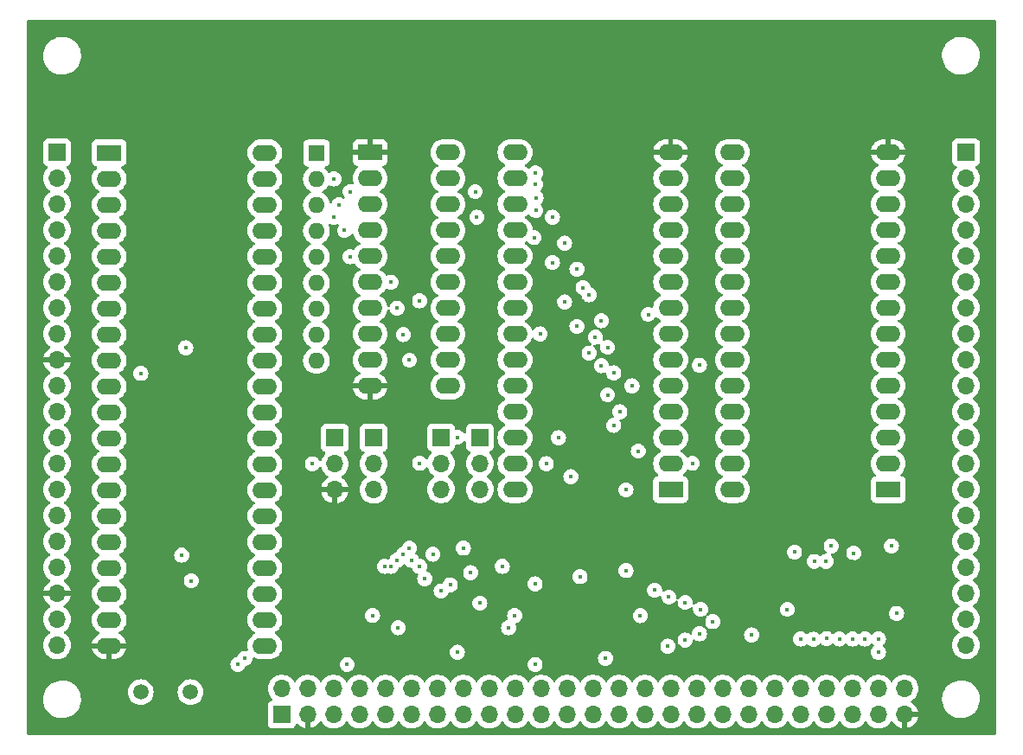
<source format=gbr>
%TF.GenerationSoftware,KiCad,Pcbnew,7.0.7*%
%TF.CreationDate,2023-10-02T10:19:24+01:00*%
%TF.ProjectId,8052-MCU,38303532-2d4d-4435-952e-6b696361645f,0.1*%
%TF.SameCoordinates,Original*%
%TF.FileFunction,Copper,L2,Inr*%
%TF.FilePolarity,Positive*%
%FSLAX46Y46*%
G04 Gerber Fmt 4.6, Leading zero omitted, Abs format (unit mm)*
G04 Created by KiCad (PCBNEW 7.0.7) date 2023-10-02 10:19:24*
%MOMM*%
%LPD*%
G01*
G04 APERTURE LIST*
%TA.AperFunction,ComponentPad*%
%ADD10R,2.400000X1.600000*%
%TD*%
%TA.AperFunction,ComponentPad*%
%ADD11O,2.400000X1.600000*%
%TD*%
%TA.AperFunction,ComponentPad*%
%ADD12R,1.700000X1.700000*%
%TD*%
%TA.AperFunction,ComponentPad*%
%ADD13O,1.700000X1.700000*%
%TD*%
%TA.AperFunction,ComponentPad*%
%ADD14R,1.600000X1.600000*%
%TD*%
%TA.AperFunction,ComponentPad*%
%ADD15O,1.600000X1.600000*%
%TD*%
%TA.AperFunction,ComponentPad*%
%ADD16C,1.500000*%
%TD*%
%TA.AperFunction,ViaPad*%
%ADD17C,0.450000*%
%TD*%
%TA.AperFunction,ViaPad*%
%ADD18C,0.650000*%
%TD*%
G04 APERTURE END LIST*
D10*
%TO.N,GND*%
%TO.C,U2*%
X86650000Y-54975000D03*
D11*
%TO.N,/D0*%
X86650000Y-57515000D03*
%TO.N,/D1*%
X86650000Y-60055000D03*
%TO.N,/D2*%
X86650000Y-62595000D03*
%TO.N,/D3*%
X86650000Y-65135000D03*
%TO.N,/D4*%
X86650000Y-67675000D03*
%TO.N,/D5*%
X86650000Y-70215000D03*
%TO.N,/D6*%
X86650000Y-72755000D03*
%TO.N,/D7*%
X86650000Y-75295000D03*
%TO.N,GND*%
X86650000Y-77835000D03*
%TO.N,/~{LD}*%
X94270000Y-77835000D03*
%TO.N,/A7*%
X94270000Y-75295000D03*
%TO.N,/A6*%
X94270000Y-72755000D03*
%TO.N,/A5*%
X94270000Y-70215000D03*
%TO.N,/A4*%
X94270000Y-67675000D03*
%TO.N,/A3*%
X94270000Y-65135000D03*
%TO.N,/A2*%
X94270000Y-62595000D03*
%TO.N,/A1*%
X94270000Y-60055000D03*
%TO.N,/A0*%
X94270000Y-57515000D03*
%TO.N,+5V*%
X94270000Y-54975000D03*
%TD*%
D12*
%TO.N,/0000H*%
%TO.C,JP2*%
X93600000Y-82870000D03*
D13*
%TO.N,/~{RAM}*%
X93600000Y-85410000D03*
%TO.N,/A15*%
X93600000Y-87950000D03*
%TD*%
D10*
%TO.N,/P1.0*%
%TO.C,U1*%
X61100000Y-55000000D03*
D11*
%TO.N,/P1.1*%
X61100000Y-57540000D03*
%TO.N,/P1.2{slash}PWM*%
X61100000Y-60080000D03*
%TO.N,/P1.3{slash}~{ALEDIS}*%
X61100000Y-62620000D03*
%TO.N,/P1.4{slash}~{PMGPULSE}*%
X61100000Y-65160000D03*
%TO.N,/P1.5{slash}~{PGMEN}*%
X61100000Y-67700000D03*
%TO.N,/P1.6{slash}~{DMA_ACK}*%
X61100000Y-70240000D03*
%TO.N,/P1.7{slash}~{LTP}*%
X61100000Y-72780000D03*
%TO.N,/RESET*%
X61100000Y-75320000D03*
%TO.N,/P3.0{slash}RXD*%
X61100000Y-77860000D03*
%TO.N,/P3.1{slash}TXD*%
X61100000Y-80400000D03*
%TO.N,/P3.2{slash}~{INT0}*%
X61100000Y-82940000D03*
%TO.N,/P3.3{slash}~{INT1}*%
X61100000Y-85480000D03*
%TO.N,/P3.4{slash}T0*%
X61100000Y-88020000D03*
%TO.N,/P3.5{slash}T1*%
X61100000Y-90560000D03*
%TO.N,/~{WR}*%
X61100000Y-93100000D03*
%TO.N,/~{RD}*%
X61100000Y-95640000D03*
%TO.N,Net-(U1-XTAL2)*%
X61100000Y-98180000D03*
%TO.N,Net-(U1-XTAL1)*%
X61100000Y-100720000D03*
%TO.N,GND*%
X61100000Y-103260000D03*
%TO.N,/A8*%
X76340000Y-103260000D03*
%TO.N,/A9*%
X76340000Y-100720000D03*
%TO.N,/A10*%
X76340000Y-98180000D03*
%TO.N,/A11*%
X76340000Y-95640000D03*
%TO.N,/A12*%
X76340000Y-93100000D03*
%TO.N,/A13*%
X76340000Y-90560000D03*
%TO.N,/A14*%
X76340000Y-88020000D03*
%TO.N,/A15*%
X76340000Y-85480000D03*
%TO.N,/~{PSEN}*%
X76340000Y-82940000D03*
%TO.N,/ALE*%
X76340000Y-80400000D03*
%TO.N,/~{EA}*%
X76340000Y-77860000D03*
%TO.N,/D7*%
X76340000Y-75320000D03*
%TO.N,/D6*%
X76340000Y-72780000D03*
%TO.N,/D5*%
X76340000Y-70240000D03*
%TO.N,/D4*%
X76340000Y-67700000D03*
%TO.N,/D3*%
X76340000Y-65160000D03*
%TO.N,/D2*%
X76340000Y-62620000D03*
%TO.N,/D1*%
X76340000Y-60080000D03*
%TO.N,/D0*%
X76340000Y-57540000D03*
%TO.N,+5V*%
X76340000Y-55000000D03*
%TD*%
D12*
%TO.N,+5V*%
%TO.C,JP4*%
X97400000Y-82870000D03*
D13*
%TO.N,/A13{slash}RAM*%
X97400000Y-85410000D03*
%TO.N,/A13*%
X97400000Y-87950000D03*
%TD*%
D10*
%TO.N,/A14*%
%TO.C,U4*%
X137375000Y-87975000D03*
D11*
%TO.N,/A12*%
X137375000Y-85435000D03*
%TO.N,/A7*%
X137375000Y-82895000D03*
%TO.N,/A6*%
X137375000Y-80355000D03*
%TO.N,/A5*%
X137375000Y-77815000D03*
%TO.N,/A4*%
X137375000Y-75275000D03*
%TO.N,/A3*%
X137375000Y-72735000D03*
%TO.N,/A2*%
X137375000Y-70195000D03*
%TO.N,/A1*%
X137375000Y-67655000D03*
%TO.N,/A0*%
X137375000Y-65115000D03*
%TO.N,/D0*%
X137375000Y-62575000D03*
%TO.N,/D1*%
X137375000Y-60035000D03*
%TO.N,/D2*%
X137375000Y-57495000D03*
%TO.N,GND*%
X137375000Y-54955000D03*
%TO.N,/D3*%
X122135000Y-54955000D03*
%TO.N,/D4*%
X122135000Y-57495000D03*
%TO.N,/D5*%
X122135000Y-60035000D03*
%TO.N,/D6*%
X122135000Y-62575000D03*
%TO.N,/D7*%
X122135000Y-65115000D03*
%TO.N,/~{NVRAM}*%
X122135000Y-67655000D03*
%TO.N,/A10*%
X122135000Y-70195000D03*
%TO.N,/RD_ANY*%
X122135000Y-72735000D03*
%TO.N,/A11*%
X122135000Y-75275000D03*
%TO.N,/A9*%
X122135000Y-77815000D03*
%TO.N,/A8*%
X122135000Y-80355000D03*
%TO.N,/A13*%
X122135000Y-82895000D03*
%TO.N,/~{WR_NVRAM}*%
X122135000Y-85435000D03*
%TO.N,+5V*%
X122135000Y-87975000D03*
%TD*%
D12*
%TO.N,unconnected-(J3-Pin_1-Pad1)*%
%TO.C,J3*%
X145000000Y-54940000D03*
D13*
%TO.N,unconnected-(J3-Pin_2-Pad2)*%
X145000000Y-57480000D03*
%TO.N,unconnected-(J3-Pin_3-Pad3)*%
X145000000Y-60020000D03*
%TO.N,unconnected-(J3-Pin_4-Pad4)*%
X145000000Y-62560000D03*
%TO.N,unconnected-(J3-Pin_5-Pad5)*%
X145000000Y-65100000D03*
%TO.N,unconnected-(J3-Pin_6-Pad6)*%
X145000000Y-67640000D03*
%TO.N,unconnected-(J3-Pin_7-Pad7)*%
X145000000Y-70180000D03*
%TO.N,unconnected-(J3-Pin_8-Pad8)*%
X145000000Y-72720000D03*
%TO.N,unconnected-(J3-Pin_9-Pad9)*%
X145000000Y-75260000D03*
%TO.N,unconnected-(J3-Pin_10-Pad10)*%
X145000000Y-77800000D03*
%TO.N,unconnected-(J3-Pin_11-Pad11)*%
X145000000Y-80340000D03*
%TO.N,unconnected-(J3-Pin_12-Pad12)*%
X145000000Y-82880000D03*
%TO.N,unconnected-(J3-Pin_13-Pad13)*%
X145000000Y-85420000D03*
%TO.N,unconnected-(J3-Pin_14-Pad14)*%
X145000000Y-87960000D03*
%TO.N,unconnected-(J3-Pin_15-Pad15)*%
X145000000Y-90500000D03*
%TO.N,unconnected-(J3-Pin_16-Pad16)*%
X145000000Y-93040000D03*
%TO.N,unconnected-(J3-Pin_17-Pad17)*%
X145000000Y-95580000D03*
%TO.N,unconnected-(J3-Pin_18-Pad18)*%
X145000000Y-98120000D03*
%TO.N,unconnected-(J3-Pin_19-Pad19)*%
X145000000Y-100660000D03*
%TO.N,unconnected-(J3-Pin_20-Pad20)*%
X145000000Y-103200000D03*
%TD*%
D12*
%TO.N,/P1.0*%
%TO.C,J2*%
X56000000Y-54950000D03*
D13*
%TO.N,/P1.1*%
X56000000Y-57490000D03*
%TO.N,/P1.2{slash}PWM*%
X56000000Y-60030000D03*
%TO.N,/P1.3{slash}~{ALEDIS}*%
X56000000Y-62570000D03*
%TO.N,/P1.4{slash}~{PMGPULSE}*%
X56000000Y-65110000D03*
%TO.N,/P1.5{slash}~{PGMEN}*%
X56000000Y-67650000D03*
%TO.N,/P1.6{slash}~{DMA_ACK}*%
X56000000Y-70190000D03*
%TO.N,/P1.7{slash}~{LTP}*%
X56000000Y-72730000D03*
%TO.N,GND*%
X56000000Y-75270000D03*
%TO.N,/P3.0{slash}RXD*%
X56000000Y-77810000D03*
%TO.N,/P3.1{slash}TXD*%
X56000000Y-80350000D03*
%TO.N,/P3.2{slash}~{INT0}*%
X56000000Y-82890000D03*
%TO.N,/P3.3{slash}~{INT1}*%
X56000000Y-85430000D03*
%TO.N,/P3.4{slash}T0*%
X56000000Y-87970000D03*
%TO.N,/P3.5{slash}T1*%
X56000000Y-90510000D03*
%TO.N,/~{WR}*%
X56000000Y-93050000D03*
%TO.N,/~{RD}*%
X56000000Y-95590000D03*
%TO.N,GND*%
X56000000Y-98130000D03*
%TO.N,+5V*%
X56000000Y-100670000D03*
X56000000Y-103210000D03*
%TD*%
D12*
%TO.N,+5V*%
%TO.C,J1*%
X78000000Y-110000000D03*
D13*
%TO.N,/D0*%
X78000000Y-107460000D03*
%TO.N,GND*%
X80540000Y-110000000D03*
%TO.N,/D1*%
X80540000Y-107460000D03*
%TO.N,/CLK_EXT*%
X83080000Y-110000000D03*
%TO.N,/D2*%
X83080000Y-107460000D03*
%TO.N,/RESET*%
X85620000Y-110000000D03*
%TO.N,/D3*%
X85620000Y-107460000D03*
%TO.N,/~{WR}*%
X88160000Y-110000000D03*
%TO.N,/D4*%
X88160000Y-107460000D03*
%TO.N,/~{RD}*%
X90700000Y-110000000D03*
%TO.N,/D5*%
X90700000Y-107460000D03*
%TO.N,/ALE*%
X93240000Y-110000000D03*
%TO.N,/D6*%
X93240000Y-107460000D03*
%TO.N,/~{PSEN}*%
X95780000Y-110000000D03*
%TO.N,/D7*%
X95780000Y-107460000D03*
%TO.N,/~{EA}*%
X98320000Y-110000000D03*
%TO.N,/A0*%
X98320000Y-107460000D03*
%TO.N,/~{RAM}*%
X100860000Y-110000000D03*
%TO.N,/A1*%
X100860000Y-107460000D03*
%TO.N,/A13{slash}RAM*%
X103400000Y-110000000D03*
%TO.N,/A2*%
X103400000Y-107460000D03*
%TO.N,/~{WR_NVRAM}*%
X105940000Y-110000000D03*
%TO.N,/A3*%
X105940000Y-107460000D03*
%TO.N,/~{NVRAM}*%
X108480000Y-110000000D03*
%TO.N,/A4*%
X108480000Y-107460000D03*
%TO.N,/RD_ANY*%
X111020000Y-110000000D03*
%TO.N,/A5*%
X111020000Y-107460000D03*
%TO.N,/CS_EX_ROM*%
X113560000Y-110000000D03*
%TO.N,/A6*%
X113560000Y-107460000D03*
%TO.N,/DECODER*%
X116100000Y-110000000D03*
%TO.N,/A7*%
X116100000Y-107460000D03*
%TO.N,/A15*%
X118640000Y-110000000D03*
%TO.N,/A8*%
X118640000Y-107460000D03*
%TO.N,/A14*%
X121180000Y-110000000D03*
%TO.N,/A9*%
X121180000Y-107460000D03*
%TO.N,/A13*%
X123720000Y-110000000D03*
%TO.N,/A10*%
X123720000Y-107460000D03*
%TO.N,/A12*%
X126260000Y-110000000D03*
%TO.N,/A11*%
X126260000Y-107460000D03*
%TO.N,/E000H*%
X128800000Y-110000000D03*
%TO.N,/C000H*%
X128800000Y-107460000D03*
%TO.N,/A000H*%
X131340000Y-110000000D03*
%TO.N,/8000H*%
X131340000Y-107460000D03*
%TO.N,/6000H*%
X133880000Y-110000000D03*
%TO.N,/4000H*%
X133880000Y-107460000D03*
%TO.N,/2000H*%
X136420000Y-110000000D03*
%TO.N,/0000H*%
X136420000Y-107460000D03*
%TO.N,GND*%
X138960000Y-110000000D03*
%TO.N,+5V*%
X138960000Y-107460000D03*
%TD*%
D12*
%TO.N,+5V*%
%TO.C,JP1*%
X87000000Y-82910000D03*
D13*
%TO.N,/~{WR_NVRAM}*%
X87000000Y-85450000D03*
%TO.N,Net-(JP1-B)*%
X87000000Y-87990000D03*
%TD*%
D14*
%TO.N,+5V*%
%TO.C,RN1*%
X81400000Y-55025000D03*
D15*
%TO.N,/D0*%
X81400000Y-57565000D03*
%TO.N,/D1*%
X81400000Y-60105000D03*
%TO.N,/D2*%
X81400000Y-62645000D03*
%TO.N,/D3*%
X81400000Y-65185000D03*
%TO.N,/D4*%
X81400000Y-67725000D03*
%TO.N,/D5*%
X81400000Y-70265000D03*
%TO.N,/D6*%
X81400000Y-72805000D03*
%TO.N,/D7*%
X81400000Y-75345000D03*
%TD*%
D10*
%TO.N,/A14*%
%TO.C,U3*%
X116075000Y-87975000D03*
D11*
%TO.N,/A12*%
X116075000Y-85435000D03*
%TO.N,/A7*%
X116075000Y-82895000D03*
%TO.N,/A6*%
X116075000Y-80355000D03*
%TO.N,/A5*%
X116075000Y-77815000D03*
%TO.N,/A4*%
X116075000Y-75275000D03*
%TO.N,/A3*%
X116075000Y-72735000D03*
%TO.N,/A2*%
X116075000Y-70195000D03*
%TO.N,/A1*%
X116075000Y-67655000D03*
%TO.N,/A0*%
X116075000Y-65115000D03*
%TO.N,/D0*%
X116075000Y-62575000D03*
%TO.N,/D1*%
X116075000Y-60035000D03*
%TO.N,/D2*%
X116075000Y-57495000D03*
%TO.N,GND*%
X116075000Y-54955000D03*
%TO.N,/D3*%
X100835000Y-54955000D03*
%TO.N,/D4*%
X100835000Y-57495000D03*
%TO.N,/D5*%
X100835000Y-60035000D03*
%TO.N,/D6*%
X100835000Y-62575000D03*
%TO.N,/D7*%
X100835000Y-65115000D03*
%TO.N,/~{RAM}*%
X100835000Y-67655000D03*
%TO.N,/A10*%
X100835000Y-70195000D03*
%TO.N,/~{RD}*%
X100835000Y-72735000D03*
%TO.N,/A11*%
X100835000Y-75275000D03*
%TO.N,/A9*%
X100835000Y-77815000D03*
%TO.N,/A8*%
X100835000Y-80355000D03*
%TO.N,/A13{slash}RAM*%
X100835000Y-82895000D03*
%TO.N,/~{WR}*%
X100835000Y-85435000D03*
%TO.N,+5V*%
X100835000Y-87975000D03*
%TD*%
D12*
%TO.N,+5V*%
%TO.C,JP3*%
X83200000Y-82925000D03*
D13*
%TO.N,/~{EA}*%
X83200000Y-85465000D03*
%TO.N,GND*%
X83200000Y-88005000D03*
%TD*%
D16*
%TO.N,Net-(U1-XTAL2)*%
%TO.C,Y1*%
X69075000Y-107800000D03*
%TO.N,Net-(U1-XTAL1)*%
X64195000Y-107800000D03*
%TD*%
D17*
%TO.N,/RESET*%
X102800000Y-97200000D03*
X73700000Y-105100000D03*
X102800000Y-105100000D03*
X84400000Y-105100000D03*
%TO.N,/~{WR}*%
X86900000Y-100300000D03*
X103900000Y-85435000D03*
X100800000Y-100300000D03*
X68200000Y-94400000D03*
%TO.N,/~{RD}*%
X89400000Y-101500000D03*
X69150000Y-96900000D03*
X103300000Y-72735000D03*
X100200000Y-101500000D03*
%TO.N,/A8*%
X115800000Y-103300000D03*
X111100000Y-80350000D03*
%TO.N,/A9*%
X117500000Y-102700000D03*
X112300000Y-77815000D03*
%TO.N,/A10*%
X118900000Y-102100000D03*
X113875000Y-70825000D03*
%TO.N,/A11*%
X120200000Y-100900000D03*
X118900000Y-75800000D03*
%TO.N,/A12*%
X119000000Y-99700000D03*
X118200000Y-85400000D03*
%TO.N,/A13*%
X97400000Y-99100000D03*
X117500000Y-99024500D03*
X112900000Y-84200000D03*
%TO.N,/A14*%
X111700000Y-88000000D03*
X115900000Y-98500000D03*
%TO.N,/A15*%
X93600000Y-97900000D03*
X114500000Y-97824500D03*
%TO.N,/~{PSEN}*%
X94500000Y-97300000D03*
%TO.N,/ALE*%
X92000000Y-96700000D03*
%TO.N,/~{EA}*%
X81000000Y-85450000D03*
X96500000Y-96100000D03*
%TO.N,/A0*%
X102700000Y-63300000D03*
X102900000Y-59400000D03*
%TO.N,/A1*%
X104500000Y-65750000D03*
X104500000Y-61300000D03*
%TO.N,/A2*%
X105700000Y-63850000D03*
X105700000Y-69600000D03*
%TO.N,/A3*%
X106900000Y-66400000D03*
X106900000Y-72000000D03*
%TO.N,/A4*%
X108100000Y-68900000D03*
X108100000Y-74600000D03*
%TO.N,/A5*%
X109300000Y-75850000D03*
X109300000Y-71450000D03*
%TO.N,/A6*%
X109900000Y-74050000D03*
X109900000Y-78700000D03*
%TO.N,/A7*%
X110500000Y-81700000D03*
X110500000Y-76550000D03*
%TO.N,/~{LD}*%
X68600000Y-74100000D03*
%TO.N,/~{RAM}*%
X91500000Y-69500000D03*
X91500000Y-85400000D03*
X99600000Y-95500000D03*
X91500000Y-95500000D03*
%TO.N,/D0*%
X83100000Y-61300000D03*
X97100000Y-61300000D03*
X102875500Y-60650000D03*
X83100000Y-57565000D03*
%TO.N,/D1*%
X102850000Y-58100000D03*
X96950000Y-58800000D03*
X83624500Y-60105000D03*
%TO.N,/D2*%
X84149000Y-62595000D03*
X102850000Y-56970500D03*
%TO.N,/D3*%
X84700000Y-65185000D03*
X84700000Y-58800000D03*
%TO.N,/D4*%
X88700000Y-95500000D03*
X88075500Y-95500000D03*
X88700000Y-67675000D03*
%TO.N,/D5*%
X90700000Y-94900000D03*
X89300000Y-94900000D03*
X89300000Y-70215000D03*
%TO.N,/D6*%
X89900000Y-94300000D03*
X89900000Y-72800000D03*
X92800000Y-94300000D03*
%TO.N,/D7*%
X95780000Y-93700000D03*
X90500000Y-93700000D03*
X90500000Y-75300000D03*
%TO.N,GND*%
X128800000Y-95050000D03*
D18*
X91450000Y-52300000D03*
X98950000Y-91450000D03*
D17*
X138100000Y-104100000D03*
D18*
X73500000Y-52250000D03*
D17*
X137350000Y-91550000D03*
X131450000Y-91550000D03*
X73125000Y-107800000D03*
X124150000Y-93800000D03*
D18*
X124050000Y-89900000D03*
D17*
X134000000Y-90500000D03*
X60125000Y-107800000D03*
X133850000Y-95000000D03*
%TO.N,+5V*%
X128200000Y-94100000D03*
X134000000Y-94200000D03*
X124000000Y-102200000D03*
X138200000Y-100100000D03*
%TO.N,/A13{slash}RAM*%
X105100000Y-82895000D03*
%TO.N,/~{NVRAM}*%
X107200000Y-96500000D03*
X107500000Y-68200000D03*
%TO.N,/RD_ANY*%
X74400000Y-104500000D03*
X109700000Y-104500000D03*
X108700000Y-73050000D03*
%TO.N,/~{WR_NVRAM}*%
X106300000Y-86700000D03*
%TO.N,Net-(JP1-B)*%
X64200000Y-76600000D03*
%TO.N,/0000H*%
X136420000Y-102580000D03*
X137700000Y-93500000D03*
X136420000Y-103900000D03*
X95200000Y-103900000D03*
X95200000Y-82850000D03*
%TO.N,/CS_EX_ROM*%
X111700000Y-95900000D03*
%TO.N,/8000H*%
X131800000Y-93500000D03*
X131340000Y-102560000D03*
%TO.N,/E000H*%
X130130000Y-95000000D03*
%TO.N,/C000H*%
X128800000Y-102600000D03*
%TO.N,/A000H*%
X130050000Y-102630000D03*
%TO.N,/6000H*%
X132600000Y-102600000D03*
%TO.N,/4000H*%
X133900000Y-102600000D03*
%TO.N,/2000H*%
X135100000Y-102600000D03*
%TO.N,/DECODER*%
X127500000Y-99700000D03*
X113100000Y-100324500D03*
X131300000Y-95000000D03*
%TD*%
%TA.AperFunction,Conductor*%
%TO.N,GND*%
G36*
X147917539Y-42045185D02*
G01*
X147963294Y-42097989D01*
X147974500Y-42149500D01*
X147974500Y-111850500D01*
X147954815Y-111917539D01*
X147902011Y-111963294D01*
X147850500Y-111974500D01*
X53149500Y-111974500D01*
X53082461Y-111954815D01*
X53036706Y-111902011D01*
X53025500Y-111850500D01*
X53025500Y-108567763D01*
X54645787Y-108567763D01*
X54675413Y-108837013D01*
X54675415Y-108837024D01*
X54743926Y-109099082D01*
X54743928Y-109099088D01*
X54849870Y-109348390D01*
X54921998Y-109466575D01*
X54990979Y-109579605D01*
X54990986Y-109579615D01*
X55164253Y-109787819D01*
X55164259Y-109787824D01*
X55320830Y-109928111D01*
X55365998Y-109968582D01*
X55591910Y-110118044D01*
X55837176Y-110233020D01*
X55837183Y-110233022D01*
X55837185Y-110233023D01*
X56096557Y-110311057D01*
X56096564Y-110311058D01*
X56096569Y-110311060D01*
X56364561Y-110350500D01*
X56364566Y-110350500D01*
X56567636Y-110350500D01*
X56619133Y-110346730D01*
X56770156Y-110335677D01*
X56882758Y-110310593D01*
X57034546Y-110276782D01*
X57034548Y-110276781D01*
X57034553Y-110276780D01*
X57287558Y-110180014D01*
X57523777Y-110047441D01*
X57738177Y-109881888D01*
X57926186Y-109686881D01*
X58083799Y-109466579D01*
X58168823Y-109301206D01*
X58207649Y-109225690D01*
X58207651Y-109225684D01*
X58207656Y-109225675D01*
X58295118Y-108969305D01*
X58344319Y-108702933D01*
X58354212Y-108432235D01*
X58324586Y-108162982D01*
X58256072Y-107900912D01*
X58213190Y-107800002D01*
X62931693Y-107800002D01*
X62950884Y-108019365D01*
X62950885Y-108019372D01*
X62953919Y-108030695D01*
X63007880Y-108232076D01*
X63007881Y-108232079D01*
X63007882Y-108232081D01*
X63038283Y-108297276D01*
X63100944Y-108431654D01*
X63227251Y-108612038D01*
X63382962Y-108767749D01*
X63563346Y-108894056D01*
X63762924Y-108987120D01*
X63975629Y-109044115D01*
X64132322Y-109057823D01*
X64194998Y-109063307D01*
X64195000Y-109063307D01*
X64195002Y-109063307D01*
X64249842Y-109058509D01*
X64414371Y-109044115D01*
X64627076Y-108987120D01*
X64826654Y-108894056D01*
X65007038Y-108767749D01*
X65162749Y-108612038D01*
X65289056Y-108431654D01*
X65382120Y-108232076D01*
X65439115Y-108019371D01*
X65458307Y-107800002D01*
X67811693Y-107800002D01*
X67830884Y-108019365D01*
X67830885Y-108019372D01*
X67833919Y-108030695D01*
X67887880Y-108232076D01*
X67887881Y-108232079D01*
X67887882Y-108232081D01*
X67918283Y-108297276D01*
X67980944Y-108431654D01*
X68107251Y-108612038D01*
X68262962Y-108767749D01*
X68443346Y-108894056D01*
X68642924Y-108987120D01*
X68855629Y-109044115D01*
X69012322Y-109057823D01*
X69074998Y-109063307D01*
X69075000Y-109063307D01*
X69075002Y-109063307D01*
X69129842Y-109058509D01*
X69294371Y-109044115D01*
X69507076Y-108987120D01*
X69706654Y-108894056D01*
X69887038Y-108767749D01*
X70042749Y-108612038D01*
X70169056Y-108431654D01*
X70262120Y-108232076D01*
X70319115Y-108019371D01*
X70338307Y-107800000D01*
X70336059Y-107774309D01*
X70319115Y-107580634D01*
X70319115Y-107580629D01*
X70286793Y-107460005D01*
X76636844Y-107460005D01*
X76655434Y-107684359D01*
X76655436Y-107684371D01*
X76710703Y-107902614D01*
X76801140Y-108108792D01*
X76924276Y-108297265D01*
X76924284Y-108297276D01*
X77069489Y-108455008D01*
X77100412Y-108517662D01*
X77092552Y-108587088D01*
X77048405Y-108641244D01*
X77021596Y-108655172D01*
X76903794Y-108699111D01*
X76786739Y-108786739D01*
X76699111Y-108903795D01*
X76648011Y-109040795D01*
X76648011Y-109040797D01*
X76641500Y-109101345D01*
X76641500Y-110898654D01*
X76648011Y-110959202D01*
X76648011Y-110959204D01*
X76699110Y-111096204D01*
X76699111Y-111096204D01*
X76786739Y-111213261D01*
X76903796Y-111300889D01*
X77040799Y-111351989D01*
X77068050Y-111354918D01*
X77101345Y-111358499D01*
X77101362Y-111358500D01*
X78898638Y-111358500D01*
X78898654Y-111358499D01*
X78925692Y-111355591D01*
X78959201Y-111351989D01*
X79096204Y-111300889D01*
X79213261Y-111213261D01*
X79300889Y-111096204D01*
X79349223Y-110966615D01*
X79391093Y-110910686D01*
X79456557Y-110886269D01*
X79524830Y-110901121D01*
X79553084Y-110922272D01*
X79668917Y-111038105D01*
X79862421Y-111173600D01*
X80076507Y-111273429D01*
X80076516Y-111273433D01*
X80290000Y-111330634D01*
X80290000Y-110612301D01*
X80309685Y-110545262D01*
X80362489Y-110499507D01*
X80431647Y-110489563D01*
X80504237Y-110500000D01*
X80504238Y-110500000D01*
X80575762Y-110500000D01*
X80575763Y-110500000D01*
X80648352Y-110489563D01*
X80717510Y-110499507D01*
X80770314Y-110545261D01*
X80789999Y-110612301D01*
X80789999Y-111330634D01*
X81003483Y-111273433D01*
X81003492Y-111273429D01*
X81217578Y-111173600D01*
X81411082Y-111038105D01*
X81578105Y-110871082D01*
X81704868Y-110690048D01*
X81759445Y-110646423D01*
X81828944Y-110639231D01*
X81891298Y-110670753D01*
X81910251Y-110693350D01*
X82004276Y-110837265D01*
X82004284Y-110837276D01*
X82123355Y-110966619D01*
X82156760Y-111002906D01*
X82334424Y-111141189D01*
X82334425Y-111141189D01*
X82334427Y-111141191D01*
X82394314Y-111173600D01*
X82532426Y-111248342D01*
X82745365Y-111321444D01*
X82967431Y-111358500D01*
X83192569Y-111358500D01*
X83414635Y-111321444D01*
X83627574Y-111248342D01*
X83825576Y-111141189D01*
X84003240Y-111002906D01*
X84124594Y-110871082D01*
X84155715Y-110837276D01*
X84155715Y-110837275D01*
X84155722Y-110837268D01*
X84246193Y-110698790D01*
X84299338Y-110653437D01*
X84368569Y-110644013D01*
X84431905Y-110673515D01*
X84453804Y-110698787D01*
X84544278Y-110837268D01*
X84544283Y-110837273D01*
X84544284Y-110837276D01*
X84663355Y-110966619D01*
X84696760Y-111002906D01*
X84874424Y-111141189D01*
X84874425Y-111141189D01*
X84874427Y-111141191D01*
X84934314Y-111173600D01*
X85072426Y-111248342D01*
X85285365Y-111321444D01*
X85507431Y-111358500D01*
X85732569Y-111358500D01*
X85954635Y-111321444D01*
X86167574Y-111248342D01*
X86365576Y-111141189D01*
X86543240Y-111002906D01*
X86664594Y-110871082D01*
X86695715Y-110837276D01*
X86695715Y-110837275D01*
X86695722Y-110837268D01*
X86786193Y-110698790D01*
X86839338Y-110653437D01*
X86908569Y-110644013D01*
X86971905Y-110673515D01*
X86993804Y-110698787D01*
X87084278Y-110837268D01*
X87084283Y-110837273D01*
X87084284Y-110837276D01*
X87203355Y-110966619D01*
X87236760Y-111002906D01*
X87414424Y-111141189D01*
X87414425Y-111141189D01*
X87414427Y-111141191D01*
X87474314Y-111173600D01*
X87612426Y-111248342D01*
X87825365Y-111321444D01*
X88047431Y-111358500D01*
X88272569Y-111358500D01*
X88494635Y-111321444D01*
X88707574Y-111248342D01*
X88905576Y-111141189D01*
X89083240Y-111002906D01*
X89204594Y-110871082D01*
X89235715Y-110837276D01*
X89235715Y-110837275D01*
X89235722Y-110837268D01*
X89326193Y-110698790D01*
X89379338Y-110653437D01*
X89448569Y-110644013D01*
X89511905Y-110673515D01*
X89533804Y-110698787D01*
X89624278Y-110837268D01*
X89624283Y-110837273D01*
X89624284Y-110837276D01*
X89743355Y-110966619D01*
X89776760Y-111002906D01*
X89954424Y-111141189D01*
X89954425Y-111141189D01*
X89954427Y-111141191D01*
X90014314Y-111173600D01*
X90152426Y-111248342D01*
X90365365Y-111321444D01*
X90587431Y-111358500D01*
X90812569Y-111358500D01*
X91034635Y-111321444D01*
X91247574Y-111248342D01*
X91445576Y-111141189D01*
X91623240Y-111002906D01*
X91744594Y-110871082D01*
X91775715Y-110837276D01*
X91775715Y-110837275D01*
X91775722Y-110837268D01*
X91866193Y-110698790D01*
X91919338Y-110653437D01*
X91988569Y-110644013D01*
X92051905Y-110673515D01*
X92073804Y-110698787D01*
X92164278Y-110837268D01*
X92164283Y-110837273D01*
X92164284Y-110837276D01*
X92283355Y-110966619D01*
X92316760Y-111002906D01*
X92494424Y-111141189D01*
X92494425Y-111141189D01*
X92494427Y-111141191D01*
X92554314Y-111173600D01*
X92692426Y-111248342D01*
X92905365Y-111321444D01*
X93127431Y-111358500D01*
X93352569Y-111358500D01*
X93574635Y-111321444D01*
X93787574Y-111248342D01*
X93985576Y-111141189D01*
X94163240Y-111002906D01*
X94284594Y-110871082D01*
X94315715Y-110837276D01*
X94315715Y-110837275D01*
X94315722Y-110837268D01*
X94406193Y-110698790D01*
X94459338Y-110653437D01*
X94528569Y-110644013D01*
X94591905Y-110673515D01*
X94613804Y-110698787D01*
X94704278Y-110837268D01*
X94704283Y-110837273D01*
X94704284Y-110837276D01*
X94823355Y-110966619D01*
X94856760Y-111002906D01*
X95034424Y-111141189D01*
X95034425Y-111141189D01*
X95034427Y-111141191D01*
X95094314Y-111173600D01*
X95232426Y-111248342D01*
X95445365Y-111321444D01*
X95667431Y-111358500D01*
X95892569Y-111358500D01*
X96114635Y-111321444D01*
X96327574Y-111248342D01*
X96525576Y-111141189D01*
X96703240Y-111002906D01*
X96824594Y-110871082D01*
X96855715Y-110837276D01*
X96855715Y-110837275D01*
X96855722Y-110837268D01*
X96946193Y-110698790D01*
X96999338Y-110653437D01*
X97068569Y-110644013D01*
X97131905Y-110673515D01*
X97153804Y-110698787D01*
X97244278Y-110837268D01*
X97244283Y-110837273D01*
X97244284Y-110837276D01*
X97363355Y-110966619D01*
X97396760Y-111002906D01*
X97574424Y-111141189D01*
X97574425Y-111141189D01*
X97574427Y-111141191D01*
X97634314Y-111173600D01*
X97772426Y-111248342D01*
X97985365Y-111321444D01*
X98207431Y-111358500D01*
X98432569Y-111358500D01*
X98654635Y-111321444D01*
X98867574Y-111248342D01*
X99065576Y-111141189D01*
X99243240Y-111002906D01*
X99364594Y-110871082D01*
X99395715Y-110837276D01*
X99395717Y-110837273D01*
X99395722Y-110837268D01*
X99486193Y-110698791D01*
X99539336Y-110653437D01*
X99608567Y-110644013D01*
X99671903Y-110673515D01*
X99693807Y-110698793D01*
X99784276Y-110837265D01*
X99784284Y-110837276D01*
X99903355Y-110966619D01*
X99936760Y-111002906D01*
X100114424Y-111141189D01*
X100114425Y-111141189D01*
X100114427Y-111141191D01*
X100174314Y-111173600D01*
X100312426Y-111248342D01*
X100525365Y-111321444D01*
X100747431Y-111358500D01*
X100972569Y-111358500D01*
X101194635Y-111321444D01*
X101407574Y-111248342D01*
X101605576Y-111141189D01*
X101783240Y-111002906D01*
X101904594Y-110871082D01*
X101935715Y-110837276D01*
X101935715Y-110837275D01*
X101935722Y-110837268D01*
X102026193Y-110698790D01*
X102079338Y-110653437D01*
X102148569Y-110644013D01*
X102211905Y-110673515D01*
X102233804Y-110698787D01*
X102324278Y-110837268D01*
X102324283Y-110837273D01*
X102324284Y-110837276D01*
X102443355Y-110966619D01*
X102476760Y-111002906D01*
X102654424Y-111141189D01*
X102654425Y-111141189D01*
X102654427Y-111141191D01*
X102714314Y-111173600D01*
X102852426Y-111248342D01*
X103065365Y-111321444D01*
X103287431Y-111358500D01*
X103512569Y-111358500D01*
X103734635Y-111321444D01*
X103947574Y-111248342D01*
X104145576Y-111141189D01*
X104323240Y-111002906D01*
X104444594Y-110871082D01*
X104475715Y-110837276D01*
X104475715Y-110837275D01*
X104475722Y-110837268D01*
X104566193Y-110698790D01*
X104619338Y-110653437D01*
X104688569Y-110644013D01*
X104751905Y-110673515D01*
X104773804Y-110698787D01*
X104864278Y-110837268D01*
X104864283Y-110837273D01*
X104864284Y-110837276D01*
X104983355Y-110966619D01*
X105016760Y-111002906D01*
X105194424Y-111141189D01*
X105194425Y-111141189D01*
X105194427Y-111141191D01*
X105254314Y-111173600D01*
X105392426Y-111248342D01*
X105605365Y-111321444D01*
X105827431Y-111358500D01*
X106052569Y-111358500D01*
X106274635Y-111321444D01*
X106487574Y-111248342D01*
X106685576Y-111141189D01*
X106863240Y-111002906D01*
X106984594Y-110871082D01*
X107015715Y-110837276D01*
X107015715Y-110837275D01*
X107015722Y-110837268D01*
X107106193Y-110698790D01*
X107159338Y-110653437D01*
X107228569Y-110644013D01*
X107291905Y-110673515D01*
X107313804Y-110698787D01*
X107404278Y-110837268D01*
X107404283Y-110837273D01*
X107404284Y-110837276D01*
X107523355Y-110966619D01*
X107556760Y-111002906D01*
X107734424Y-111141189D01*
X107734425Y-111141189D01*
X107734427Y-111141191D01*
X107794314Y-111173600D01*
X107932426Y-111248342D01*
X108145365Y-111321444D01*
X108367431Y-111358500D01*
X108592569Y-111358500D01*
X108814635Y-111321444D01*
X109027574Y-111248342D01*
X109225576Y-111141189D01*
X109403240Y-111002906D01*
X109524594Y-110871082D01*
X109555715Y-110837276D01*
X109555715Y-110837275D01*
X109555722Y-110837268D01*
X109646193Y-110698790D01*
X109699338Y-110653437D01*
X109768569Y-110644013D01*
X109831905Y-110673515D01*
X109853804Y-110698787D01*
X109944278Y-110837268D01*
X109944283Y-110837273D01*
X109944284Y-110837276D01*
X110063355Y-110966619D01*
X110096760Y-111002906D01*
X110274424Y-111141189D01*
X110274425Y-111141189D01*
X110274427Y-111141191D01*
X110334314Y-111173600D01*
X110472426Y-111248342D01*
X110685365Y-111321444D01*
X110907431Y-111358500D01*
X111132569Y-111358500D01*
X111354635Y-111321444D01*
X111567574Y-111248342D01*
X111765576Y-111141189D01*
X111943240Y-111002906D01*
X112064594Y-110871082D01*
X112095715Y-110837276D01*
X112095715Y-110837275D01*
X112095722Y-110837268D01*
X112186193Y-110698790D01*
X112239338Y-110653437D01*
X112308569Y-110644013D01*
X112371905Y-110673515D01*
X112393804Y-110698787D01*
X112484278Y-110837268D01*
X112484283Y-110837273D01*
X112484284Y-110837276D01*
X112603355Y-110966619D01*
X112636760Y-111002906D01*
X112814424Y-111141189D01*
X112814425Y-111141189D01*
X112814427Y-111141191D01*
X112874314Y-111173600D01*
X113012426Y-111248342D01*
X113225365Y-111321444D01*
X113447431Y-111358500D01*
X113672569Y-111358500D01*
X113894635Y-111321444D01*
X114107574Y-111248342D01*
X114305576Y-111141189D01*
X114483240Y-111002906D01*
X114604594Y-110871082D01*
X114635715Y-110837276D01*
X114635715Y-110837275D01*
X114635722Y-110837268D01*
X114726193Y-110698790D01*
X114779338Y-110653437D01*
X114848569Y-110644013D01*
X114911905Y-110673515D01*
X114933804Y-110698787D01*
X115024278Y-110837268D01*
X115024283Y-110837273D01*
X115024284Y-110837276D01*
X115143355Y-110966619D01*
X115176760Y-111002906D01*
X115354424Y-111141189D01*
X115354425Y-111141189D01*
X115354427Y-111141191D01*
X115414314Y-111173600D01*
X115552426Y-111248342D01*
X115765365Y-111321444D01*
X115987431Y-111358500D01*
X116212569Y-111358500D01*
X116434635Y-111321444D01*
X116647574Y-111248342D01*
X116845576Y-111141189D01*
X117023240Y-111002906D01*
X117144594Y-110871082D01*
X117175715Y-110837276D01*
X117175715Y-110837275D01*
X117175722Y-110837268D01*
X117266193Y-110698790D01*
X117319338Y-110653437D01*
X117388569Y-110644013D01*
X117451905Y-110673515D01*
X117473804Y-110698787D01*
X117564278Y-110837268D01*
X117564283Y-110837273D01*
X117564284Y-110837276D01*
X117683355Y-110966619D01*
X117716760Y-111002906D01*
X117894424Y-111141189D01*
X117894425Y-111141189D01*
X117894427Y-111141191D01*
X117954314Y-111173600D01*
X118092426Y-111248342D01*
X118305365Y-111321444D01*
X118527431Y-111358500D01*
X118752569Y-111358500D01*
X118974635Y-111321444D01*
X119187574Y-111248342D01*
X119385576Y-111141189D01*
X119563240Y-111002906D01*
X119684594Y-110871082D01*
X119715715Y-110837276D01*
X119715715Y-110837275D01*
X119715722Y-110837268D01*
X119806193Y-110698790D01*
X119859338Y-110653437D01*
X119928569Y-110644013D01*
X119991905Y-110673515D01*
X120013804Y-110698787D01*
X120104278Y-110837268D01*
X120104283Y-110837273D01*
X120104284Y-110837276D01*
X120223355Y-110966619D01*
X120256760Y-111002906D01*
X120434424Y-111141189D01*
X120434425Y-111141189D01*
X120434427Y-111141191D01*
X120494314Y-111173600D01*
X120632426Y-111248342D01*
X120845365Y-111321444D01*
X121067431Y-111358500D01*
X121292569Y-111358500D01*
X121514635Y-111321444D01*
X121727574Y-111248342D01*
X121925576Y-111141189D01*
X122103240Y-111002906D01*
X122224594Y-110871082D01*
X122255715Y-110837276D01*
X122255715Y-110837275D01*
X122255722Y-110837268D01*
X122346193Y-110698790D01*
X122399338Y-110653437D01*
X122468569Y-110644013D01*
X122531905Y-110673515D01*
X122553804Y-110698787D01*
X122644278Y-110837268D01*
X122644283Y-110837273D01*
X122644284Y-110837276D01*
X122763355Y-110966619D01*
X122796760Y-111002906D01*
X122974424Y-111141189D01*
X122974425Y-111141189D01*
X122974427Y-111141191D01*
X123034314Y-111173600D01*
X123172426Y-111248342D01*
X123385365Y-111321444D01*
X123607431Y-111358500D01*
X123832569Y-111358500D01*
X124054635Y-111321444D01*
X124267574Y-111248342D01*
X124465576Y-111141189D01*
X124643240Y-111002906D01*
X124764594Y-110871082D01*
X124795715Y-110837276D01*
X124795715Y-110837275D01*
X124795722Y-110837268D01*
X124886193Y-110698790D01*
X124939338Y-110653437D01*
X125008569Y-110644013D01*
X125071905Y-110673515D01*
X125093804Y-110698787D01*
X125184278Y-110837268D01*
X125184283Y-110837273D01*
X125184284Y-110837276D01*
X125303355Y-110966619D01*
X125336760Y-111002906D01*
X125514424Y-111141189D01*
X125514425Y-111141189D01*
X125514427Y-111141191D01*
X125574314Y-111173600D01*
X125712426Y-111248342D01*
X125925365Y-111321444D01*
X126147431Y-111358500D01*
X126372569Y-111358500D01*
X126594635Y-111321444D01*
X126807574Y-111248342D01*
X127005576Y-111141189D01*
X127183240Y-111002906D01*
X127304594Y-110871082D01*
X127335715Y-110837276D01*
X127335715Y-110837275D01*
X127335722Y-110837268D01*
X127426193Y-110698790D01*
X127479338Y-110653437D01*
X127548569Y-110644013D01*
X127611905Y-110673515D01*
X127633804Y-110698787D01*
X127724278Y-110837268D01*
X127724283Y-110837273D01*
X127724284Y-110837276D01*
X127843355Y-110966619D01*
X127876760Y-111002906D01*
X128054424Y-111141189D01*
X128054425Y-111141189D01*
X128054427Y-111141191D01*
X128114314Y-111173600D01*
X128252426Y-111248342D01*
X128465365Y-111321444D01*
X128687431Y-111358500D01*
X128912569Y-111358500D01*
X129134635Y-111321444D01*
X129347574Y-111248342D01*
X129545576Y-111141189D01*
X129723240Y-111002906D01*
X129844594Y-110871082D01*
X129875715Y-110837276D01*
X129875715Y-110837275D01*
X129875722Y-110837268D01*
X129966193Y-110698790D01*
X130019338Y-110653437D01*
X130088569Y-110644013D01*
X130151905Y-110673515D01*
X130173804Y-110698787D01*
X130264278Y-110837268D01*
X130264283Y-110837273D01*
X130264284Y-110837276D01*
X130383355Y-110966619D01*
X130416760Y-111002906D01*
X130594424Y-111141189D01*
X130594425Y-111141189D01*
X130594427Y-111141191D01*
X130654314Y-111173600D01*
X130792426Y-111248342D01*
X131005365Y-111321444D01*
X131227431Y-111358500D01*
X131452569Y-111358500D01*
X131674635Y-111321444D01*
X131887574Y-111248342D01*
X132085576Y-111141189D01*
X132263240Y-111002906D01*
X132384594Y-110871082D01*
X132415715Y-110837276D01*
X132415715Y-110837275D01*
X132415722Y-110837268D01*
X132506193Y-110698790D01*
X132559338Y-110653437D01*
X132628569Y-110644013D01*
X132691905Y-110673515D01*
X132713804Y-110698787D01*
X132804278Y-110837268D01*
X132804283Y-110837273D01*
X132804284Y-110837276D01*
X132923355Y-110966619D01*
X132956760Y-111002906D01*
X133134424Y-111141189D01*
X133134425Y-111141189D01*
X133134427Y-111141191D01*
X133194314Y-111173600D01*
X133332426Y-111248342D01*
X133545365Y-111321444D01*
X133767431Y-111358500D01*
X133992569Y-111358500D01*
X134214635Y-111321444D01*
X134427574Y-111248342D01*
X134625576Y-111141189D01*
X134803240Y-111002906D01*
X134924594Y-110871082D01*
X134955715Y-110837276D01*
X134955715Y-110837275D01*
X134955722Y-110837268D01*
X135046193Y-110698790D01*
X135099338Y-110653437D01*
X135168569Y-110644013D01*
X135231905Y-110673515D01*
X135253804Y-110698787D01*
X135344278Y-110837268D01*
X135344283Y-110837273D01*
X135344284Y-110837276D01*
X135463355Y-110966619D01*
X135496760Y-111002906D01*
X135674424Y-111141189D01*
X135674425Y-111141189D01*
X135674427Y-111141191D01*
X135734314Y-111173600D01*
X135872426Y-111248342D01*
X136085365Y-111321444D01*
X136307431Y-111358500D01*
X136532569Y-111358500D01*
X136754635Y-111321444D01*
X136967574Y-111248342D01*
X137165576Y-111141189D01*
X137343240Y-111002906D01*
X137464594Y-110871082D01*
X137495715Y-110837276D01*
X137495715Y-110837275D01*
X137495722Y-110837268D01*
X137589749Y-110693347D01*
X137642894Y-110647994D01*
X137712125Y-110638570D01*
X137775461Y-110668072D01*
X137795130Y-110690048D01*
X137921890Y-110871078D01*
X138088917Y-111038105D01*
X138282421Y-111173600D01*
X138496507Y-111273429D01*
X138496516Y-111273433D01*
X138710000Y-111330634D01*
X138710000Y-110612301D01*
X138729685Y-110545262D01*
X138782489Y-110499507D01*
X138851647Y-110489563D01*
X138924237Y-110500000D01*
X138924238Y-110500000D01*
X138995762Y-110500000D01*
X138995763Y-110500000D01*
X139068353Y-110489563D01*
X139137512Y-110499507D01*
X139190315Y-110545262D01*
X139210000Y-110612301D01*
X139210000Y-111330633D01*
X139423483Y-111273433D01*
X139423492Y-111273429D01*
X139637578Y-111173600D01*
X139831082Y-111038105D01*
X139998105Y-110871082D01*
X140133600Y-110677578D01*
X140233429Y-110463492D01*
X140233432Y-110463486D01*
X140290636Y-110250000D01*
X139573347Y-110250000D01*
X139506308Y-110230315D01*
X139460553Y-110177511D01*
X139450609Y-110108353D01*
X139454369Y-110091067D01*
X139460000Y-110071888D01*
X139460000Y-109928111D01*
X139454369Y-109908933D01*
X139454370Y-109839064D01*
X139492145Y-109780286D01*
X139555701Y-109751262D01*
X139573347Y-109750000D01*
X140290636Y-109750000D01*
X140290635Y-109749999D01*
X140233432Y-109536513D01*
X140233429Y-109536507D01*
X140133600Y-109322422D01*
X140133599Y-109322420D01*
X139998113Y-109128926D01*
X139998108Y-109128920D01*
X139831082Y-108961894D01*
X139650197Y-108835236D01*
X139606572Y-108780659D01*
X139599380Y-108711160D01*
X139630902Y-108648806D01*
X139662300Y-108624608D01*
X139705576Y-108601189D01*
X139748521Y-108567763D01*
X142645787Y-108567763D01*
X142675413Y-108837013D01*
X142675415Y-108837024D01*
X142743926Y-109099082D01*
X142743928Y-109099088D01*
X142849870Y-109348390D01*
X142921998Y-109466575D01*
X142990979Y-109579605D01*
X142990986Y-109579615D01*
X143164253Y-109787819D01*
X143164259Y-109787824D01*
X143320830Y-109928111D01*
X143365998Y-109968582D01*
X143591910Y-110118044D01*
X143837176Y-110233020D01*
X143837183Y-110233022D01*
X143837185Y-110233023D01*
X144096557Y-110311057D01*
X144096564Y-110311058D01*
X144096569Y-110311060D01*
X144364561Y-110350500D01*
X144364566Y-110350500D01*
X144567636Y-110350500D01*
X144619133Y-110346730D01*
X144770156Y-110335677D01*
X144882758Y-110310593D01*
X145034546Y-110276782D01*
X145034548Y-110276781D01*
X145034553Y-110276780D01*
X145287558Y-110180014D01*
X145523777Y-110047441D01*
X145738177Y-109881888D01*
X145926186Y-109686881D01*
X146083799Y-109466579D01*
X146168823Y-109301206D01*
X146207649Y-109225690D01*
X146207651Y-109225684D01*
X146207656Y-109225675D01*
X146295118Y-108969305D01*
X146344319Y-108702933D01*
X146354212Y-108432235D01*
X146324586Y-108162982D01*
X146256072Y-107900912D01*
X146150130Y-107651610D01*
X146009018Y-107420390D01*
X145965356Y-107367924D01*
X145835746Y-107212180D01*
X145835740Y-107212175D01*
X145634002Y-107031418D01*
X145408092Y-106881957D01*
X145408090Y-106881956D01*
X145162824Y-106766980D01*
X145162819Y-106766978D01*
X145162814Y-106766976D01*
X144903442Y-106688942D01*
X144903428Y-106688939D01*
X144787791Y-106671921D01*
X144635439Y-106649500D01*
X144432369Y-106649500D01*
X144432364Y-106649500D01*
X144229844Y-106664323D01*
X144229831Y-106664325D01*
X143965453Y-106723217D01*
X143965446Y-106723220D01*
X143712439Y-106819987D01*
X143476226Y-106952557D01*
X143261822Y-107118112D01*
X143073822Y-107313109D01*
X143073816Y-107313116D01*
X142916202Y-107533419D01*
X142916199Y-107533424D01*
X142792350Y-107774309D01*
X142792343Y-107774327D01*
X142704884Y-108030685D01*
X142704881Y-108030699D01*
X142690457Y-108108791D01*
X142667685Y-108232081D01*
X142655681Y-108297068D01*
X142655680Y-108297075D01*
X142645787Y-108567763D01*
X139748521Y-108567763D01*
X139883240Y-108462906D01*
X140035722Y-108297268D01*
X140158860Y-108108791D01*
X140249296Y-107902616D01*
X140304564Y-107684368D01*
X140304565Y-107684359D01*
X140323156Y-107460005D01*
X140323156Y-107459994D01*
X140304565Y-107235640D01*
X140304563Y-107235628D01*
X140249296Y-107017385D01*
X140236392Y-106987967D01*
X140158860Y-106811209D01*
X140142706Y-106786484D01*
X140035723Y-106622734D01*
X140035715Y-106622723D01*
X139883243Y-106457097D01*
X139883238Y-106457092D01*
X139705577Y-106318812D01*
X139705572Y-106318808D01*
X139507580Y-106211661D01*
X139507577Y-106211659D01*
X139507574Y-106211658D01*
X139507571Y-106211657D01*
X139507569Y-106211656D01*
X139294637Y-106138556D01*
X139072569Y-106101500D01*
X138847431Y-106101500D01*
X138625362Y-106138556D01*
X138412430Y-106211656D01*
X138412419Y-106211661D01*
X138214427Y-106318808D01*
X138214422Y-106318812D01*
X138036761Y-106457092D01*
X138036756Y-106457097D01*
X137884284Y-106622723D01*
X137884276Y-106622734D01*
X137793808Y-106761206D01*
X137740662Y-106806562D01*
X137671431Y-106815986D01*
X137608095Y-106786484D01*
X137586192Y-106761206D01*
X137495723Y-106622734D01*
X137495715Y-106622723D01*
X137343243Y-106457097D01*
X137343238Y-106457092D01*
X137165577Y-106318812D01*
X137165572Y-106318808D01*
X136967580Y-106211661D01*
X136967577Y-106211659D01*
X136967574Y-106211658D01*
X136967571Y-106211657D01*
X136967569Y-106211656D01*
X136754637Y-106138556D01*
X136532569Y-106101500D01*
X136307431Y-106101500D01*
X136085362Y-106138556D01*
X135872430Y-106211656D01*
X135872419Y-106211661D01*
X135674427Y-106318808D01*
X135674422Y-106318812D01*
X135496761Y-106457092D01*
X135496756Y-106457097D01*
X135344284Y-106622723D01*
X135344276Y-106622734D01*
X135253808Y-106761206D01*
X135200662Y-106806562D01*
X135131431Y-106815986D01*
X135068095Y-106786484D01*
X135046192Y-106761206D01*
X134955723Y-106622734D01*
X134955715Y-106622723D01*
X134803243Y-106457097D01*
X134803238Y-106457092D01*
X134625577Y-106318812D01*
X134625572Y-106318808D01*
X134427580Y-106211661D01*
X134427577Y-106211659D01*
X134427574Y-106211658D01*
X134427571Y-106211657D01*
X134427569Y-106211656D01*
X134214637Y-106138556D01*
X133992569Y-106101500D01*
X133767431Y-106101500D01*
X133545362Y-106138556D01*
X133332430Y-106211656D01*
X133332419Y-106211661D01*
X133134427Y-106318808D01*
X133134422Y-106318812D01*
X132956761Y-106457092D01*
X132956756Y-106457097D01*
X132804284Y-106622723D01*
X132804276Y-106622734D01*
X132713808Y-106761206D01*
X132660662Y-106806562D01*
X132591431Y-106815986D01*
X132528095Y-106786484D01*
X132506192Y-106761206D01*
X132415723Y-106622734D01*
X132415715Y-106622723D01*
X132263243Y-106457097D01*
X132263238Y-106457092D01*
X132085577Y-106318812D01*
X132085572Y-106318808D01*
X131887580Y-106211661D01*
X131887577Y-106211659D01*
X131887574Y-106211658D01*
X131887571Y-106211657D01*
X131887569Y-106211656D01*
X131674637Y-106138556D01*
X131452569Y-106101500D01*
X131227431Y-106101500D01*
X131005362Y-106138556D01*
X130792430Y-106211656D01*
X130792419Y-106211661D01*
X130594427Y-106318808D01*
X130594422Y-106318812D01*
X130416761Y-106457092D01*
X130416756Y-106457097D01*
X130264284Y-106622723D01*
X130264276Y-106622734D01*
X130173808Y-106761206D01*
X130120662Y-106806562D01*
X130051431Y-106815986D01*
X129988095Y-106786484D01*
X129966192Y-106761206D01*
X129875723Y-106622734D01*
X129875715Y-106622723D01*
X129723243Y-106457097D01*
X129723238Y-106457092D01*
X129545577Y-106318812D01*
X129545572Y-106318808D01*
X129347580Y-106211661D01*
X129347577Y-106211659D01*
X129347574Y-106211658D01*
X129347571Y-106211657D01*
X129347569Y-106211656D01*
X129134637Y-106138556D01*
X128912569Y-106101500D01*
X128687431Y-106101500D01*
X128465362Y-106138556D01*
X128252430Y-106211656D01*
X128252419Y-106211661D01*
X128054427Y-106318808D01*
X128054422Y-106318812D01*
X127876761Y-106457092D01*
X127876756Y-106457097D01*
X127724284Y-106622723D01*
X127724276Y-106622734D01*
X127633808Y-106761206D01*
X127580662Y-106806562D01*
X127511431Y-106815986D01*
X127448095Y-106786484D01*
X127426192Y-106761206D01*
X127335723Y-106622734D01*
X127335715Y-106622723D01*
X127183243Y-106457097D01*
X127183238Y-106457092D01*
X127005577Y-106318812D01*
X127005572Y-106318808D01*
X126807580Y-106211661D01*
X126807577Y-106211659D01*
X126807574Y-106211658D01*
X126807571Y-106211657D01*
X126807569Y-106211656D01*
X126594637Y-106138556D01*
X126372569Y-106101500D01*
X126147431Y-106101500D01*
X125925362Y-106138556D01*
X125712430Y-106211656D01*
X125712419Y-106211661D01*
X125514427Y-106318808D01*
X125514422Y-106318812D01*
X125336761Y-106457092D01*
X125336756Y-106457097D01*
X125184284Y-106622723D01*
X125184276Y-106622734D01*
X125093808Y-106761206D01*
X125040662Y-106806562D01*
X124971431Y-106815986D01*
X124908095Y-106786484D01*
X124886192Y-106761206D01*
X124795723Y-106622734D01*
X124795715Y-106622723D01*
X124643243Y-106457097D01*
X124643238Y-106457092D01*
X124465577Y-106318812D01*
X124465572Y-106318808D01*
X124267580Y-106211661D01*
X124267577Y-106211659D01*
X124267574Y-106211658D01*
X124267571Y-106211657D01*
X124267569Y-106211656D01*
X124054637Y-106138556D01*
X123832569Y-106101500D01*
X123607431Y-106101500D01*
X123385362Y-106138556D01*
X123172430Y-106211656D01*
X123172419Y-106211661D01*
X122974427Y-106318808D01*
X122974422Y-106318812D01*
X122796761Y-106457092D01*
X122796756Y-106457097D01*
X122644284Y-106622723D01*
X122644276Y-106622734D01*
X122553808Y-106761206D01*
X122500662Y-106806562D01*
X122431431Y-106815986D01*
X122368095Y-106786484D01*
X122346192Y-106761206D01*
X122255723Y-106622734D01*
X122255715Y-106622723D01*
X122103243Y-106457097D01*
X122103238Y-106457092D01*
X121925577Y-106318812D01*
X121925572Y-106318808D01*
X121727580Y-106211661D01*
X121727577Y-106211659D01*
X121727574Y-106211658D01*
X121727571Y-106211657D01*
X121727569Y-106211656D01*
X121514637Y-106138556D01*
X121292569Y-106101500D01*
X121067431Y-106101500D01*
X120845362Y-106138556D01*
X120632430Y-106211656D01*
X120632419Y-106211661D01*
X120434427Y-106318808D01*
X120434422Y-106318812D01*
X120256761Y-106457092D01*
X120256756Y-106457097D01*
X120104284Y-106622723D01*
X120104276Y-106622734D01*
X120013808Y-106761206D01*
X119960662Y-106806562D01*
X119891431Y-106815986D01*
X119828095Y-106786484D01*
X119806192Y-106761206D01*
X119715723Y-106622734D01*
X119715715Y-106622723D01*
X119563243Y-106457097D01*
X119563238Y-106457092D01*
X119385577Y-106318812D01*
X119385572Y-106318808D01*
X119187580Y-106211661D01*
X119187577Y-106211659D01*
X119187574Y-106211658D01*
X119187571Y-106211657D01*
X119187569Y-106211656D01*
X118974637Y-106138556D01*
X118752569Y-106101500D01*
X118527431Y-106101500D01*
X118305362Y-106138556D01*
X118092430Y-106211656D01*
X118092419Y-106211661D01*
X117894427Y-106318808D01*
X117894422Y-106318812D01*
X117716761Y-106457092D01*
X117716756Y-106457097D01*
X117564284Y-106622723D01*
X117564276Y-106622734D01*
X117473808Y-106761206D01*
X117420662Y-106806562D01*
X117351431Y-106815986D01*
X117288095Y-106786484D01*
X117266192Y-106761206D01*
X117175723Y-106622734D01*
X117175715Y-106622723D01*
X117023243Y-106457097D01*
X117023238Y-106457092D01*
X116845577Y-106318812D01*
X116845572Y-106318808D01*
X116647580Y-106211661D01*
X116647577Y-106211659D01*
X116647574Y-106211658D01*
X116647571Y-106211657D01*
X116647569Y-106211656D01*
X116434637Y-106138556D01*
X116212569Y-106101500D01*
X115987431Y-106101500D01*
X115765362Y-106138556D01*
X115552430Y-106211656D01*
X115552419Y-106211661D01*
X115354427Y-106318808D01*
X115354422Y-106318812D01*
X115176761Y-106457092D01*
X115176756Y-106457097D01*
X115024284Y-106622723D01*
X115024276Y-106622734D01*
X114933808Y-106761206D01*
X114880662Y-106806562D01*
X114811431Y-106815986D01*
X114748095Y-106786484D01*
X114726192Y-106761206D01*
X114635723Y-106622734D01*
X114635715Y-106622723D01*
X114483243Y-106457097D01*
X114483238Y-106457092D01*
X114305577Y-106318812D01*
X114305572Y-106318808D01*
X114107580Y-106211661D01*
X114107577Y-106211659D01*
X114107574Y-106211658D01*
X114107571Y-106211657D01*
X114107569Y-106211656D01*
X113894637Y-106138556D01*
X113672569Y-106101500D01*
X113447431Y-106101500D01*
X113225362Y-106138556D01*
X113012430Y-106211656D01*
X113012419Y-106211661D01*
X112814427Y-106318808D01*
X112814422Y-106318812D01*
X112636761Y-106457092D01*
X112636756Y-106457097D01*
X112484284Y-106622723D01*
X112484276Y-106622734D01*
X112393808Y-106761206D01*
X112340662Y-106806562D01*
X112271431Y-106815986D01*
X112208095Y-106786484D01*
X112186192Y-106761206D01*
X112095723Y-106622734D01*
X112095715Y-106622723D01*
X111943243Y-106457097D01*
X111943238Y-106457092D01*
X111765577Y-106318812D01*
X111765572Y-106318808D01*
X111567580Y-106211661D01*
X111567577Y-106211659D01*
X111567574Y-106211658D01*
X111567571Y-106211657D01*
X111567569Y-106211656D01*
X111354637Y-106138556D01*
X111132569Y-106101500D01*
X110907431Y-106101500D01*
X110685362Y-106138556D01*
X110472430Y-106211656D01*
X110472419Y-106211661D01*
X110274427Y-106318808D01*
X110274422Y-106318812D01*
X110096761Y-106457092D01*
X110096756Y-106457097D01*
X109944284Y-106622723D01*
X109944276Y-106622734D01*
X109853808Y-106761206D01*
X109800662Y-106806562D01*
X109731431Y-106815986D01*
X109668095Y-106786484D01*
X109646192Y-106761206D01*
X109555723Y-106622734D01*
X109555715Y-106622723D01*
X109403243Y-106457097D01*
X109403238Y-106457092D01*
X109225577Y-106318812D01*
X109225572Y-106318808D01*
X109027580Y-106211661D01*
X109027577Y-106211659D01*
X109027574Y-106211658D01*
X109027571Y-106211657D01*
X109027569Y-106211656D01*
X108814637Y-106138556D01*
X108592569Y-106101500D01*
X108367431Y-106101500D01*
X108145362Y-106138556D01*
X107932430Y-106211656D01*
X107932419Y-106211661D01*
X107734427Y-106318808D01*
X107734422Y-106318812D01*
X107556761Y-106457092D01*
X107556756Y-106457097D01*
X107404284Y-106622723D01*
X107404276Y-106622734D01*
X107313808Y-106761206D01*
X107260662Y-106806562D01*
X107191431Y-106815986D01*
X107128095Y-106786484D01*
X107106192Y-106761206D01*
X107015723Y-106622734D01*
X107015715Y-106622723D01*
X106863243Y-106457097D01*
X106863238Y-106457092D01*
X106685577Y-106318812D01*
X106685572Y-106318808D01*
X106487580Y-106211661D01*
X106487577Y-106211659D01*
X106487574Y-106211658D01*
X106487571Y-106211657D01*
X106487569Y-106211656D01*
X106274637Y-106138556D01*
X106052569Y-106101500D01*
X105827431Y-106101500D01*
X105605362Y-106138556D01*
X105392430Y-106211656D01*
X105392419Y-106211661D01*
X105194427Y-106318808D01*
X105194422Y-106318812D01*
X105016761Y-106457092D01*
X105016756Y-106457097D01*
X104864284Y-106622723D01*
X104864276Y-106622734D01*
X104773808Y-106761206D01*
X104720662Y-106806562D01*
X104651431Y-106815986D01*
X104588095Y-106786484D01*
X104566192Y-106761206D01*
X104475723Y-106622734D01*
X104475715Y-106622723D01*
X104323243Y-106457097D01*
X104323238Y-106457092D01*
X104145577Y-106318812D01*
X104145572Y-106318808D01*
X103947580Y-106211661D01*
X103947577Y-106211659D01*
X103947574Y-106211658D01*
X103947571Y-106211657D01*
X103947569Y-106211656D01*
X103734637Y-106138556D01*
X103512569Y-106101500D01*
X103287431Y-106101500D01*
X103065362Y-106138556D01*
X102852430Y-106211656D01*
X102852419Y-106211661D01*
X102654427Y-106318808D01*
X102654422Y-106318812D01*
X102476761Y-106457092D01*
X102476756Y-106457097D01*
X102324284Y-106622723D01*
X102324276Y-106622734D01*
X102233808Y-106761206D01*
X102180662Y-106806562D01*
X102111431Y-106815986D01*
X102048095Y-106786484D01*
X102026192Y-106761206D01*
X101935723Y-106622734D01*
X101935715Y-106622723D01*
X101783243Y-106457097D01*
X101783238Y-106457092D01*
X101605577Y-106318812D01*
X101605572Y-106318808D01*
X101407580Y-106211661D01*
X101407577Y-106211659D01*
X101407574Y-106211658D01*
X101407571Y-106211657D01*
X101407569Y-106211656D01*
X101194637Y-106138556D01*
X100972569Y-106101500D01*
X100747431Y-106101500D01*
X100525362Y-106138556D01*
X100312430Y-106211656D01*
X100312419Y-106211661D01*
X100114427Y-106318808D01*
X100114422Y-106318812D01*
X99936761Y-106457092D01*
X99936756Y-106457097D01*
X99784284Y-106622723D01*
X99784276Y-106622734D01*
X99693808Y-106761206D01*
X99640662Y-106806562D01*
X99571431Y-106815986D01*
X99508095Y-106786484D01*
X99486192Y-106761206D01*
X99395723Y-106622734D01*
X99395715Y-106622723D01*
X99243243Y-106457097D01*
X99243238Y-106457092D01*
X99065577Y-106318812D01*
X99065572Y-106318808D01*
X98867580Y-106211661D01*
X98867577Y-106211659D01*
X98867574Y-106211658D01*
X98867571Y-106211657D01*
X98867569Y-106211656D01*
X98654637Y-106138556D01*
X98432569Y-106101500D01*
X98207431Y-106101500D01*
X97985362Y-106138556D01*
X97772430Y-106211656D01*
X97772419Y-106211661D01*
X97574427Y-106318808D01*
X97574422Y-106318812D01*
X97396761Y-106457092D01*
X97396756Y-106457097D01*
X97244284Y-106622723D01*
X97244276Y-106622734D01*
X97153808Y-106761206D01*
X97100662Y-106806562D01*
X97031431Y-106815986D01*
X96968095Y-106786484D01*
X96946192Y-106761206D01*
X96855723Y-106622734D01*
X96855715Y-106622723D01*
X96703243Y-106457097D01*
X96703238Y-106457092D01*
X96525577Y-106318812D01*
X96525572Y-106318808D01*
X96327580Y-106211661D01*
X96327577Y-106211659D01*
X96327574Y-106211658D01*
X96327571Y-106211657D01*
X96327569Y-106211656D01*
X96114637Y-106138556D01*
X95892569Y-106101500D01*
X95667431Y-106101500D01*
X95445362Y-106138556D01*
X95232430Y-106211656D01*
X95232419Y-106211661D01*
X95034427Y-106318808D01*
X95034422Y-106318812D01*
X94856761Y-106457092D01*
X94856756Y-106457097D01*
X94704284Y-106622723D01*
X94704276Y-106622734D01*
X94613808Y-106761206D01*
X94560662Y-106806562D01*
X94491431Y-106815986D01*
X94428095Y-106786484D01*
X94406192Y-106761206D01*
X94315723Y-106622734D01*
X94315715Y-106622723D01*
X94163243Y-106457097D01*
X94163238Y-106457092D01*
X93985577Y-106318812D01*
X93985572Y-106318808D01*
X93787580Y-106211661D01*
X93787577Y-106211659D01*
X93787574Y-106211658D01*
X93787571Y-106211657D01*
X93787569Y-106211656D01*
X93574637Y-106138556D01*
X93352569Y-106101500D01*
X93127431Y-106101500D01*
X92905362Y-106138556D01*
X92692430Y-106211656D01*
X92692419Y-106211661D01*
X92494427Y-106318808D01*
X92494422Y-106318812D01*
X92316761Y-106457092D01*
X92316756Y-106457097D01*
X92164284Y-106622723D01*
X92164276Y-106622734D01*
X92073808Y-106761206D01*
X92020662Y-106806562D01*
X91951431Y-106815986D01*
X91888095Y-106786484D01*
X91866192Y-106761206D01*
X91775723Y-106622734D01*
X91775715Y-106622723D01*
X91623243Y-106457097D01*
X91623238Y-106457092D01*
X91445577Y-106318812D01*
X91445572Y-106318808D01*
X91247580Y-106211661D01*
X91247577Y-106211659D01*
X91247574Y-106211658D01*
X91247571Y-106211657D01*
X91247569Y-106211656D01*
X91034637Y-106138556D01*
X90812569Y-106101500D01*
X90587431Y-106101500D01*
X90365362Y-106138556D01*
X90152430Y-106211656D01*
X90152419Y-106211661D01*
X89954427Y-106318808D01*
X89954422Y-106318812D01*
X89776761Y-106457092D01*
X89776756Y-106457097D01*
X89624284Y-106622723D01*
X89624276Y-106622734D01*
X89533808Y-106761206D01*
X89480662Y-106806562D01*
X89411431Y-106815986D01*
X89348095Y-106786484D01*
X89326192Y-106761206D01*
X89235723Y-106622734D01*
X89235715Y-106622723D01*
X89083243Y-106457097D01*
X89083238Y-106457092D01*
X88905577Y-106318812D01*
X88905572Y-106318808D01*
X88707580Y-106211661D01*
X88707577Y-106211659D01*
X88707574Y-106211658D01*
X88707571Y-106211657D01*
X88707569Y-106211656D01*
X88494637Y-106138556D01*
X88272569Y-106101500D01*
X88047431Y-106101500D01*
X87825362Y-106138556D01*
X87612430Y-106211656D01*
X87612419Y-106211661D01*
X87414427Y-106318808D01*
X87414422Y-106318812D01*
X87236761Y-106457092D01*
X87236756Y-106457097D01*
X87084284Y-106622723D01*
X87084276Y-106622734D01*
X86993808Y-106761206D01*
X86940662Y-106806562D01*
X86871431Y-106815986D01*
X86808095Y-106786484D01*
X86786192Y-106761206D01*
X86695723Y-106622734D01*
X86695715Y-106622723D01*
X86543243Y-106457097D01*
X86543238Y-106457092D01*
X86365577Y-106318812D01*
X86365572Y-106318808D01*
X86167580Y-106211661D01*
X86167577Y-106211659D01*
X86167574Y-106211658D01*
X86167571Y-106211657D01*
X86167569Y-106211656D01*
X85954637Y-106138556D01*
X85732569Y-106101500D01*
X85507431Y-106101500D01*
X85285362Y-106138556D01*
X85072430Y-106211656D01*
X85072419Y-106211661D01*
X84874427Y-106318808D01*
X84874422Y-106318812D01*
X84696761Y-106457092D01*
X84696756Y-106457097D01*
X84544284Y-106622723D01*
X84544276Y-106622734D01*
X84453808Y-106761206D01*
X84400662Y-106806562D01*
X84331431Y-106815986D01*
X84268095Y-106786484D01*
X84246192Y-106761206D01*
X84155723Y-106622734D01*
X84155715Y-106622723D01*
X84003243Y-106457097D01*
X84003238Y-106457092D01*
X83825577Y-106318812D01*
X83825572Y-106318808D01*
X83627580Y-106211661D01*
X83627577Y-106211659D01*
X83627574Y-106211658D01*
X83627571Y-106211657D01*
X83627569Y-106211656D01*
X83414637Y-106138556D01*
X83192569Y-106101500D01*
X82967431Y-106101500D01*
X82745362Y-106138556D01*
X82532430Y-106211656D01*
X82532419Y-106211661D01*
X82334427Y-106318808D01*
X82334422Y-106318812D01*
X82156761Y-106457092D01*
X82156756Y-106457097D01*
X82004284Y-106622723D01*
X82004276Y-106622734D01*
X81913808Y-106761206D01*
X81860662Y-106806562D01*
X81791431Y-106815986D01*
X81728095Y-106786484D01*
X81706192Y-106761206D01*
X81615723Y-106622734D01*
X81615715Y-106622723D01*
X81463243Y-106457097D01*
X81463238Y-106457092D01*
X81285577Y-106318812D01*
X81285572Y-106318808D01*
X81087580Y-106211661D01*
X81087577Y-106211659D01*
X81087574Y-106211658D01*
X81087571Y-106211657D01*
X81087569Y-106211656D01*
X80874637Y-106138556D01*
X80652569Y-106101500D01*
X80427431Y-106101500D01*
X80205362Y-106138556D01*
X79992430Y-106211656D01*
X79992419Y-106211661D01*
X79794427Y-106318808D01*
X79794422Y-106318812D01*
X79616761Y-106457092D01*
X79616756Y-106457097D01*
X79464284Y-106622723D01*
X79464276Y-106622734D01*
X79373808Y-106761206D01*
X79320662Y-106806562D01*
X79251431Y-106815986D01*
X79188095Y-106786484D01*
X79166192Y-106761206D01*
X79075723Y-106622734D01*
X79075715Y-106622723D01*
X78923243Y-106457097D01*
X78923238Y-106457092D01*
X78745577Y-106318812D01*
X78745572Y-106318808D01*
X78547580Y-106211661D01*
X78547577Y-106211659D01*
X78547574Y-106211658D01*
X78547571Y-106211657D01*
X78547569Y-106211656D01*
X78334637Y-106138556D01*
X78112569Y-106101500D01*
X77887431Y-106101500D01*
X77665362Y-106138556D01*
X77452430Y-106211656D01*
X77452419Y-106211661D01*
X77254427Y-106318808D01*
X77254422Y-106318812D01*
X77076761Y-106457092D01*
X77076756Y-106457097D01*
X76924284Y-106622723D01*
X76924276Y-106622734D01*
X76801140Y-106811207D01*
X76710703Y-107017385D01*
X76655436Y-107235628D01*
X76655434Y-107235640D01*
X76636844Y-107459994D01*
X76636844Y-107460005D01*
X70286793Y-107460005D01*
X70262120Y-107367924D01*
X70169056Y-107168347D01*
X70169054Y-107168344D01*
X70169053Y-107168342D01*
X70063351Y-107017385D01*
X70042749Y-106987962D01*
X69887038Y-106832251D01*
X69706654Y-106705944D01*
X69670189Y-106688940D01*
X69507081Y-106612882D01*
X69507079Y-106612881D01*
X69507076Y-106612880D01*
X69355777Y-106572339D01*
X69294372Y-106555885D01*
X69294365Y-106555884D01*
X69075002Y-106536693D01*
X69074998Y-106536693D01*
X68855634Y-106555884D01*
X68855627Y-106555885D01*
X68642920Y-106612881D01*
X68443346Y-106705944D01*
X68443342Y-106705946D01*
X68262967Y-106832247D01*
X68262960Y-106832252D01*
X68107252Y-106987960D01*
X68107247Y-106987967D01*
X67980946Y-107168342D01*
X67980944Y-107168346D01*
X67887881Y-107367920D01*
X67830885Y-107580627D01*
X67830884Y-107580634D01*
X67811693Y-107799997D01*
X67811693Y-107800002D01*
X65458307Y-107800002D01*
X65458307Y-107800000D01*
X65456059Y-107774309D01*
X65439115Y-107580634D01*
X65439115Y-107580629D01*
X65382120Y-107367924D01*
X65289056Y-107168347D01*
X65289054Y-107168344D01*
X65289053Y-107168342D01*
X65183351Y-107017385D01*
X65162749Y-106987962D01*
X65007038Y-106832251D01*
X64826654Y-106705944D01*
X64790189Y-106688940D01*
X64627081Y-106612882D01*
X64627079Y-106612881D01*
X64627076Y-106612880D01*
X64475777Y-106572339D01*
X64414372Y-106555885D01*
X64414365Y-106555884D01*
X64195002Y-106536693D01*
X64194998Y-106536693D01*
X63975634Y-106555884D01*
X63975627Y-106555885D01*
X63762920Y-106612881D01*
X63563346Y-106705944D01*
X63563342Y-106705946D01*
X63382967Y-106832247D01*
X63382960Y-106832252D01*
X63227252Y-106987960D01*
X63227247Y-106987967D01*
X63100946Y-107168342D01*
X63100944Y-107168346D01*
X63007881Y-107367920D01*
X62950885Y-107580627D01*
X62950884Y-107580634D01*
X62931693Y-107799997D01*
X62931693Y-107800002D01*
X58213190Y-107800002D01*
X58150130Y-107651610D01*
X58009018Y-107420390D01*
X57965356Y-107367924D01*
X57835746Y-107212180D01*
X57835740Y-107212175D01*
X57634002Y-107031418D01*
X57408092Y-106881957D01*
X57408090Y-106881956D01*
X57162824Y-106766980D01*
X57162819Y-106766978D01*
X57162814Y-106766976D01*
X56903442Y-106688942D01*
X56903428Y-106688939D01*
X56787791Y-106671921D01*
X56635439Y-106649500D01*
X56432369Y-106649500D01*
X56432364Y-106649500D01*
X56229844Y-106664323D01*
X56229831Y-106664325D01*
X55965453Y-106723217D01*
X55965446Y-106723220D01*
X55712439Y-106819987D01*
X55476226Y-106952557D01*
X55261822Y-107118112D01*
X55073822Y-107313109D01*
X55073816Y-107313116D01*
X54916202Y-107533419D01*
X54916199Y-107533424D01*
X54792350Y-107774309D01*
X54792343Y-107774327D01*
X54704884Y-108030685D01*
X54704881Y-108030699D01*
X54690457Y-108108791D01*
X54667685Y-108232081D01*
X54655681Y-108297068D01*
X54655680Y-108297075D01*
X54645787Y-108567763D01*
X53025500Y-108567763D01*
X53025500Y-105100003D01*
X72961859Y-105100003D01*
X72980364Y-105264246D01*
X73034958Y-105420268D01*
X73122898Y-105560223D01*
X73239777Y-105677102D01*
X73379733Y-105765042D01*
X73535748Y-105819634D01*
X73535751Y-105819634D01*
X73535753Y-105819635D01*
X73699996Y-105838141D01*
X73700000Y-105838141D01*
X73700004Y-105838141D01*
X73864246Y-105819635D01*
X73864247Y-105819634D01*
X73864252Y-105819634D01*
X74020267Y-105765042D01*
X74160223Y-105677102D01*
X74277102Y-105560223D01*
X74365042Y-105420267D01*
X74404219Y-105308304D01*
X74444938Y-105251532D01*
X74507373Y-105226042D01*
X74564252Y-105219634D01*
X74564254Y-105219633D01*
X74564259Y-105219632D01*
X74646830Y-105190738D01*
X74720267Y-105165042D01*
X74823776Y-105100003D01*
X83661859Y-105100003D01*
X83680364Y-105264246D01*
X83734958Y-105420268D01*
X83822898Y-105560223D01*
X83939777Y-105677102D01*
X84079733Y-105765042D01*
X84235748Y-105819634D01*
X84235751Y-105819634D01*
X84235753Y-105819635D01*
X84399996Y-105838141D01*
X84400000Y-105838141D01*
X84400004Y-105838141D01*
X84564246Y-105819635D01*
X84564247Y-105819634D01*
X84564252Y-105819634D01*
X84720267Y-105765042D01*
X84860223Y-105677102D01*
X84977102Y-105560223D01*
X85065042Y-105420267D01*
X85119634Y-105264252D01*
X85119635Y-105264246D01*
X85138141Y-105100003D01*
X102061859Y-105100003D01*
X102080364Y-105264246D01*
X102134958Y-105420268D01*
X102222897Y-105560223D01*
X102222898Y-105560223D01*
X102339777Y-105677102D01*
X102479733Y-105765042D01*
X102635748Y-105819634D01*
X102635751Y-105819634D01*
X102635753Y-105819635D01*
X102799996Y-105838141D01*
X102800000Y-105838141D01*
X102800004Y-105838141D01*
X102964246Y-105819635D01*
X102964247Y-105819634D01*
X102964252Y-105819634D01*
X103120267Y-105765042D01*
X103260223Y-105677102D01*
X103377102Y-105560223D01*
X103465042Y-105420267D01*
X103519634Y-105264252D01*
X103519635Y-105264246D01*
X103538141Y-105100003D01*
X103538141Y-105099996D01*
X103519635Y-104935753D01*
X103519634Y-104935751D01*
X103519634Y-104935748D01*
X103465042Y-104779733D01*
X103377102Y-104639777D01*
X103260223Y-104522898D01*
X103223786Y-104500003D01*
X108961859Y-104500003D01*
X108980364Y-104664246D01*
X109034958Y-104820268D01*
X109122897Y-104960223D01*
X109122898Y-104960223D01*
X109239777Y-105077102D01*
X109379733Y-105165042D01*
X109535748Y-105219634D01*
X109535751Y-105219634D01*
X109535753Y-105219635D01*
X109699996Y-105238141D01*
X109700000Y-105238141D01*
X109700004Y-105238141D01*
X109864246Y-105219635D01*
X109864247Y-105219634D01*
X109864252Y-105219634D01*
X110020267Y-105165042D01*
X110160223Y-105077102D01*
X110277102Y-104960223D01*
X110365042Y-104820267D01*
X110419634Y-104664252D01*
X110422576Y-104638141D01*
X110438141Y-104500003D01*
X110438141Y-104499996D01*
X110419635Y-104335753D01*
X110419634Y-104335751D01*
X110419634Y-104335748D01*
X110365042Y-104179733D01*
X110277102Y-104039777D01*
X110160223Y-103922898D01*
X110087339Y-103877102D01*
X110020268Y-103834958D01*
X109864246Y-103780364D01*
X109700004Y-103761859D01*
X109699996Y-103761859D01*
X109535753Y-103780364D01*
X109379731Y-103834958D01*
X109239776Y-103922898D01*
X109122898Y-104039776D01*
X109034958Y-104179731D01*
X108980364Y-104335753D01*
X108961859Y-104499996D01*
X108961859Y-104500003D01*
X103223786Y-104500003D01*
X103214681Y-104494282D01*
X103120268Y-104434958D01*
X102964246Y-104380364D01*
X102800004Y-104361859D01*
X102799996Y-104361859D01*
X102635753Y-104380364D01*
X102479731Y-104434958D01*
X102339776Y-104522898D01*
X102222898Y-104639776D01*
X102134958Y-104779731D01*
X102080364Y-104935753D01*
X102061859Y-105099996D01*
X102061859Y-105100003D01*
X85138141Y-105100003D01*
X85138141Y-105099996D01*
X85119635Y-104935753D01*
X85119634Y-104935751D01*
X85119634Y-104935748D01*
X85065042Y-104779733D01*
X84977102Y-104639777D01*
X84860223Y-104522898D01*
X84814681Y-104494282D01*
X84720268Y-104434958D01*
X84564246Y-104380364D01*
X84400004Y-104361859D01*
X84399996Y-104361859D01*
X84235753Y-104380364D01*
X84079731Y-104434958D01*
X83939776Y-104522898D01*
X83822898Y-104639776D01*
X83734958Y-104779731D01*
X83680364Y-104935753D01*
X83661859Y-105099996D01*
X83661859Y-105100003D01*
X74823776Y-105100003D01*
X74860223Y-105077102D01*
X74977102Y-104960223D01*
X75065042Y-104820267D01*
X75119634Y-104664252D01*
X75122576Y-104638141D01*
X75137044Y-104509739D01*
X75164110Y-104445325D01*
X75221705Y-104405769D01*
X75291542Y-104403632D01*
X75312661Y-104411237D01*
X75490757Y-104494284D01*
X75711913Y-104553543D01*
X75882873Y-104568500D01*
X76797127Y-104568500D01*
X76968087Y-104553543D01*
X77189243Y-104494284D01*
X77396749Y-104397523D01*
X77584300Y-104266198D01*
X77746198Y-104104300D01*
X77877523Y-103916749D01*
X77885332Y-103900003D01*
X94461859Y-103900003D01*
X94480364Y-104064246D01*
X94534958Y-104220268D01*
X94610937Y-104341187D01*
X94622898Y-104360223D01*
X94739777Y-104477102D01*
X94810347Y-104521444D01*
X94871708Y-104560000D01*
X94879733Y-104565042D01*
X95035748Y-104619634D01*
X95035751Y-104619634D01*
X95035753Y-104619635D01*
X95199996Y-104638141D01*
X95200000Y-104638141D01*
X95200004Y-104638141D01*
X95364246Y-104619635D01*
X95364247Y-104619634D01*
X95364252Y-104619634D01*
X95520267Y-104565042D01*
X95660223Y-104477102D01*
X95777102Y-104360223D01*
X95865042Y-104220267D01*
X95919634Y-104064252D01*
X95922674Y-104037276D01*
X95938141Y-103900003D01*
X95938141Y-103899996D01*
X95919635Y-103735753D01*
X95919634Y-103735751D01*
X95919634Y-103735748D01*
X95865042Y-103579733D01*
X95777102Y-103439777D01*
X95660223Y-103322898D01*
X95623786Y-103300003D01*
X115061859Y-103300003D01*
X115080364Y-103464246D01*
X115134958Y-103620268D01*
X115217134Y-103751050D01*
X115222898Y-103760223D01*
X115339777Y-103877102D01*
X115479733Y-103965042D01*
X115635748Y-104019634D01*
X115635751Y-104019634D01*
X115635753Y-104019635D01*
X115799996Y-104038141D01*
X115800000Y-104038141D01*
X115800004Y-104038141D01*
X115964246Y-104019635D01*
X115964247Y-104019634D01*
X115964252Y-104019634D01*
X116120267Y-103965042D01*
X116260223Y-103877102D01*
X116377102Y-103760223D01*
X116465042Y-103620267D01*
X116519634Y-103464252D01*
X116523001Y-103434368D01*
X116538141Y-103300003D01*
X116538141Y-103299996D01*
X116519635Y-103135753D01*
X116519634Y-103135751D01*
X116519634Y-103135748D01*
X116465042Y-102979733D01*
X116377102Y-102839777D01*
X116260223Y-102722898D01*
X116223786Y-102700003D01*
X116761859Y-102700003D01*
X116780364Y-102864246D01*
X116780365Y-102864251D01*
X116780366Y-102864252D01*
X116784069Y-102874835D01*
X116834958Y-103020268D01*
X116908370Y-103137102D01*
X116922898Y-103160223D01*
X117039777Y-103277102D01*
X117179733Y-103365042D01*
X117335748Y-103419634D01*
X117335751Y-103419634D01*
X117335753Y-103419635D01*
X117499996Y-103438141D01*
X117500000Y-103438141D01*
X117500004Y-103438141D01*
X117664246Y-103419635D01*
X117664247Y-103419634D01*
X117664252Y-103419634D01*
X117820267Y-103365042D01*
X117960223Y-103277102D01*
X118077102Y-103160223D01*
X118165042Y-103020267D01*
X118219634Y-102864252D01*
X118232048Y-102754071D01*
X118259114Y-102689658D01*
X118316708Y-102650103D01*
X118386545Y-102647964D01*
X118432922Y-102674530D01*
X118434334Y-102672761D01*
X118439776Y-102677101D01*
X118439777Y-102677102D01*
X118459760Y-102689658D01*
X118578475Y-102764252D01*
X118579733Y-102765042D01*
X118735748Y-102819634D01*
X118735751Y-102819634D01*
X118735753Y-102819635D01*
X118899996Y-102838141D01*
X118900000Y-102838141D01*
X118900004Y-102838141D01*
X119064246Y-102819635D01*
X119064247Y-102819634D01*
X119064252Y-102819634D01*
X119220267Y-102765042D01*
X119360223Y-102677102D01*
X119477102Y-102560223D01*
X119565042Y-102420267D01*
X119619634Y-102264252D01*
X119619635Y-102264246D01*
X119626874Y-102200003D01*
X123261859Y-102200003D01*
X123280364Y-102364246D01*
X123334958Y-102520268D01*
X123407023Y-102634958D01*
X123422898Y-102660223D01*
X123539777Y-102777102D01*
X123607468Y-102819635D01*
X123678475Y-102864252D01*
X123679733Y-102865042D01*
X123835748Y-102919634D01*
X123835751Y-102919634D01*
X123835753Y-102919635D01*
X123999996Y-102938141D01*
X124000000Y-102938141D01*
X124000004Y-102938141D01*
X124164246Y-102919635D01*
X124164247Y-102919634D01*
X124164252Y-102919634D01*
X124320267Y-102865042D01*
X124460223Y-102777102D01*
X124577102Y-102660223D01*
X124614941Y-102600003D01*
X128061859Y-102600003D01*
X128080364Y-102764246D01*
X128080365Y-102764251D01*
X128080366Y-102764252D01*
X128081462Y-102767384D01*
X128134958Y-102920268D01*
X128199999Y-103023780D01*
X128222898Y-103060223D01*
X128339777Y-103177102D01*
X128392134Y-103210000D01*
X128471708Y-103260000D01*
X128479733Y-103265042D01*
X128635748Y-103319634D01*
X128635751Y-103319634D01*
X128635753Y-103319635D01*
X128799996Y-103338141D01*
X128800000Y-103338141D01*
X128800004Y-103338141D01*
X128964246Y-103319635D01*
X128964247Y-103319634D01*
X128964252Y-103319634D01*
X129120267Y-103265042D01*
X129260223Y-103177102D01*
X129322319Y-103115005D01*
X129383642Y-103081521D01*
X129453334Y-103086505D01*
X129497681Y-103115006D01*
X129589777Y-103207102D01*
X129634110Y-103234958D01*
X129701181Y-103277102D01*
X129729733Y-103295042D01*
X129885748Y-103349634D01*
X129885751Y-103349634D01*
X129885753Y-103349635D01*
X130049996Y-103368141D01*
X130050000Y-103368141D01*
X130050004Y-103368141D01*
X130214246Y-103349635D01*
X130214247Y-103349634D01*
X130214252Y-103349634D01*
X130370267Y-103295042D01*
X130510223Y-103207102D01*
X130627102Y-103090223D01*
X130627105Y-103090217D01*
X130631445Y-103084777D01*
X130633819Y-103086670D01*
X130675933Y-103049293D01*
X130744969Y-103038529D01*
X130808865Y-103066797D01*
X130816461Y-103073787D01*
X130879777Y-103137102D01*
X130962558Y-103189116D01*
X130995801Y-103210005D01*
X131019733Y-103225042D01*
X131175748Y-103279634D01*
X131175751Y-103279634D01*
X131175753Y-103279635D01*
X131339996Y-103298141D01*
X131340000Y-103298141D01*
X131340004Y-103298141D01*
X131504246Y-103279635D01*
X131504247Y-103279634D01*
X131504252Y-103279634D01*
X131660267Y-103225042D01*
X131800223Y-103137102D01*
X131862318Y-103075006D01*
X131923642Y-103041521D01*
X131993334Y-103046505D01*
X132037680Y-103075006D01*
X132139777Y-103177102D01*
X132192134Y-103210000D01*
X132271708Y-103260000D01*
X132279733Y-103265042D01*
X132435748Y-103319634D01*
X132435751Y-103319634D01*
X132435753Y-103319635D01*
X132599996Y-103338141D01*
X132600000Y-103338141D01*
X132600004Y-103338141D01*
X132764246Y-103319635D01*
X132764247Y-103319634D01*
X132764252Y-103319634D01*
X132920267Y-103265042D01*
X133060223Y-103177102D01*
X133162318Y-103075006D01*
X133223642Y-103041521D01*
X133293334Y-103046505D01*
X133337680Y-103075006D01*
X133439777Y-103177102D01*
X133492134Y-103210000D01*
X133571708Y-103260000D01*
X133579733Y-103265042D01*
X133735748Y-103319634D01*
X133735751Y-103319634D01*
X133735753Y-103319635D01*
X133899996Y-103338141D01*
X133900000Y-103338141D01*
X133900004Y-103338141D01*
X134064246Y-103319635D01*
X134064247Y-103319634D01*
X134064252Y-103319634D01*
X134220267Y-103265042D01*
X134360223Y-103177102D01*
X134412319Y-103125006D01*
X134473642Y-103091521D01*
X134543334Y-103096505D01*
X134587681Y-103125006D01*
X134639777Y-103177102D01*
X134692134Y-103210000D01*
X134771708Y-103260000D01*
X134779733Y-103265042D01*
X134935748Y-103319634D01*
X134935751Y-103319634D01*
X134935753Y-103319635D01*
X135099996Y-103338141D01*
X135100000Y-103338141D01*
X135100004Y-103338141D01*
X135264246Y-103319635D01*
X135264247Y-103319634D01*
X135264252Y-103319634D01*
X135420267Y-103265042D01*
X135560223Y-103177102D01*
X135677102Y-103060223D01*
X135677102Y-103060222D01*
X135682026Y-103055299D01*
X135684261Y-103057534D01*
X135729817Y-103025333D01*
X135799619Y-103022251D01*
X135857647Y-103054972D01*
X135954994Y-103152319D01*
X135988479Y-103213642D01*
X135983495Y-103283334D01*
X135954994Y-103327681D01*
X135842898Y-103439776D01*
X135754958Y-103579731D01*
X135700364Y-103735753D01*
X135681859Y-103899996D01*
X135681859Y-103900003D01*
X135700364Y-104064246D01*
X135754958Y-104220268D01*
X135830937Y-104341187D01*
X135842898Y-104360223D01*
X135959777Y-104477102D01*
X136030347Y-104521444D01*
X136091708Y-104560000D01*
X136099733Y-104565042D01*
X136255748Y-104619634D01*
X136255751Y-104619634D01*
X136255753Y-104619635D01*
X136419996Y-104638141D01*
X136420000Y-104638141D01*
X136420004Y-104638141D01*
X136584246Y-104619635D01*
X136584247Y-104619634D01*
X136584252Y-104619634D01*
X136740267Y-104565042D01*
X136880223Y-104477102D01*
X136997102Y-104360223D01*
X137085042Y-104220267D01*
X137139634Y-104064252D01*
X137142674Y-104037276D01*
X137158141Y-103900003D01*
X137158141Y-103899996D01*
X137139635Y-103735753D01*
X137139634Y-103735751D01*
X137139634Y-103735748D01*
X137085042Y-103579733D01*
X136997102Y-103439777D01*
X136885006Y-103327681D01*
X136851521Y-103266358D01*
X136856266Y-103200005D01*
X143636844Y-103200005D01*
X143655434Y-103424359D01*
X143655436Y-103424371D01*
X143710703Y-103642614D01*
X143801140Y-103848792D01*
X143924276Y-104037265D01*
X143924284Y-104037276D01*
X144076756Y-104202902D01*
X144076761Y-104202907D01*
X144089608Y-104212906D01*
X144254424Y-104341189D01*
X144254425Y-104341189D01*
X144254427Y-104341191D01*
X144297379Y-104364435D01*
X144452426Y-104448342D01*
X144665365Y-104521444D01*
X144887431Y-104558500D01*
X145112569Y-104558500D01*
X145334635Y-104521444D01*
X145547574Y-104448342D01*
X145745576Y-104341189D01*
X145923240Y-104202906D01*
X146066509Y-104047276D01*
X146075715Y-104037276D01*
X146075716Y-104037274D01*
X146075722Y-104037268D01*
X146198860Y-103848791D01*
X146289296Y-103642616D01*
X146344564Y-103424368D01*
X146344956Y-103419635D01*
X146363156Y-103200005D01*
X146363156Y-103199994D01*
X146344565Y-102975640D01*
X146344563Y-102975628D01*
X146316559Y-102865042D01*
X146289296Y-102757384D01*
X146198860Y-102551209D01*
X146075722Y-102362732D01*
X146075719Y-102362729D01*
X146075715Y-102362723D01*
X145923243Y-102197097D01*
X145923238Y-102197092D01*
X145798490Y-102099996D01*
X145745576Y-102058811D01*
X145709070Y-102039055D01*
X145659479Y-101989836D01*
X145644371Y-101921619D01*
X145668541Y-101856064D01*
X145709070Y-101820945D01*
X145710323Y-101820267D01*
X145745576Y-101801189D01*
X145923240Y-101662906D01*
X146066509Y-101507276D01*
X146075715Y-101497276D01*
X146075716Y-101497274D01*
X146075722Y-101497268D01*
X146198860Y-101308791D01*
X146289296Y-101102616D01*
X146344564Y-100884368D01*
X146348395Y-100838141D01*
X146363156Y-100660005D01*
X146363156Y-100659994D01*
X146344565Y-100435640D01*
X146344563Y-100435628D01*
X146326688Y-100365040D01*
X146289296Y-100217384D01*
X146198860Y-100011209D01*
X146194302Y-100004233D01*
X146110324Y-99875695D01*
X146075722Y-99822732D01*
X146075719Y-99822729D01*
X146075715Y-99822723D01*
X145923243Y-99657097D01*
X145923238Y-99657092D01*
X145745577Y-99518812D01*
X145745578Y-99518812D01*
X145745576Y-99518811D01*
X145709070Y-99499055D01*
X145659479Y-99449836D01*
X145644371Y-99381619D01*
X145668541Y-99316064D01*
X145709070Y-99280945D01*
X145709084Y-99280936D01*
X145745576Y-99261189D01*
X145923240Y-99122906D01*
X146054459Y-98980366D01*
X146075715Y-98957276D01*
X146075716Y-98957274D01*
X146075722Y-98957268D01*
X146198860Y-98768791D01*
X146289296Y-98562616D01*
X146344564Y-98344368D01*
X146345278Y-98335753D01*
X146363156Y-98120005D01*
X146363156Y-98119994D01*
X146344565Y-97895640D01*
X146344563Y-97895628D01*
X146326550Y-97824496D01*
X146289296Y-97677384D01*
X146198860Y-97471209D01*
X146178324Y-97439777D01*
X146101964Y-97322898D01*
X146075722Y-97282732D01*
X146075719Y-97282729D01*
X146075715Y-97282723D01*
X145923243Y-97117097D01*
X145923238Y-97117092D01*
X145746764Y-96979736D01*
X145745576Y-96978811D01*
X145709070Y-96959055D01*
X145659479Y-96909836D01*
X145644371Y-96841619D01*
X145668541Y-96776064D01*
X145709070Y-96740945D01*
X145711230Y-96739776D01*
X145745576Y-96721189D01*
X145923240Y-96582906D01*
X146066509Y-96427276D01*
X146075715Y-96417276D01*
X146075716Y-96417274D01*
X146075722Y-96417268D01*
X146198860Y-96228791D01*
X146289296Y-96022616D01*
X146344564Y-95804368D01*
X146346553Y-95780364D01*
X146363156Y-95580005D01*
X146363156Y-95579994D01*
X146344565Y-95355640D01*
X146344563Y-95355628D01*
X146302810Y-95190750D01*
X146289296Y-95137384D01*
X146198860Y-94931209D01*
X146191298Y-94919635D01*
X146134143Y-94832152D01*
X146075722Y-94742732D01*
X146075719Y-94742729D01*
X146075715Y-94742723D01*
X145923243Y-94577097D01*
X145923238Y-94577092D01*
X145778262Y-94464252D01*
X145745576Y-94438811D01*
X145709070Y-94419055D01*
X145659479Y-94369836D01*
X145644371Y-94301619D01*
X145668541Y-94236064D01*
X145709070Y-94200945D01*
X145710824Y-94199996D01*
X145745576Y-94181189D01*
X145923240Y-94042906D01*
X146066509Y-93887276D01*
X146075715Y-93877276D01*
X146075716Y-93877274D01*
X146075722Y-93877268D01*
X146198860Y-93688791D01*
X146289296Y-93482616D01*
X146344564Y-93264368D01*
X146351577Y-93179733D01*
X146363156Y-93040005D01*
X146363156Y-93039994D01*
X146344565Y-92815640D01*
X146344563Y-92815628D01*
X146302810Y-92650750D01*
X146289296Y-92597384D01*
X146198860Y-92391209D01*
X146075722Y-92202732D01*
X146075719Y-92202729D01*
X146075715Y-92202723D01*
X145923243Y-92037097D01*
X145923238Y-92037092D01*
X145745577Y-91898812D01*
X145745572Y-91898808D01*
X145709068Y-91879053D01*
X145659478Y-91829833D01*
X145644371Y-91761616D01*
X145668542Y-91696061D01*
X145709069Y-91660945D01*
X145745576Y-91641189D01*
X145923240Y-91502906D01*
X146066509Y-91347276D01*
X146075715Y-91337276D01*
X146075716Y-91337274D01*
X146075722Y-91337268D01*
X146198860Y-91148791D01*
X146289296Y-90942616D01*
X146344564Y-90724368D01*
X146358184Y-90560001D01*
X146363156Y-90500005D01*
X146363156Y-90499994D01*
X146344565Y-90275640D01*
X146344563Y-90275628D01*
X146302810Y-90110750D01*
X146289296Y-90057384D01*
X146198860Y-89851209D01*
X146075722Y-89662732D01*
X146075719Y-89662729D01*
X146075715Y-89662723D01*
X145923243Y-89497097D01*
X145923238Y-89497092D01*
X145745577Y-89358812D01*
X145745578Y-89358812D01*
X145745576Y-89358811D01*
X145709070Y-89339055D01*
X145659479Y-89289836D01*
X145644371Y-89221619D01*
X145668541Y-89156064D01*
X145709070Y-89120945D01*
X145709084Y-89120936D01*
X145745576Y-89101189D01*
X145923240Y-88962906D01*
X146022614Y-88854957D01*
X146075715Y-88797276D01*
X146075716Y-88797274D01*
X146075722Y-88797268D01*
X146198860Y-88608791D01*
X146289296Y-88402616D01*
X146344564Y-88184368D01*
X146344718Y-88182511D01*
X146363156Y-87960005D01*
X146363156Y-87959994D01*
X146344565Y-87735640D01*
X146344563Y-87735628D01*
X146295405Y-87541507D01*
X146289296Y-87517384D01*
X146198860Y-87311209D01*
X146192325Y-87301207D01*
X146083031Y-87133920D01*
X146075722Y-87122732D01*
X146075719Y-87122729D01*
X146075715Y-87122723D01*
X145923243Y-86957097D01*
X145923238Y-86957092D01*
X145784121Y-86848812D01*
X145745576Y-86818811D01*
X145709070Y-86799055D01*
X145659479Y-86749836D01*
X145644371Y-86681619D01*
X145668541Y-86616064D01*
X145709070Y-86580945D01*
X145709084Y-86580936D01*
X145745576Y-86561189D01*
X145923240Y-86422906D01*
X146034299Y-86302265D01*
X146075715Y-86257276D01*
X146075716Y-86257274D01*
X146075722Y-86257268D01*
X146198860Y-86068791D01*
X146289296Y-85862616D01*
X146344564Y-85644368D01*
X146344565Y-85644359D01*
X146363156Y-85420005D01*
X146363156Y-85419994D01*
X146344565Y-85195640D01*
X146344563Y-85195628D01*
X146327876Y-85129731D01*
X146289296Y-84977384D01*
X146198860Y-84771209D01*
X146196863Y-84768153D01*
X146105122Y-84627732D01*
X146075722Y-84582732D01*
X146075719Y-84582729D01*
X146075715Y-84582723D01*
X145923243Y-84417097D01*
X145923238Y-84417092D01*
X145787830Y-84311699D01*
X145745576Y-84278811D01*
X145709070Y-84259055D01*
X145659479Y-84209836D01*
X145644371Y-84141619D01*
X145668541Y-84076064D01*
X145709070Y-84040945D01*
X145709084Y-84040936D01*
X145745576Y-84021189D01*
X145923240Y-83882906D01*
X146066509Y-83727276D01*
X146075715Y-83717276D01*
X146075716Y-83717274D01*
X146075722Y-83717268D01*
X146198860Y-83528791D01*
X146289296Y-83322616D01*
X146344564Y-83104368D01*
X146344565Y-83104359D01*
X146363156Y-82880005D01*
X146363156Y-82879994D01*
X146344565Y-82655640D01*
X146344563Y-82655628D01*
X146341876Y-82645018D01*
X146289296Y-82437384D01*
X146198860Y-82231209D01*
X146075722Y-82042732D01*
X146075719Y-82042729D01*
X146075715Y-82042723D01*
X145923243Y-81877097D01*
X145923238Y-81877092D01*
X145769558Y-81757477D01*
X145745576Y-81738811D01*
X145709070Y-81719055D01*
X145659479Y-81669836D01*
X145644371Y-81601619D01*
X145668541Y-81536064D01*
X145709070Y-81500945D01*
X145709084Y-81500936D01*
X145745576Y-81481189D01*
X145923240Y-81342906D01*
X146066509Y-81187276D01*
X146075715Y-81177276D01*
X146075716Y-81177274D01*
X146075722Y-81177268D01*
X146198860Y-80988791D01*
X146289296Y-80782616D01*
X146344564Y-80564368D01*
X146348717Y-80514252D01*
X146363156Y-80340005D01*
X146363156Y-80339994D01*
X146344565Y-80115640D01*
X146344563Y-80115628D01*
X146302810Y-79950750D01*
X146289296Y-79897384D01*
X146198860Y-79691209D01*
X146075722Y-79502732D01*
X146075719Y-79502729D01*
X146075715Y-79502723D01*
X145923243Y-79337097D01*
X145923238Y-79337092D01*
X145769558Y-79217477D01*
X145745576Y-79198811D01*
X145709070Y-79179055D01*
X145659479Y-79129836D01*
X145644371Y-79061619D01*
X145668541Y-78996064D01*
X145709070Y-78960945D01*
X145709084Y-78960936D01*
X145745576Y-78941189D01*
X145923240Y-78802906D01*
X146037025Y-78679304D01*
X146075715Y-78637276D01*
X146075716Y-78637274D01*
X146075722Y-78637268D01*
X146198860Y-78448791D01*
X146289296Y-78242616D01*
X146344564Y-78024368D01*
X146345547Y-78012511D01*
X146363156Y-77800005D01*
X146363156Y-77799994D01*
X146344565Y-77575640D01*
X146344563Y-77575628D01*
X146327275Y-77507359D01*
X146289296Y-77357384D01*
X146198860Y-77151209D01*
X146183109Y-77127101D01*
X146093991Y-76990695D01*
X146075722Y-76962732D01*
X146075719Y-76962729D01*
X146075715Y-76962723D01*
X145923243Y-76797097D01*
X145923238Y-76797092D01*
X145801555Y-76702382D01*
X145745576Y-76658811D01*
X145709070Y-76639055D01*
X145659479Y-76589836D01*
X145644371Y-76521619D01*
X145668541Y-76456064D01*
X145709070Y-76420945D01*
X145709084Y-76420936D01*
X145745576Y-76401189D01*
X145923240Y-76262906D01*
X146037025Y-76139304D01*
X146075715Y-76097276D01*
X146075716Y-76097274D01*
X146075722Y-76097268D01*
X146198860Y-75908791D01*
X146289296Y-75702616D01*
X146344564Y-75484368D01*
X146346231Y-75464252D01*
X146363156Y-75260005D01*
X146363156Y-75259994D01*
X146344565Y-75035640D01*
X146344563Y-75035628D01*
X146330408Y-74979731D01*
X146289296Y-74817384D01*
X146198860Y-74611209D01*
X146075722Y-74422732D01*
X146075719Y-74422729D01*
X146075715Y-74422723D01*
X145923243Y-74257097D01*
X145923238Y-74257092D01*
X145801555Y-74162382D01*
X145745576Y-74118811D01*
X145745575Y-74118810D01*
X145745572Y-74118808D01*
X145709068Y-74099053D01*
X145659478Y-74049833D01*
X145644371Y-73981616D01*
X145668542Y-73916061D01*
X145709069Y-73880945D01*
X145745576Y-73861189D01*
X145923240Y-73722906D01*
X146037025Y-73599304D01*
X146075715Y-73557276D01*
X146075716Y-73557274D01*
X146075722Y-73557268D01*
X146198860Y-73368791D01*
X146289296Y-73162616D01*
X146344564Y-72944368D01*
X146344565Y-72944359D01*
X146363156Y-72720005D01*
X146363156Y-72719994D01*
X146344565Y-72495640D01*
X146344563Y-72495628D01*
X146335597Y-72460223D01*
X146289296Y-72277384D01*
X146198860Y-72071209D01*
X146192751Y-72061859D01*
X146093683Y-71910223D01*
X146075722Y-71882732D01*
X146075719Y-71882729D01*
X146075715Y-71882723D01*
X145923243Y-71717097D01*
X145923238Y-71717092D01*
X145801555Y-71622382D01*
X145745576Y-71578811D01*
X145709070Y-71559055D01*
X145659479Y-71509836D01*
X145644371Y-71441619D01*
X145668541Y-71376064D01*
X145709070Y-71340945D01*
X145709084Y-71340936D01*
X145745576Y-71321189D01*
X145923240Y-71182906D01*
X146037025Y-71059304D01*
X146075715Y-71017276D01*
X146075716Y-71017274D01*
X146075722Y-71017268D01*
X146198860Y-70828791D01*
X146289296Y-70622616D01*
X146344564Y-70404368D01*
X146350052Y-70338141D01*
X146363156Y-70180005D01*
X146363156Y-70179994D01*
X146344565Y-69955640D01*
X146344563Y-69955628D01*
X146296098Y-69764246D01*
X146289296Y-69737384D01*
X146198860Y-69531209D01*
X146175441Y-69495364D01*
X146087149Y-69360223D01*
X146075722Y-69342732D01*
X146075719Y-69342729D01*
X146075715Y-69342723D01*
X145923243Y-69177097D01*
X145923238Y-69177092D01*
X145801555Y-69082382D01*
X145745576Y-69038811D01*
X145709070Y-69019055D01*
X145659479Y-68969836D01*
X145644371Y-68901619D01*
X145668541Y-68836064D01*
X145709070Y-68800945D01*
X145709084Y-68800936D01*
X145745576Y-68781189D01*
X145923240Y-68642906D01*
X146037025Y-68519304D01*
X146075715Y-68477276D01*
X146075716Y-68477274D01*
X146075722Y-68477268D01*
X146198860Y-68288791D01*
X146289296Y-68082616D01*
X146344564Y-67864368D01*
X146354888Y-67739777D01*
X146363156Y-67640005D01*
X146363156Y-67639994D01*
X146344565Y-67415640D01*
X146344563Y-67415628D01*
X146296479Y-67225750D01*
X146289296Y-67197384D01*
X146198860Y-66991209D01*
X146189643Y-66977102D01*
X146093991Y-66830695D01*
X146075722Y-66802732D01*
X146075719Y-66802729D01*
X146075715Y-66802723D01*
X145923243Y-66637097D01*
X145923238Y-66637092D01*
X145801553Y-66542380D01*
X145745576Y-66498811D01*
X145709070Y-66479055D01*
X145659479Y-66429836D01*
X145644371Y-66361619D01*
X145668541Y-66296064D01*
X145709070Y-66260945D01*
X145709084Y-66260936D01*
X145745576Y-66241189D01*
X145923240Y-66102906D01*
X146037028Y-65979301D01*
X146075715Y-65937276D01*
X146075716Y-65937274D01*
X146075722Y-65937268D01*
X146198860Y-65748791D01*
X146289296Y-65542616D01*
X146344564Y-65324368D01*
X146344565Y-65324359D01*
X146363156Y-65100005D01*
X146363156Y-65099994D01*
X146344565Y-64875640D01*
X146344563Y-64875628D01*
X146296479Y-64685750D01*
X146289296Y-64657384D01*
X146198860Y-64451209D01*
X146183109Y-64427101D01*
X146093991Y-64290695D01*
X146075722Y-64262732D01*
X146075719Y-64262729D01*
X146075715Y-64262723D01*
X145923243Y-64097097D01*
X145923238Y-64097092D01*
X145801553Y-64002380D01*
X145745576Y-63958811D01*
X145709070Y-63939055D01*
X145659479Y-63889836D01*
X145644371Y-63821619D01*
X145668541Y-63756064D01*
X145709070Y-63720945D01*
X145709084Y-63720936D01*
X145745576Y-63701189D01*
X145923240Y-63562906D01*
X146037025Y-63439304D01*
X146075715Y-63397276D01*
X146075716Y-63397274D01*
X146075722Y-63397268D01*
X146198860Y-63208791D01*
X146289296Y-63002616D01*
X146344564Y-62784368D01*
X146349658Y-62722898D01*
X146363156Y-62560005D01*
X146363156Y-62559994D01*
X146344565Y-62335640D01*
X146344563Y-62335628D01*
X146327577Y-62268551D01*
X146289296Y-62117384D01*
X146198860Y-61911209D01*
X146175441Y-61875364D01*
X146090760Y-61745749D01*
X146075722Y-61722732D01*
X146075719Y-61722729D01*
X146075715Y-61722723D01*
X145923243Y-61557097D01*
X145923238Y-61557092D01*
X145801553Y-61462380D01*
X145745576Y-61418811D01*
X145709070Y-61399055D01*
X145659479Y-61349836D01*
X145644371Y-61281619D01*
X145668541Y-61216064D01*
X145709070Y-61180945D01*
X145709084Y-61180936D01*
X145745576Y-61161189D01*
X145923240Y-61022906D01*
X146037025Y-60899304D01*
X146075715Y-60857276D01*
X146075716Y-60857274D01*
X146075722Y-60857268D01*
X146198860Y-60668791D01*
X146289296Y-60462616D01*
X146344564Y-60244368D01*
X146354461Y-60124931D01*
X146363156Y-60020005D01*
X146363156Y-60019994D01*
X146344565Y-59795640D01*
X146344563Y-59795628D01*
X146314024Y-59675033D01*
X146289296Y-59577384D01*
X146198860Y-59371209D01*
X146170703Y-59328112D01*
X146093991Y-59210695D01*
X146075722Y-59182732D01*
X146075719Y-59182729D01*
X146075715Y-59182723D01*
X145923243Y-59017097D01*
X145923238Y-59017092D01*
X145801553Y-58922380D01*
X145745576Y-58878811D01*
X145745575Y-58878810D01*
X145745572Y-58878808D01*
X145709068Y-58859053D01*
X145659478Y-58809833D01*
X145644371Y-58741616D01*
X145668542Y-58676061D01*
X145709069Y-58640945D01*
X145745576Y-58621189D01*
X145923240Y-58482906D01*
X146037025Y-58359304D01*
X146075715Y-58317276D01*
X146075716Y-58317274D01*
X146075722Y-58317268D01*
X146198860Y-58128791D01*
X146289296Y-57922616D01*
X146344564Y-57704368D01*
X146344565Y-57704359D01*
X146363156Y-57480005D01*
X146363156Y-57479994D01*
X146344565Y-57255640D01*
X146344563Y-57255628D01*
X146296479Y-57065750D01*
X146289296Y-57037384D01*
X146198860Y-56831209D01*
X146182555Y-56806253D01*
X146093991Y-56670695D01*
X146075722Y-56642732D01*
X146075719Y-56642729D01*
X146075715Y-56642723D01*
X145930510Y-56484991D01*
X145899587Y-56422337D01*
X145907447Y-56352911D01*
X145951594Y-56298755D01*
X145978405Y-56284827D01*
X146069460Y-56250864D01*
X146096204Y-56240889D01*
X146213261Y-56153261D01*
X146300889Y-56036204D01*
X146351989Y-55899201D01*
X146355591Y-55865692D01*
X146358499Y-55838654D01*
X146358500Y-55838637D01*
X146358500Y-54041362D01*
X146358499Y-54041345D01*
X146353387Y-53993806D01*
X146351989Y-53980799D01*
X146347514Y-53968802D01*
X146329522Y-53920564D01*
X146300889Y-53843796D01*
X146213261Y-53726739D01*
X146096204Y-53639111D01*
X145959203Y-53588011D01*
X145898654Y-53581500D01*
X145898638Y-53581500D01*
X144101362Y-53581500D01*
X144101345Y-53581500D01*
X144040797Y-53588011D01*
X144040795Y-53588011D01*
X143903795Y-53639111D01*
X143786739Y-53726739D01*
X143699111Y-53843795D01*
X143648011Y-53980795D01*
X143648011Y-53980797D01*
X143641500Y-54041345D01*
X143641500Y-55838654D01*
X143648011Y-55899202D01*
X143648011Y-55899204D01*
X143687917Y-56006193D01*
X143699111Y-56036204D01*
X143786739Y-56153261D01*
X143903796Y-56240889D01*
X143955737Y-56260262D01*
X144021595Y-56284827D01*
X144077528Y-56326699D01*
X144101944Y-56392163D01*
X144087092Y-56460436D01*
X144069490Y-56484991D01*
X143924279Y-56642730D01*
X143924276Y-56642734D01*
X143801140Y-56831207D01*
X143710703Y-57037385D01*
X143655436Y-57255628D01*
X143655434Y-57255640D01*
X143636844Y-57479994D01*
X143636844Y-57480005D01*
X143655434Y-57704359D01*
X143655436Y-57704371D01*
X143710703Y-57922614D01*
X143801140Y-58128792D01*
X143924276Y-58317265D01*
X143924284Y-58317276D01*
X144076756Y-58482902D01*
X144076761Y-58482907D01*
X144100255Y-58501193D01*
X144254424Y-58621189D01*
X144290930Y-58640945D01*
X144340519Y-58690162D01*
X144355629Y-58758378D01*
X144331459Y-58823934D01*
X144290932Y-58859052D01*
X144254432Y-58878805D01*
X144254422Y-58878812D01*
X144076761Y-59017092D01*
X144076756Y-59017097D01*
X143924284Y-59182723D01*
X143924276Y-59182734D01*
X143801140Y-59371207D01*
X143710703Y-59577385D01*
X143655436Y-59795628D01*
X143655434Y-59795640D01*
X143636844Y-60019994D01*
X143636844Y-60020005D01*
X143655434Y-60244359D01*
X143655436Y-60244371D01*
X143710703Y-60462614D01*
X143801140Y-60668792D01*
X143924276Y-60857265D01*
X143924284Y-60857276D01*
X144076756Y-61022902D01*
X144076761Y-61022907D01*
X144089608Y-61032906D01*
X144254424Y-61161189D01*
X144254429Y-61161191D01*
X144254431Y-61161193D01*
X144290930Y-61180946D01*
X144340520Y-61230165D01*
X144355628Y-61298382D01*
X144331457Y-61363937D01*
X144290930Y-61399054D01*
X144254431Y-61418806D01*
X144254422Y-61418812D01*
X144076761Y-61557092D01*
X144076756Y-61557097D01*
X143924284Y-61722723D01*
X143924276Y-61722734D01*
X143801140Y-61911207D01*
X143710703Y-62117385D01*
X143655436Y-62335628D01*
X143655434Y-62335640D01*
X143636844Y-62559994D01*
X143636844Y-62560005D01*
X143655434Y-62784359D01*
X143655436Y-62784371D01*
X143710703Y-63002614D01*
X143801140Y-63208792D01*
X143924276Y-63397265D01*
X143924284Y-63397276D01*
X144076756Y-63562902D01*
X144076761Y-63562907D01*
X144089608Y-63572906D01*
X144254424Y-63701189D01*
X144254429Y-63701191D01*
X144254431Y-63701193D01*
X144290930Y-63720946D01*
X144340520Y-63770165D01*
X144355628Y-63838382D01*
X144331457Y-63903937D01*
X144290930Y-63939054D01*
X144254431Y-63958806D01*
X144254422Y-63958812D01*
X144076761Y-64097092D01*
X144076756Y-64097097D01*
X143924284Y-64262723D01*
X143924276Y-64262734D01*
X143801140Y-64451207D01*
X143710703Y-64657385D01*
X143655436Y-64875628D01*
X143655434Y-64875640D01*
X143636844Y-65099994D01*
X143636844Y-65100005D01*
X143655434Y-65324359D01*
X143655436Y-65324371D01*
X143710703Y-65542614D01*
X143801140Y-65748792D01*
X143924276Y-65937265D01*
X143924284Y-65937276D01*
X144076756Y-66102902D01*
X144076761Y-66102907D01*
X144089608Y-66112906D01*
X144254424Y-66241189D01*
X144254429Y-66241191D01*
X144254431Y-66241193D01*
X144290930Y-66260946D01*
X144340520Y-66310165D01*
X144355628Y-66378382D01*
X144331457Y-66443937D01*
X144290930Y-66479054D01*
X144254431Y-66498806D01*
X144254422Y-66498812D01*
X144076761Y-66637092D01*
X144076756Y-66637097D01*
X143924284Y-66802723D01*
X143924276Y-66802734D01*
X143801140Y-66991207D01*
X143710703Y-67197385D01*
X143655436Y-67415628D01*
X143655434Y-67415640D01*
X143636844Y-67639994D01*
X143636844Y-67640005D01*
X143655434Y-67864359D01*
X143655436Y-67864371D01*
X143710703Y-68082614D01*
X143801140Y-68288792D01*
X143924276Y-68477265D01*
X143924284Y-68477276D01*
X144076756Y-68642902D01*
X144076761Y-68642907D01*
X144100255Y-68661193D01*
X144254424Y-68781189D01*
X144254429Y-68781191D01*
X144254431Y-68781193D01*
X144290930Y-68800946D01*
X144340520Y-68850165D01*
X144355628Y-68918382D01*
X144331457Y-68983937D01*
X144290930Y-69019054D01*
X144254431Y-69038806D01*
X144254422Y-69038812D01*
X144076761Y-69177092D01*
X144076756Y-69177097D01*
X143924284Y-69342723D01*
X143924276Y-69342734D01*
X143801140Y-69531207D01*
X143710703Y-69737385D01*
X143655436Y-69955628D01*
X143655434Y-69955640D01*
X143636844Y-70179994D01*
X143636844Y-70180005D01*
X143655434Y-70404359D01*
X143655436Y-70404371D01*
X143710703Y-70622614D01*
X143801140Y-70828792D01*
X143924276Y-71017265D01*
X143924284Y-71017276D01*
X144076756Y-71182902D01*
X144076761Y-71182907D01*
X144089608Y-71192906D01*
X144254424Y-71321189D01*
X144254429Y-71321191D01*
X144254431Y-71321193D01*
X144290930Y-71340946D01*
X144340520Y-71390165D01*
X144355628Y-71458382D01*
X144331457Y-71523937D01*
X144290930Y-71559054D01*
X144254431Y-71578806D01*
X144254422Y-71578812D01*
X144076761Y-71717092D01*
X144076756Y-71717097D01*
X143924284Y-71882723D01*
X143924276Y-71882734D01*
X143801140Y-72071207D01*
X143710703Y-72277385D01*
X143655436Y-72495628D01*
X143655434Y-72495640D01*
X143636844Y-72719994D01*
X143636844Y-72720005D01*
X143655434Y-72944359D01*
X143655436Y-72944371D01*
X143710703Y-73162614D01*
X143801140Y-73368792D01*
X143924276Y-73557265D01*
X143924284Y-73557276D01*
X144076756Y-73722902D01*
X144076761Y-73722907D01*
X144089608Y-73732906D01*
X144254424Y-73861189D01*
X144290930Y-73880945D01*
X144340519Y-73930162D01*
X144355629Y-73998378D01*
X144331459Y-74063934D01*
X144290932Y-74099052D01*
X144254432Y-74118805D01*
X144254422Y-74118812D01*
X144076761Y-74257092D01*
X144076756Y-74257097D01*
X143924284Y-74422723D01*
X143924276Y-74422734D01*
X143801140Y-74611207D01*
X143710703Y-74817385D01*
X143655436Y-75035628D01*
X143655434Y-75035640D01*
X143636844Y-75259994D01*
X143636844Y-75260005D01*
X143655434Y-75484359D01*
X143655436Y-75484371D01*
X143710703Y-75702614D01*
X143801140Y-75908792D01*
X143924276Y-76097265D01*
X143924284Y-76097276D01*
X144076756Y-76262902D01*
X144076761Y-76262907D01*
X144098379Y-76279733D01*
X144254424Y-76401189D01*
X144254429Y-76401191D01*
X144254431Y-76401193D01*
X144290930Y-76420946D01*
X144340520Y-76470165D01*
X144355628Y-76538382D01*
X144331457Y-76603937D01*
X144290930Y-76639054D01*
X144254431Y-76658806D01*
X144254422Y-76658812D01*
X144076761Y-76797092D01*
X144076756Y-76797097D01*
X143924284Y-76962723D01*
X143924276Y-76962734D01*
X143801140Y-77151207D01*
X143710703Y-77357385D01*
X143655436Y-77575628D01*
X143655434Y-77575640D01*
X143636844Y-77799994D01*
X143636844Y-77800005D01*
X143655434Y-78024359D01*
X143655436Y-78024371D01*
X143710703Y-78242614D01*
X143801140Y-78448792D01*
X143924276Y-78637265D01*
X143924284Y-78637276D01*
X144076756Y-78802902D01*
X144076761Y-78802907D01*
X144089608Y-78812906D01*
X144254424Y-78941189D01*
X144254429Y-78941191D01*
X144254431Y-78941193D01*
X144290930Y-78960946D01*
X144340520Y-79010165D01*
X144355628Y-79078382D01*
X144331457Y-79143937D01*
X144290930Y-79179054D01*
X144254431Y-79198806D01*
X144254422Y-79198812D01*
X144076761Y-79337092D01*
X144076756Y-79337097D01*
X143924284Y-79502723D01*
X143924276Y-79502734D01*
X143801140Y-79691207D01*
X143710703Y-79897385D01*
X143655436Y-80115628D01*
X143655434Y-80115640D01*
X143636844Y-80339994D01*
X143636844Y-80340005D01*
X143655434Y-80564359D01*
X143655436Y-80564371D01*
X143710703Y-80782614D01*
X143801140Y-80988792D01*
X143924276Y-81177265D01*
X143924284Y-81177276D01*
X144076756Y-81342902D01*
X144076761Y-81342907D01*
X144089608Y-81352906D01*
X144254424Y-81481189D01*
X144254429Y-81481191D01*
X144254431Y-81481193D01*
X144290930Y-81500946D01*
X144340520Y-81550165D01*
X144355628Y-81618382D01*
X144331457Y-81683937D01*
X144290930Y-81719054D01*
X144254431Y-81738806D01*
X144254422Y-81738812D01*
X144076761Y-81877092D01*
X144076756Y-81877097D01*
X143924284Y-82042723D01*
X143924276Y-82042734D01*
X143801140Y-82231207D01*
X143710703Y-82437385D01*
X143655436Y-82655628D01*
X143655434Y-82655640D01*
X143636844Y-82879994D01*
X143636844Y-82880005D01*
X143655434Y-83104359D01*
X143655436Y-83104371D01*
X143710703Y-83322614D01*
X143801140Y-83528792D01*
X143924276Y-83717265D01*
X143924284Y-83717276D01*
X144076756Y-83882902D01*
X144076761Y-83882907D01*
X144089608Y-83892906D01*
X144254424Y-84021189D01*
X144254429Y-84021191D01*
X144254431Y-84021193D01*
X144290930Y-84040946D01*
X144340520Y-84090165D01*
X144355628Y-84158382D01*
X144331457Y-84223937D01*
X144290930Y-84259054D01*
X144254431Y-84278806D01*
X144254422Y-84278812D01*
X144076761Y-84417092D01*
X144076756Y-84417097D01*
X143924284Y-84582723D01*
X143924276Y-84582734D01*
X143801140Y-84771207D01*
X143710703Y-84977385D01*
X143655436Y-85195628D01*
X143655434Y-85195640D01*
X143636844Y-85419994D01*
X143636844Y-85420005D01*
X143655434Y-85644359D01*
X143655436Y-85644371D01*
X143710703Y-85862614D01*
X143801140Y-86068792D01*
X143924276Y-86257265D01*
X143924284Y-86257276D01*
X144076756Y-86422902D01*
X144076761Y-86422907D01*
X144115305Y-86452907D01*
X144254424Y-86561189D01*
X144254429Y-86561191D01*
X144254431Y-86561193D01*
X144290930Y-86580946D01*
X144340520Y-86630165D01*
X144355628Y-86698382D01*
X144331457Y-86763937D01*
X144290930Y-86799054D01*
X144254431Y-86818806D01*
X144254422Y-86818812D01*
X144076761Y-86957092D01*
X144076756Y-86957097D01*
X143924284Y-87122723D01*
X143924276Y-87122734D01*
X143801140Y-87311207D01*
X143710703Y-87517385D01*
X143655436Y-87735628D01*
X143655434Y-87735640D01*
X143636844Y-87959994D01*
X143636844Y-87960005D01*
X143655434Y-88184359D01*
X143655436Y-88184371D01*
X143710703Y-88402614D01*
X143801140Y-88608792D01*
X143924276Y-88797265D01*
X143924284Y-88797276D01*
X144076756Y-88962902D01*
X144076761Y-88962907D01*
X144115305Y-88992907D01*
X144254424Y-89101189D01*
X144254429Y-89101191D01*
X144254431Y-89101193D01*
X144290930Y-89120946D01*
X144340520Y-89170165D01*
X144355628Y-89238382D01*
X144331457Y-89303937D01*
X144290930Y-89339054D01*
X144254431Y-89358806D01*
X144254422Y-89358812D01*
X144076761Y-89497092D01*
X144076756Y-89497097D01*
X143924284Y-89662723D01*
X143924276Y-89662734D01*
X143801140Y-89851207D01*
X143710703Y-90057385D01*
X143655436Y-90275628D01*
X143655434Y-90275640D01*
X143636844Y-90499994D01*
X143636844Y-90500005D01*
X143655434Y-90724359D01*
X143655436Y-90724371D01*
X143710703Y-90942614D01*
X143801140Y-91148792D01*
X143924276Y-91337265D01*
X143924284Y-91337276D01*
X144076756Y-91502902D01*
X144076761Y-91502907D01*
X144089608Y-91512906D01*
X144254424Y-91641189D01*
X144254429Y-91641191D01*
X144254431Y-91641193D01*
X144290930Y-91660946D01*
X144340520Y-91710165D01*
X144355628Y-91778382D01*
X144331457Y-91843937D01*
X144290930Y-91879054D01*
X144254431Y-91898806D01*
X144254422Y-91898812D01*
X144076761Y-92037092D01*
X144076756Y-92037097D01*
X143924284Y-92202723D01*
X143924276Y-92202734D01*
X143801140Y-92391207D01*
X143710703Y-92597385D01*
X143655436Y-92815628D01*
X143655434Y-92815640D01*
X143636844Y-93039994D01*
X143636844Y-93040005D01*
X143655434Y-93264359D01*
X143655436Y-93264371D01*
X143710703Y-93482614D01*
X143801140Y-93688792D01*
X143924276Y-93877265D01*
X143924284Y-93877276D01*
X144076756Y-94042902D01*
X144076761Y-94042907D01*
X144124072Y-94079731D01*
X144254424Y-94181189D01*
X144254429Y-94181191D01*
X144254431Y-94181193D01*
X144290930Y-94200946D01*
X144340520Y-94250165D01*
X144355628Y-94318382D01*
X144331457Y-94383937D01*
X144290930Y-94419054D01*
X144254431Y-94438806D01*
X144254422Y-94438812D01*
X144076761Y-94577092D01*
X144076756Y-94577097D01*
X143924284Y-94742723D01*
X143924276Y-94742734D01*
X143801140Y-94931207D01*
X143710703Y-95137385D01*
X143655436Y-95355628D01*
X143655434Y-95355640D01*
X143636844Y-95579994D01*
X143636844Y-95580005D01*
X143655434Y-95804359D01*
X143655436Y-95804371D01*
X143710703Y-96022614D01*
X143801140Y-96228792D01*
X143924276Y-96417265D01*
X143924284Y-96417276D01*
X144076756Y-96582902D01*
X144076761Y-96582907D01*
X144089608Y-96592906D01*
X144254424Y-96721189D01*
X144254429Y-96721191D01*
X144254431Y-96721193D01*
X144290930Y-96740946D01*
X144340520Y-96790165D01*
X144355628Y-96858382D01*
X144331457Y-96923937D01*
X144290930Y-96959054D01*
X144254431Y-96978806D01*
X144254422Y-96978812D01*
X144076761Y-97117092D01*
X144076756Y-97117097D01*
X143924284Y-97282723D01*
X143924276Y-97282734D01*
X143801140Y-97471207D01*
X143710703Y-97677385D01*
X143655436Y-97895628D01*
X143655434Y-97895640D01*
X143636844Y-98119994D01*
X143636844Y-98120005D01*
X143655434Y-98344359D01*
X143655436Y-98344371D01*
X143710703Y-98562614D01*
X143801140Y-98768792D01*
X143924276Y-98957265D01*
X143924284Y-98957276D01*
X144076756Y-99122902D01*
X144076761Y-99122907D01*
X144130894Y-99165041D01*
X144254424Y-99261189D01*
X144254429Y-99261191D01*
X144254431Y-99261193D01*
X144290930Y-99280946D01*
X144340520Y-99330165D01*
X144355628Y-99398382D01*
X144331457Y-99463937D01*
X144290930Y-99499054D01*
X144254431Y-99518806D01*
X144254422Y-99518812D01*
X144076761Y-99657092D01*
X144076756Y-99657097D01*
X143924284Y-99822723D01*
X143924276Y-99822734D01*
X143801140Y-100011207D01*
X143710703Y-100217385D01*
X143655436Y-100435628D01*
X143655434Y-100435640D01*
X143636844Y-100659994D01*
X143636844Y-100660005D01*
X143655434Y-100884359D01*
X143655436Y-100884371D01*
X143710703Y-101102614D01*
X143801140Y-101308792D01*
X143924276Y-101497265D01*
X143924284Y-101497276D01*
X144076756Y-101662902D01*
X144076761Y-101662907D01*
X144089608Y-101672906D01*
X144254424Y-101801189D01*
X144254429Y-101801191D01*
X144254431Y-101801193D01*
X144290930Y-101820946D01*
X144340520Y-101870165D01*
X144355628Y-101938382D01*
X144331457Y-102003937D01*
X144290930Y-102039054D01*
X144254431Y-102058806D01*
X144254422Y-102058812D01*
X144076761Y-102197092D01*
X144076756Y-102197097D01*
X143924284Y-102362723D01*
X143924276Y-102362734D01*
X143801140Y-102551207D01*
X143710703Y-102757385D01*
X143655436Y-102975628D01*
X143655434Y-102975640D01*
X143636844Y-103199994D01*
X143636844Y-103200005D01*
X136856266Y-103200005D01*
X136856505Y-103196666D01*
X136885006Y-103152319D01*
X136940820Y-103096505D01*
X136997102Y-103040223D01*
X137085042Y-102900267D01*
X137139634Y-102744252D01*
X137144621Y-102699996D01*
X137158141Y-102580003D01*
X137158141Y-102579996D01*
X137139635Y-102415753D01*
X137139634Y-102415751D01*
X137139634Y-102415748D01*
X137085042Y-102259733D01*
X137082566Y-102255793D01*
X137017370Y-102152034D01*
X136997102Y-102119777D01*
X136880223Y-102002898D01*
X136875350Y-101999836D01*
X136740268Y-101914958D01*
X136584246Y-101860364D01*
X136420004Y-101841859D01*
X136419996Y-101841859D01*
X136255753Y-101860364D01*
X136099731Y-101914958D01*
X135959776Y-102002898D01*
X135837974Y-102124701D01*
X135835788Y-102122515D01*
X135789786Y-102154801D01*
X135719975Y-102157648D01*
X135662352Y-102125027D01*
X135560223Y-102022898D01*
X135420268Y-101934958D01*
X135264246Y-101880364D01*
X135100004Y-101861859D01*
X135099996Y-101861859D01*
X134935753Y-101880364D01*
X134779731Y-101934958D01*
X134639776Y-102022898D01*
X134587681Y-102074994D01*
X134526358Y-102108479D01*
X134456666Y-102103495D01*
X134412319Y-102074994D01*
X134360223Y-102022898D01*
X134220268Y-101934958D01*
X134064246Y-101880364D01*
X133900004Y-101861859D01*
X133899996Y-101861859D01*
X133735753Y-101880364D01*
X133579731Y-101934958D01*
X133439776Y-102022898D01*
X133337681Y-102124994D01*
X133276358Y-102158479D01*
X133206666Y-102153495D01*
X133162319Y-102124994D01*
X133060223Y-102022898D01*
X132920268Y-101934958D01*
X132764246Y-101880364D01*
X132600004Y-101861859D01*
X132599996Y-101861859D01*
X132435753Y-101880364D01*
X132279731Y-101934958D01*
X132139776Y-102022898D01*
X132077681Y-102084994D01*
X132016358Y-102118479D01*
X131946666Y-102113495D01*
X131902319Y-102084994D01*
X131800223Y-101982898D01*
X131660268Y-101894958D01*
X131504246Y-101840364D01*
X131340004Y-101821859D01*
X131339996Y-101821859D01*
X131175753Y-101840364D01*
X131019731Y-101894958D01*
X130879776Y-101982898D01*
X130762898Y-102099776D01*
X130758555Y-102105223D01*
X130756211Y-102103354D01*
X130713855Y-102140804D01*
X130644799Y-102151439D01*
X130580957Y-102123051D01*
X130573537Y-102116212D01*
X130510223Y-102052898D01*
X130370268Y-101964958D01*
X130214246Y-101910364D01*
X130050004Y-101891859D01*
X130049996Y-101891859D01*
X129885753Y-101910364D01*
X129729731Y-101964958D01*
X129589776Y-102052898D01*
X129527681Y-102114994D01*
X129466358Y-102148479D01*
X129396666Y-102143495D01*
X129352319Y-102114994D01*
X129260223Y-102022898D01*
X129120268Y-101934958D01*
X128964246Y-101880364D01*
X128800004Y-101861859D01*
X128799996Y-101861859D01*
X128635753Y-101880364D01*
X128479731Y-101934958D01*
X128339776Y-102022898D01*
X128222898Y-102139776D01*
X128134958Y-102279731D01*
X128080364Y-102435753D01*
X128061859Y-102599996D01*
X128061859Y-102600003D01*
X124614941Y-102600003D01*
X124665042Y-102520267D01*
X124719634Y-102364252D01*
X124719805Y-102362734D01*
X124738141Y-102200003D01*
X124738141Y-102199996D01*
X124719635Y-102035753D01*
X124719634Y-102035751D01*
X124719634Y-102035748D01*
X124665042Y-101879733D01*
X124577102Y-101739777D01*
X124460223Y-101622898D01*
X124368146Y-101565042D01*
X124320268Y-101534958D01*
X124164246Y-101480364D01*
X124000004Y-101461859D01*
X123999996Y-101461859D01*
X123835753Y-101480364D01*
X123679731Y-101534958D01*
X123539776Y-101622898D01*
X123422898Y-101739776D01*
X123334958Y-101879731D01*
X123280364Y-102035753D01*
X123261859Y-102199996D01*
X123261859Y-102200003D01*
X119626874Y-102200003D01*
X119638141Y-102100003D01*
X119638141Y-102099996D01*
X119619635Y-101935753D01*
X119619634Y-101935751D01*
X119619634Y-101935748D01*
X119565042Y-101779733D01*
X119477102Y-101639777D01*
X119360223Y-101522898D01*
X119319433Y-101497268D01*
X119220268Y-101434958D01*
X119064246Y-101380364D01*
X118900004Y-101361859D01*
X118899996Y-101361859D01*
X118735753Y-101380364D01*
X118579731Y-101434958D01*
X118439776Y-101522898D01*
X118322898Y-101639776D01*
X118234958Y-101779731D01*
X118180364Y-101935753D01*
X118167951Y-102045928D01*
X118140884Y-102110342D01*
X118083290Y-102149897D01*
X118013453Y-102152034D01*
X117967077Y-102125469D01*
X117965666Y-102127239D01*
X117960223Y-102122898D01*
X117820268Y-102034958D01*
X117698786Y-101992450D01*
X117664252Y-101980366D01*
X117664251Y-101980365D01*
X117664246Y-101980364D01*
X117500004Y-101961859D01*
X117499996Y-101961859D01*
X117335753Y-101980364D01*
X117179731Y-102034958D01*
X117039776Y-102122898D01*
X116922898Y-102239776D01*
X116834958Y-102379731D01*
X116780364Y-102535753D01*
X116761859Y-102699996D01*
X116761859Y-102700003D01*
X116223786Y-102700003D01*
X116187339Y-102677102D01*
X116120268Y-102634958D01*
X115964246Y-102580364D01*
X115800004Y-102561859D01*
X115799996Y-102561859D01*
X115635753Y-102580364D01*
X115479731Y-102634958D01*
X115339776Y-102722898D01*
X115222898Y-102839776D01*
X115134958Y-102979731D01*
X115080364Y-103135753D01*
X115061859Y-103299996D01*
X115061859Y-103300003D01*
X95623786Y-103300003D01*
X95623775Y-103299996D01*
X95520268Y-103234958D01*
X95364246Y-103180364D01*
X95200004Y-103161859D01*
X95199996Y-103161859D01*
X95035753Y-103180364D01*
X94879731Y-103234958D01*
X94739776Y-103322898D01*
X94622898Y-103439776D01*
X94534958Y-103579731D01*
X94480364Y-103735753D01*
X94461859Y-103899996D01*
X94461859Y-103900003D01*
X77885332Y-103900003D01*
X77974284Y-103709243D01*
X78033543Y-103488087D01*
X78053498Y-103260000D01*
X78050439Y-103225041D01*
X78042549Y-103134852D01*
X78033543Y-103031913D01*
X77974284Y-102810757D01*
X77954059Y-102767385D01*
X77922639Y-102700003D01*
X77877523Y-102603251D01*
X77746198Y-102415700D01*
X77584300Y-102253802D01*
X77396749Y-102122477D01*
X77359747Y-102105223D01*
X77353655Y-102102382D01*
X77301215Y-102056210D01*
X77282063Y-101989017D01*
X77302278Y-101922136D01*
X77353655Y-101877618D01*
X77356882Y-101876112D01*
X77396749Y-101857523D01*
X77584300Y-101726198D01*
X77746198Y-101564300D01*
X77791219Y-101500003D01*
X88661859Y-101500003D01*
X88680364Y-101664246D01*
X88734958Y-101820268D01*
X88809174Y-101938382D01*
X88822898Y-101960223D01*
X88939777Y-102077102D01*
X89011991Y-102122477D01*
X89063434Y-102154801D01*
X89079733Y-102165042D01*
X89235748Y-102219634D01*
X89235751Y-102219634D01*
X89235753Y-102219635D01*
X89399996Y-102238141D01*
X89400000Y-102238141D01*
X89400004Y-102238141D01*
X89564246Y-102219635D01*
X89564247Y-102219634D01*
X89564252Y-102219634D01*
X89720267Y-102165042D01*
X89860223Y-102077102D01*
X89977102Y-101960223D01*
X90065042Y-101820267D01*
X90119634Y-101664252D01*
X90124294Y-101622898D01*
X90138141Y-101500003D01*
X99461859Y-101500003D01*
X99480364Y-101664246D01*
X99534958Y-101820268D01*
X99609174Y-101938382D01*
X99622898Y-101960223D01*
X99739777Y-102077102D01*
X99811991Y-102122477D01*
X99863434Y-102154801D01*
X99879733Y-102165042D01*
X100035748Y-102219634D01*
X100035751Y-102219634D01*
X100035753Y-102219635D01*
X100199996Y-102238141D01*
X100200000Y-102238141D01*
X100200004Y-102238141D01*
X100364246Y-102219635D01*
X100364247Y-102219634D01*
X100364252Y-102219634D01*
X100520267Y-102165042D01*
X100660223Y-102077102D01*
X100777102Y-101960223D01*
X100865042Y-101820267D01*
X100919634Y-101664252D01*
X100924294Y-101622898D01*
X100938141Y-101500003D01*
X100938141Y-101499996D01*
X100919635Y-101335754D01*
X100919634Y-101335752D01*
X100919634Y-101335748D01*
X100866263Y-101183225D01*
X100862703Y-101113448D01*
X100897432Y-101052820D01*
X100957543Y-101021570D01*
X100957456Y-101021186D01*
X100958932Y-101020848D01*
X100959425Y-101020593D01*
X100961359Y-101020294D01*
X100964243Y-101019636D01*
X100964247Y-101019634D01*
X100964252Y-101019634D01*
X101120267Y-100965042D01*
X101260223Y-100877102D01*
X101377102Y-100760223D01*
X101465042Y-100620267D01*
X101519634Y-100464252D01*
X101519635Y-100464246D01*
X101535380Y-100324503D01*
X112361859Y-100324503D01*
X112380364Y-100488746D01*
X112434958Y-100644768D01*
X112519557Y-100779406D01*
X112522898Y-100784723D01*
X112639777Y-100901602D01*
X112779733Y-100989542D01*
X112935748Y-101044134D01*
X112935751Y-101044134D01*
X112935753Y-101044135D01*
X113099996Y-101062641D01*
X113100000Y-101062641D01*
X113100004Y-101062641D01*
X113264246Y-101044135D01*
X113264247Y-101044134D01*
X113264252Y-101044134D01*
X113420267Y-100989542D01*
X113560223Y-100901602D01*
X113677102Y-100784723D01*
X113765042Y-100644767D01*
X113819634Y-100488752D01*
X113822395Y-100464252D01*
X113838141Y-100324503D01*
X113838141Y-100324496D01*
X113819635Y-100160253D01*
X113819634Y-100160251D01*
X113819634Y-100160248D01*
X113765042Y-100004233D01*
X113749646Y-99979731D01*
X113722010Y-99935748D01*
X113677102Y-99864277D01*
X113560223Y-99747398D01*
X113555028Y-99744134D01*
X113420268Y-99659458D01*
X113264246Y-99604864D01*
X113100004Y-99586359D01*
X113099996Y-99586359D01*
X112935753Y-99604864D01*
X112779731Y-99659458D01*
X112639776Y-99747398D01*
X112522898Y-99864276D01*
X112434958Y-100004231D01*
X112380364Y-100160253D01*
X112361859Y-100324496D01*
X112361859Y-100324503D01*
X101535380Y-100324503D01*
X101538141Y-100300003D01*
X101538141Y-100299996D01*
X101519635Y-100135753D01*
X101519634Y-100135751D01*
X101519634Y-100135748D01*
X101465042Y-99979733D01*
X101437404Y-99935748D01*
X101392496Y-99864277D01*
X101377102Y-99839777D01*
X101260223Y-99722898D01*
X101223775Y-99699996D01*
X101120268Y-99634958D01*
X100964246Y-99580364D01*
X100800004Y-99561859D01*
X100799996Y-99561859D01*
X100635753Y-99580364D01*
X100479731Y-99634958D01*
X100339776Y-99722898D01*
X100222898Y-99839776D01*
X100134958Y-99979731D01*
X100080364Y-100135753D01*
X100061859Y-100299996D01*
X100061859Y-100300003D01*
X100080364Y-100464246D01*
X100133735Y-100616773D01*
X100137296Y-100686552D01*
X100102567Y-100747179D01*
X100042455Y-100778427D01*
X100042544Y-100778814D01*
X100041060Y-100779152D01*
X100040573Y-100779406D01*
X100038650Y-100779703D01*
X100035756Y-100780363D01*
X99879731Y-100834958D01*
X99739776Y-100922898D01*
X99622898Y-101039776D01*
X99534958Y-101179731D01*
X99480364Y-101335753D01*
X99461859Y-101499996D01*
X99461859Y-101500003D01*
X90138141Y-101500003D01*
X90138141Y-101499996D01*
X90119635Y-101335753D01*
X90119634Y-101335751D01*
X90119634Y-101335748D01*
X90065042Y-101179733D01*
X90058454Y-101169249D01*
X90016585Y-101102614D01*
X89977102Y-101039777D01*
X89860223Y-100922898D01*
X89823775Y-100899996D01*
X89720268Y-100834958D01*
X89598786Y-100792450D01*
X89564252Y-100780366D01*
X89564251Y-100780365D01*
X89564246Y-100780364D01*
X89400004Y-100761859D01*
X89399996Y-100761859D01*
X89235753Y-100780364D01*
X89079731Y-100834958D01*
X88939776Y-100922898D01*
X88822898Y-101039776D01*
X88734958Y-101179731D01*
X88680364Y-101335753D01*
X88661859Y-101499996D01*
X88661859Y-101500003D01*
X77791219Y-101500003D01*
X77877523Y-101376749D01*
X77974284Y-101169243D01*
X78033543Y-100948087D01*
X78053498Y-100720000D01*
X78033543Y-100491913D01*
X77982120Y-100300003D01*
X86161859Y-100300003D01*
X86180364Y-100464246D01*
X86234958Y-100620268D01*
X86314702Y-100747179D01*
X86322898Y-100760223D01*
X86439777Y-100877102D01*
X86467256Y-100894368D01*
X86552739Y-100948081D01*
X86579733Y-100965042D01*
X86735748Y-101019634D01*
X86735751Y-101019634D01*
X86735753Y-101019635D01*
X86899996Y-101038141D01*
X86900000Y-101038141D01*
X86900004Y-101038141D01*
X87064246Y-101019635D01*
X87064247Y-101019634D01*
X87064252Y-101019634D01*
X87220267Y-100965042D01*
X87360223Y-100877102D01*
X87477102Y-100760223D01*
X87565042Y-100620267D01*
X87619634Y-100464252D01*
X87619635Y-100464246D01*
X87638141Y-100300003D01*
X87638141Y-100299996D01*
X87619635Y-100135753D01*
X87619634Y-100135751D01*
X87619634Y-100135748D01*
X87565042Y-99979733D01*
X87537404Y-99935748D01*
X87492496Y-99864277D01*
X87477102Y-99839777D01*
X87360223Y-99722898D01*
X87323775Y-99699996D01*
X87220268Y-99634958D01*
X87064246Y-99580364D01*
X86900004Y-99561859D01*
X86899996Y-99561859D01*
X86735753Y-99580364D01*
X86579731Y-99634958D01*
X86439776Y-99722898D01*
X86322898Y-99839776D01*
X86234958Y-99979731D01*
X86180364Y-100135753D01*
X86161859Y-100299996D01*
X86161859Y-100300003D01*
X77982120Y-100300003D01*
X77974284Y-100270757D01*
X77966584Y-100254245D01*
X77911329Y-100135748D01*
X77877523Y-100063251D01*
X77746198Y-99875700D01*
X77584300Y-99713802D01*
X77396749Y-99582477D01*
X77353655Y-99562382D01*
X77301215Y-99516210D01*
X77282063Y-99449017D01*
X77302278Y-99382136D01*
X77353655Y-99337618D01*
X77356882Y-99336112D01*
X77396749Y-99317523D01*
X77584300Y-99186198D01*
X77670495Y-99100003D01*
X96661859Y-99100003D01*
X96680364Y-99264246D01*
X96680365Y-99264251D01*
X96680366Y-99264252D01*
X96691042Y-99294763D01*
X96734958Y-99420268D01*
X96822897Y-99560223D01*
X96822898Y-99560223D01*
X96939777Y-99677102D01*
X96976213Y-99699996D01*
X97075911Y-99762641D01*
X97079733Y-99765042D01*
X97235748Y-99819634D01*
X97235751Y-99819634D01*
X97235753Y-99819635D01*
X97399996Y-99838141D01*
X97400000Y-99838141D01*
X97400004Y-99838141D01*
X97564246Y-99819635D01*
X97564247Y-99819634D01*
X97564252Y-99819634D01*
X97720267Y-99765042D01*
X97860223Y-99677102D01*
X97977102Y-99560223D01*
X98065042Y-99420267D01*
X98119634Y-99264252D01*
X98119979Y-99261189D01*
X98138141Y-99100003D01*
X98138141Y-99099996D01*
X98119635Y-98935753D01*
X98119634Y-98935751D01*
X98119634Y-98935748D01*
X98065042Y-98779733D01*
X98058167Y-98768792D01*
X97996421Y-98670523D01*
X97977102Y-98639777D01*
X97860223Y-98522898D01*
X97821061Y-98498291D01*
X97720268Y-98434958D01*
X97564246Y-98380364D01*
X97400004Y-98361859D01*
X97399996Y-98361859D01*
X97235753Y-98380364D01*
X97079731Y-98434958D01*
X96939776Y-98522898D01*
X96822898Y-98639776D01*
X96734958Y-98779731D01*
X96680364Y-98935753D01*
X96661859Y-99099996D01*
X96661859Y-99100003D01*
X77670495Y-99100003D01*
X77746198Y-99024300D01*
X77877523Y-98836749D01*
X77974284Y-98629243D01*
X78033543Y-98408087D01*
X78053498Y-98180000D01*
X78053474Y-98179731D01*
X78041087Y-98038141D01*
X78033543Y-97951913D01*
X78019634Y-97900003D01*
X92861859Y-97900003D01*
X92880364Y-98064246D01*
X92934958Y-98220268D01*
X93016295Y-98349714D01*
X93022898Y-98360223D01*
X93139777Y-98477102D01*
X93176224Y-98500003D01*
X93278515Y-98564277D01*
X93279733Y-98565042D01*
X93435748Y-98619634D01*
X93435751Y-98619634D01*
X93435753Y-98619635D01*
X93599996Y-98638141D01*
X93600000Y-98638141D01*
X93600004Y-98638141D01*
X93764246Y-98619635D01*
X93764247Y-98619634D01*
X93764252Y-98619634D01*
X93920267Y-98565042D01*
X94060223Y-98477102D01*
X94177102Y-98360223D01*
X94265042Y-98220267D01*
X94302605Y-98112915D01*
X94343327Y-98056141D01*
X94408279Y-98030393D01*
X94433524Y-98030650D01*
X94491379Y-98037169D01*
X94499999Y-98038141D01*
X94500000Y-98038141D01*
X94500004Y-98038141D01*
X94664246Y-98019635D01*
X94664247Y-98019634D01*
X94664252Y-98019634D01*
X94820267Y-97965042D01*
X94960223Y-97877102D01*
X95077102Y-97760223D01*
X95165042Y-97620267D01*
X95219634Y-97464252D01*
X95222576Y-97438141D01*
X95238141Y-97300003D01*
X95238141Y-97299996D01*
X95226874Y-97200003D01*
X102061859Y-97200003D01*
X102080364Y-97364246D01*
X102080365Y-97364251D01*
X102080366Y-97364252D01*
X102092450Y-97398786D01*
X102134958Y-97520268D01*
X102203908Y-97630000D01*
X102222898Y-97660223D01*
X102339777Y-97777102D01*
X102479733Y-97865042D01*
X102635748Y-97919634D01*
X102635751Y-97919634D01*
X102635753Y-97919635D01*
X102799996Y-97938141D01*
X102800000Y-97938141D01*
X102800004Y-97938141D01*
X102964246Y-97919635D01*
X102964247Y-97919634D01*
X102964252Y-97919634D01*
X103120267Y-97865042D01*
X103184785Y-97824503D01*
X113761859Y-97824503D01*
X113780364Y-97988746D01*
X113834958Y-98144768D01*
X113882398Y-98220268D01*
X113922898Y-98284723D01*
X114039777Y-98401602D01*
X114179733Y-98489542D01*
X114335748Y-98544134D01*
X114335751Y-98544134D01*
X114335753Y-98544135D01*
X114499996Y-98562641D01*
X114500000Y-98562641D01*
X114500004Y-98562641D01*
X114664246Y-98544135D01*
X114664247Y-98544134D01*
X114664252Y-98544134D01*
X114820267Y-98489542D01*
X114960223Y-98401602D01*
X114960232Y-98401592D01*
X114960544Y-98401345D01*
X114960793Y-98401242D01*
X114966119Y-98397897D01*
X114966705Y-98398829D01*
X115025231Y-98374936D01*
X115093926Y-98387691D01*
X115144821Y-98435560D01*
X115160462Y-98493150D01*
X115161079Y-98493081D01*
X115161529Y-98497076D01*
X115161859Y-98498291D01*
X115161859Y-98500003D01*
X115180364Y-98664246D01*
X115234958Y-98820268D01*
X115321039Y-98957265D01*
X115322898Y-98960223D01*
X115439777Y-99077102D01*
X115579733Y-99165042D01*
X115735748Y-99219634D01*
X115735751Y-99219634D01*
X115735753Y-99219635D01*
X115899996Y-99238141D01*
X115900000Y-99238141D01*
X115900004Y-99238141D01*
X116064246Y-99219635D01*
X116064247Y-99219634D01*
X116064252Y-99219634D01*
X116220267Y-99165042D01*
X116360223Y-99077102D01*
X116477102Y-98960223D01*
X116543861Y-98853975D01*
X116596194Y-98807686D01*
X116665248Y-98797037D01*
X116729096Y-98825412D01*
X116767468Y-98883802D01*
X116772074Y-98933832D01*
X116761859Y-99024496D01*
X116761859Y-99024503D01*
X116780364Y-99188746D01*
X116834958Y-99344768D01*
X116901080Y-99450000D01*
X116922898Y-99484723D01*
X117039777Y-99601602D01*
X117179733Y-99689542D01*
X117335748Y-99744134D01*
X117335751Y-99744134D01*
X117335753Y-99744135D01*
X117499996Y-99762641D01*
X117500000Y-99762641D01*
X117500004Y-99762641D01*
X117664246Y-99744135D01*
X117664247Y-99744134D01*
X117664252Y-99744134D01*
X117820267Y-99689542D01*
X117960223Y-99601602D01*
X118062079Y-99499745D01*
X118123398Y-99466263D01*
X118193090Y-99471247D01*
X118249024Y-99513118D01*
X118273441Y-99578582D01*
X118272977Y-99601311D01*
X118261859Y-99699994D01*
X118261859Y-99700003D01*
X118280364Y-99864246D01*
X118334958Y-100020268D01*
X118408880Y-100137914D01*
X118422898Y-100160223D01*
X118539777Y-100277102D01*
X118562085Y-100291119D01*
X118679729Y-100365040D01*
X118679733Y-100365042D01*
X118835748Y-100419634D01*
X118835751Y-100419634D01*
X118835753Y-100419635D01*
X118999996Y-100438141D01*
X119000000Y-100438141D01*
X119000004Y-100438141D01*
X119164246Y-100419635D01*
X119164247Y-100419634D01*
X119164252Y-100419634D01*
X119320267Y-100365042D01*
X119437915Y-100291118D01*
X119505151Y-100272118D01*
X119571986Y-100292485D01*
X119617201Y-100345753D01*
X119626439Y-100415009D01*
X119608881Y-100462084D01*
X119534958Y-100579731D01*
X119480364Y-100735753D01*
X119461859Y-100899996D01*
X119461859Y-100900003D01*
X119480364Y-101064246D01*
X119534958Y-101220268D01*
X119607523Y-101335754D01*
X119622898Y-101360223D01*
X119739777Y-101477102D01*
X119879733Y-101565042D01*
X120035748Y-101619634D01*
X120035751Y-101619634D01*
X120035753Y-101619635D01*
X120199996Y-101638141D01*
X120200000Y-101638141D01*
X120200004Y-101638141D01*
X120364246Y-101619635D01*
X120364247Y-101619634D01*
X120364252Y-101619634D01*
X120520267Y-101565042D01*
X120660223Y-101477102D01*
X120777102Y-101360223D01*
X120865042Y-101220267D01*
X120919634Y-101064252D01*
X120924443Y-101021570D01*
X120938141Y-100900003D01*
X120938141Y-100899996D01*
X120919635Y-100735753D01*
X120919634Y-100735751D01*
X120919634Y-100735748D01*
X120865042Y-100579733D01*
X120777102Y-100439777D01*
X120660223Y-100322898D01*
X120587339Y-100277102D01*
X120520268Y-100234958D01*
X120364246Y-100180364D01*
X120200004Y-100161859D01*
X120199996Y-100161859D01*
X120035753Y-100180364D01*
X119879731Y-100234958D01*
X119762084Y-100308881D01*
X119694847Y-100327881D01*
X119628012Y-100307513D01*
X119582798Y-100254245D01*
X119573561Y-100184989D01*
X119591118Y-100137916D01*
X119665042Y-100020267D01*
X119719634Y-99864252D01*
X119722576Y-99838141D01*
X119738141Y-99700003D01*
X126761859Y-99700003D01*
X126780364Y-99864246D01*
X126834958Y-100020268D01*
X126908880Y-100137914D01*
X126922898Y-100160223D01*
X127039777Y-100277102D01*
X127062085Y-100291119D01*
X127179729Y-100365040D01*
X127179733Y-100365042D01*
X127335748Y-100419634D01*
X127335751Y-100419634D01*
X127335753Y-100419635D01*
X127499996Y-100438141D01*
X127500000Y-100438141D01*
X127500004Y-100438141D01*
X127664246Y-100419635D01*
X127664247Y-100419634D01*
X127664252Y-100419634D01*
X127820267Y-100365042D01*
X127960223Y-100277102D01*
X128077102Y-100160223D01*
X128114941Y-100100003D01*
X137461859Y-100100003D01*
X137480364Y-100264246D01*
X137480365Y-100264251D01*
X137480366Y-100264252D01*
X137484862Y-100277101D01*
X137534958Y-100420268D01*
X137577986Y-100488746D01*
X137622898Y-100560223D01*
X137739777Y-100677102D01*
X137754817Y-100686552D01*
X137879624Y-100764974D01*
X137879733Y-100765042D01*
X138035748Y-100819634D01*
X138035751Y-100819634D01*
X138035753Y-100819635D01*
X138199996Y-100838141D01*
X138200000Y-100838141D01*
X138200004Y-100838141D01*
X138364246Y-100819635D01*
X138364247Y-100819634D01*
X138364252Y-100819634D01*
X138520267Y-100765042D01*
X138660223Y-100677102D01*
X138777102Y-100560223D01*
X138865042Y-100420267D01*
X138919634Y-100264252D01*
X138931353Y-100160248D01*
X138938141Y-100100003D01*
X138938141Y-100099996D01*
X138919635Y-99935753D01*
X138919634Y-99935751D01*
X138919634Y-99935748D01*
X138865042Y-99779733D01*
X138855810Y-99765041D01*
X138814944Y-99700003D01*
X138777102Y-99639777D01*
X138660223Y-99522898D01*
X138632364Y-99505393D01*
X138520268Y-99434958D01*
X138364246Y-99380364D01*
X138200004Y-99361859D01*
X138199996Y-99361859D01*
X138035753Y-99380364D01*
X137879731Y-99434958D01*
X137739776Y-99522898D01*
X137622898Y-99639776D01*
X137534958Y-99779731D01*
X137480364Y-99935753D01*
X137461859Y-100099996D01*
X137461859Y-100100003D01*
X128114941Y-100100003D01*
X128165042Y-100020267D01*
X128219634Y-99864252D01*
X128222576Y-99838141D01*
X128238141Y-99700003D01*
X128238141Y-99699996D01*
X128219635Y-99535753D01*
X128219634Y-99535751D01*
X128219634Y-99535748D01*
X128165042Y-99379733D01*
X128143071Y-99344767D01*
X128102970Y-99280946D01*
X128077102Y-99239777D01*
X127960223Y-99122898D01*
X127887339Y-99077102D01*
X127820268Y-99034958D01*
X127664246Y-98980364D01*
X127500004Y-98961859D01*
X127499996Y-98961859D01*
X127335753Y-98980364D01*
X127179731Y-99034958D01*
X127039776Y-99122898D01*
X126922898Y-99239776D01*
X126834958Y-99379731D01*
X126780364Y-99535753D01*
X126761859Y-99699996D01*
X126761859Y-99700003D01*
X119738141Y-99700003D01*
X119738141Y-99699996D01*
X119719635Y-99535753D01*
X119719634Y-99535751D01*
X119719634Y-99535748D01*
X119665042Y-99379733D01*
X119643071Y-99344767D01*
X119602970Y-99280946D01*
X119577102Y-99239777D01*
X119460223Y-99122898D01*
X119387339Y-99077102D01*
X119320268Y-99034958D01*
X119164246Y-98980364D01*
X119000004Y-98961859D01*
X118999996Y-98961859D01*
X118835753Y-98980364D01*
X118679731Y-99034958D01*
X118539778Y-99122897D01*
X118437923Y-99224752D01*
X118376600Y-99258236D01*
X118306908Y-99253252D01*
X118250975Y-99211380D01*
X118226558Y-99145915D01*
X118227022Y-99123186D01*
X118238141Y-99024502D01*
X118238141Y-99024496D01*
X118219635Y-98860253D01*
X118219634Y-98860251D01*
X118219634Y-98860248D01*
X118165042Y-98704233D01*
X118077102Y-98564277D01*
X117960223Y-98447398D01*
X117897660Y-98408087D01*
X117820268Y-98359458D01*
X117664246Y-98304864D01*
X117500004Y-98286359D01*
X117499996Y-98286359D01*
X117335753Y-98304864D01*
X117179731Y-98359458D01*
X117039776Y-98447398D01*
X116922896Y-98564278D01*
X116856138Y-98670523D01*
X116803803Y-98716813D01*
X116734750Y-98727461D01*
X116670902Y-98699086D01*
X116632530Y-98640696D01*
X116627925Y-98590666D01*
X116630813Y-98565041D01*
X116638141Y-98500000D01*
X116637948Y-98498291D01*
X116619635Y-98335753D01*
X116619634Y-98335751D01*
X116619634Y-98335748D01*
X116565042Y-98179733D01*
X116543071Y-98144767D01*
X116523059Y-98112917D01*
X116477102Y-98039777D01*
X116360223Y-97922898D01*
X116316842Y-97895640D01*
X116220268Y-97834958D01*
X116064246Y-97780364D01*
X115900004Y-97761859D01*
X115899996Y-97761859D01*
X115735753Y-97780364D01*
X115579731Y-97834958D01*
X115439771Y-97922901D01*
X115439445Y-97923162D01*
X115439194Y-97923264D01*
X115433881Y-97926603D01*
X115433295Y-97925671D01*
X115374756Y-97949565D01*
X115306062Y-97936803D01*
X115255172Y-97888927D01*
X115239537Y-97831349D01*
X115238921Y-97831419D01*
X115238470Y-97827421D01*
X115238141Y-97826208D01*
X115238141Y-97824496D01*
X115219635Y-97660253D01*
X115219634Y-97660251D01*
X115219634Y-97660248D01*
X115165042Y-97504233D01*
X115147994Y-97477102D01*
X115111885Y-97419634D01*
X115077102Y-97364277D01*
X114960223Y-97247398D01*
X114917044Y-97220267D01*
X114820268Y-97159458D01*
X114664246Y-97104864D01*
X114500004Y-97086359D01*
X114499996Y-97086359D01*
X114335753Y-97104864D01*
X114179731Y-97159458D01*
X114039776Y-97247398D01*
X113922898Y-97364276D01*
X113834958Y-97504231D01*
X113780364Y-97660253D01*
X113761859Y-97824496D01*
X113761859Y-97824503D01*
X103184785Y-97824503D01*
X103260223Y-97777102D01*
X103377102Y-97660223D01*
X103465042Y-97520267D01*
X103519634Y-97364252D01*
X103524294Y-97322898D01*
X103538141Y-97200003D01*
X103538141Y-97199996D01*
X103519635Y-97035753D01*
X103519634Y-97035751D01*
X103519634Y-97035748D01*
X103465042Y-96879733D01*
X103460209Y-96872042D01*
X103400819Y-96777523D01*
X103377102Y-96739777D01*
X103260223Y-96622898D01*
X103255028Y-96619634D01*
X103120268Y-96534958D01*
X103020372Y-96500003D01*
X106461859Y-96500003D01*
X106480364Y-96664246D01*
X106534958Y-96820268D01*
X106572323Y-96879733D01*
X106622898Y-96960223D01*
X106739777Y-97077102D01*
X106803421Y-97117092D01*
X106872063Y-97160223D01*
X106879733Y-97165042D01*
X107035748Y-97219634D01*
X107035751Y-97219634D01*
X107035753Y-97219635D01*
X107199996Y-97238141D01*
X107200000Y-97238141D01*
X107200004Y-97238141D01*
X107364246Y-97219635D01*
X107364247Y-97219634D01*
X107364252Y-97219634D01*
X107520267Y-97165042D01*
X107660223Y-97077102D01*
X107777102Y-96960223D01*
X107865042Y-96820267D01*
X107919634Y-96664252D01*
X107919635Y-96664246D01*
X107938141Y-96500003D01*
X107938141Y-96499996D01*
X107919635Y-96335753D01*
X107919634Y-96335751D01*
X107919634Y-96335748D01*
X107865042Y-96179733D01*
X107855810Y-96165041D01*
X107814944Y-96100003D01*
X107777102Y-96039777D01*
X107660223Y-95922898D01*
X107623786Y-95900003D01*
X110961859Y-95900003D01*
X110980364Y-96064246D01*
X111034958Y-96220268D01*
X111122897Y-96360223D01*
X111122898Y-96360223D01*
X111239777Y-96477102D01*
X111244972Y-96480366D01*
X111372063Y-96560223D01*
X111379733Y-96565042D01*
X111535748Y-96619634D01*
X111535751Y-96619634D01*
X111535753Y-96619635D01*
X111699996Y-96638141D01*
X111700000Y-96638141D01*
X111700004Y-96638141D01*
X111864246Y-96619635D01*
X111864247Y-96619634D01*
X111864252Y-96619634D01*
X112020267Y-96565042D01*
X112160223Y-96477102D01*
X112277102Y-96360223D01*
X112365042Y-96220267D01*
X112419634Y-96064252D01*
X112423199Y-96032614D01*
X112438141Y-95900003D01*
X112438141Y-95899996D01*
X112419635Y-95735753D01*
X112419634Y-95735751D01*
X112419634Y-95735748D01*
X112365042Y-95579733D01*
X112355810Y-95565041D01*
X112314944Y-95500003D01*
X112277102Y-95439777D01*
X112160223Y-95322898D01*
X112100604Y-95285437D01*
X112020268Y-95234958D01*
X111864246Y-95180364D01*
X111700004Y-95161859D01*
X111699996Y-95161859D01*
X111535753Y-95180364D01*
X111379731Y-95234958D01*
X111239776Y-95322898D01*
X111122898Y-95439776D01*
X111034958Y-95579731D01*
X110980364Y-95735753D01*
X110961859Y-95899996D01*
X110961859Y-95900003D01*
X107623786Y-95900003D01*
X107572992Y-95868087D01*
X107520268Y-95834958D01*
X107364246Y-95780364D01*
X107200004Y-95761859D01*
X107199996Y-95761859D01*
X107035753Y-95780364D01*
X106879731Y-95834958D01*
X106739776Y-95922898D01*
X106622898Y-96039776D01*
X106534958Y-96179731D01*
X106480364Y-96335753D01*
X106461859Y-96499996D01*
X106461859Y-96500003D01*
X103020372Y-96500003D01*
X102964246Y-96480364D01*
X102800004Y-96461859D01*
X102799996Y-96461859D01*
X102635753Y-96480364D01*
X102479731Y-96534958D01*
X102339776Y-96622898D01*
X102222898Y-96739776D01*
X102134958Y-96879731D01*
X102080364Y-97035753D01*
X102061859Y-97199996D01*
X102061859Y-97200003D01*
X95226874Y-97200003D01*
X95219635Y-97135753D01*
X95219634Y-97135751D01*
X95219634Y-97135748D01*
X95165042Y-96979733D01*
X95164463Y-96978812D01*
X95114944Y-96900003D01*
X95077102Y-96839777D01*
X94960223Y-96722898D01*
X94887339Y-96677102D01*
X94820268Y-96634958D01*
X94664246Y-96580364D01*
X94500004Y-96561859D01*
X94499996Y-96561859D01*
X94335753Y-96580364D01*
X94179731Y-96634958D01*
X94039776Y-96722898D01*
X93922898Y-96839776D01*
X93834957Y-96979732D01*
X93834956Y-96979736D01*
X93797394Y-97087082D01*
X93756673Y-97143858D01*
X93691720Y-97169605D01*
X93666471Y-97169347D01*
X93600005Y-97161859D01*
X93599996Y-97161859D01*
X93435753Y-97180364D01*
X93279731Y-97234958D01*
X93139776Y-97322898D01*
X93022898Y-97439776D01*
X92934958Y-97579731D01*
X92880364Y-97735753D01*
X92861859Y-97899996D01*
X92861859Y-97900003D01*
X78019634Y-97900003D01*
X77974284Y-97730757D01*
X77877523Y-97523251D01*
X77746198Y-97335700D01*
X77584300Y-97173802D01*
X77396749Y-97042477D01*
X77353655Y-97022382D01*
X77301215Y-96976210D01*
X77282063Y-96909017D01*
X77302278Y-96842136D01*
X77353655Y-96797618D01*
X77356882Y-96796112D01*
X77396749Y-96777523D01*
X77584300Y-96646198D01*
X77746198Y-96484300D01*
X77877523Y-96296749D01*
X77974284Y-96089243D01*
X78033543Y-95868087D01*
X78053498Y-95640000D01*
X78053478Y-95639777D01*
X78041250Y-95500003D01*
X87337359Y-95500003D01*
X87355864Y-95664246D01*
X87355865Y-95664251D01*
X87355866Y-95664252D01*
X87364023Y-95687564D01*
X87410458Y-95820268D01*
X87498398Y-95960223D01*
X87615277Y-96077102D01*
X87755233Y-96165042D01*
X87911248Y-96219634D01*
X87911251Y-96219634D01*
X87911253Y-96219635D01*
X88075496Y-96238141D01*
X88075500Y-96238141D01*
X88075504Y-96238141D01*
X88239746Y-96219635D01*
X88239747Y-96219634D01*
X88239752Y-96219634D01*
X88346798Y-96182176D01*
X88416572Y-96178614D01*
X88428695Y-96182174D01*
X88535748Y-96219634D01*
X88535751Y-96219635D01*
X88699996Y-96238141D01*
X88700000Y-96238141D01*
X88700004Y-96238141D01*
X88864246Y-96219635D01*
X88864247Y-96219634D01*
X88864252Y-96219634D01*
X89020267Y-96165042D01*
X89160223Y-96077102D01*
X89277102Y-95960223D01*
X89365042Y-95820267D01*
X89411477Y-95687561D01*
X89452198Y-95630788D01*
X89487560Y-95611478D01*
X89620267Y-95565042D01*
X89760223Y-95477102D01*
X89877102Y-95360223D01*
X89892478Y-95335753D01*
X89895006Y-95331729D01*
X89947340Y-95285437D01*
X90016393Y-95274788D01*
X90080242Y-95303163D01*
X90104994Y-95331729D01*
X90122895Y-95360220D01*
X90122898Y-95360223D01*
X90239777Y-95477102D01*
X90379733Y-95565042D01*
X90535748Y-95619634D01*
X90535751Y-95619634D01*
X90535753Y-95619635D01*
X90623541Y-95629526D01*
X90696729Y-95637772D01*
X90761142Y-95664838D01*
X90799885Y-95720036D01*
X90806221Y-95738141D01*
X90834958Y-95820268D01*
X90922897Y-95960223D01*
X90922898Y-95960223D01*
X91039777Y-96077102D01*
X91179733Y-96165042D01*
X91270799Y-96196907D01*
X91327575Y-96237629D01*
X91353323Y-96302581D01*
X91339867Y-96371143D01*
X91335014Y-96379615D01*
X91334958Y-96379731D01*
X91280364Y-96535753D01*
X91261859Y-96699996D01*
X91261859Y-96700003D01*
X91280364Y-96864246D01*
X91280365Y-96864251D01*
X91280366Y-96864252D01*
X91283092Y-96872042D01*
X91334958Y-97020268D01*
X91412615Y-97143858D01*
X91422898Y-97160223D01*
X91539777Y-97277102D01*
X91576213Y-97299996D01*
X91678515Y-97364277D01*
X91679733Y-97365042D01*
X91835748Y-97419634D01*
X91835751Y-97419634D01*
X91835753Y-97419635D01*
X91999996Y-97438141D01*
X92000000Y-97438141D01*
X92000004Y-97438141D01*
X92164246Y-97419635D01*
X92164247Y-97419634D01*
X92164252Y-97419634D01*
X92320267Y-97365042D01*
X92460223Y-97277102D01*
X92577102Y-97160223D01*
X92665042Y-97020267D01*
X92719634Y-96864252D01*
X92719635Y-96864246D01*
X92738141Y-96700003D01*
X92738141Y-96699996D01*
X92719635Y-96535753D01*
X92719634Y-96535751D01*
X92719634Y-96535748D01*
X92665042Y-96379733D01*
X92637404Y-96335748D01*
X92612900Y-96296749D01*
X92577102Y-96239777D01*
X92460223Y-96122898D01*
X92423786Y-96100003D01*
X95761859Y-96100003D01*
X95780364Y-96264246D01*
X95834958Y-96420268D01*
X95922897Y-96560223D01*
X95922898Y-96560223D01*
X96039777Y-96677102D01*
X96076213Y-96699996D01*
X96163122Y-96754605D01*
X96179733Y-96765042D01*
X96335748Y-96819634D01*
X96335751Y-96819634D01*
X96335753Y-96819635D01*
X96499996Y-96838141D01*
X96500000Y-96838141D01*
X96500004Y-96838141D01*
X96664246Y-96819635D01*
X96664247Y-96819634D01*
X96664252Y-96819634D01*
X96820267Y-96765042D01*
X96960223Y-96677102D01*
X97077102Y-96560223D01*
X97165042Y-96420267D01*
X97219634Y-96264252D01*
X97222935Y-96234958D01*
X97238141Y-96100003D01*
X97238141Y-96099996D01*
X97219635Y-95935753D01*
X97219634Y-95935751D01*
X97219634Y-95935748D01*
X97165042Y-95779733D01*
X97137404Y-95735748D01*
X97092849Y-95664838D01*
X97077102Y-95639777D01*
X96960223Y-95522898D01*
X96923786Y-95500003D01*
X98861859Y-95500003D01*
X98880364Y-95664246D01*
X98880365Y-95664251D01*
X98880366Y-95664252D01*
X98888523Y-95687564D01*
X98934958Y-95820268D01*
X99022897Y-95960223D01*
X99022898Y-95960223D01*
X99139777Y-96077102D01*
X99279733Y-96165042D01*
X99435748Y-96219634D01*
X99435751Y-96219634D01*
X99435753Y-96219635D01*
X99599996Y-96238141D01*
X99600000Y-96238141D01*
X99600004Y-96238141D01*
X99764246Y-96219635D01*
X99764247Y-96219634D01*
X99764252Y-96219634D01*
X99920267Y-96165042D01*
X100060223Y-96077102D01*
X100177102Y-95960223D01*
X100265042Y-95820267D01*
X100319634Y-95664252D01*
X100319635Y-95664246D01*
X100338141Y-95500003D01*
X100338141Y-95499996D01*
X100319635Y-95335753D01*
X100319634Y-95335751D01*
X100319634Y-95335748D01*
X100265042Y-95179733D01*
X100244716Y-95147385D01*
X100177101Y-95039776D01*
X100137328Y-95000003D01*
X129391859Y-95000003D01*
X129410364Y-95164246D01*
X129410365Y-95164251D01*
X129410366Y-95164252D01*
X129419642Y-95190761D01*
X129464958Y-95320268D01*
X129522541Y-95411910D01*
X129552898Y-95460223D01*
X129669777Y-95577102D01*
X129737468Y-95619635D01*
X129808475Y-95664252D01*
X129809733Y-95665042D01*
X129965748Y-95719634D01*
X129965751Y-95719634D01*
X129965753Y-95719635D01*
X130129996Y-95738141D01*
X130130000Y-95738141D01*
X130130004Y-95738141D01*
X130294246Y-95719635D01*
X130294247Y-95719634D01*
X130294252Y-95719634D01*
X130450267Y-95665042D01*
X130590223Y-95577102D01*
X130627319Y-95540006D01*
X130688642Y-95506521D01*
X130758334Y-95511505D01*
X130802681Y-95540006D01*
X130839777Y-95577102D01*
X130907468Y-95619635D01*
X130978475Y-95664252D01*
X130979733Y-95665042D01*
X131135748Y-95719634D01*
X131135751Y-95719634D01*
X131135753Y-95719635D01*
X131299996Y-95738141D01*
X131300000Y-95738141D01*
X131300004Y-95738141D01*
X131464246Y-95719635D01*
X131464247Y-95719634D01*
X131464252Y-95719634D01*
X131620267Y-95665042D01*
X131760223Y-95577102D01*
X131877102Y-95460223D01*
X131965042Y-95320267D01*
X132019634Y-95164252D01*
X132019904Y-95161859D01*
X132038141Y-95000003D01*
X132038141Y-94999996D01*
X132019635Y-94835753D01*
X132019634Y-94835751D01*
X132019634Y-94835748D01*
X131965042Y-94679733D01*
X131877102Y-94539777D01*
X131780274Y-94442949D01*
X131746789Y-94381626D01*
X131751773Y-94311934D01*
X131793645Y-94256001D01*
X131854071Y-94232048D01*
X131923190Y-94224260D01*
X131964245Y-94219635D01*
X131964245Y-94219634D01*
X131964252Y-94219634D01*
X132020354Y-94200003D01*
X133261859Y-94200003D01*
X133280364Y-94364246D01*
X133280365Y-94364251D01*
X133280366Y-94364252D01*
X133282033Y-94369017D01*
X133334958Y-94520268D01*
X133406297Y-94633802D01*
X133422898Y-94660223D01*
X133539777Y-94777102D01*
X133607468Y-94819635D01*
X133672063Y-94860223D01*
X133679733Y-94865042D01*
X133835748Y-94919634D01*
X133835751Y-94919634D01*
X133835753Y-94919635D01*
X133999996Y-94938141D01*
X134000000Y-94938141D01*
X134000004Y-94938141D01*
X134164246Y-94919635D01*
X134164247Y-94919634D01*
X134164252Y-94919634D01*
X134320267Y-94865042D01*
X134460223Y-94777102D01*
X134577102Y-94660223D01*
X134665042Y-94520267D01*
X134719634Y-94364252D01*
X134724620Y-94320000D01*
X134738141Y-94200003D01*
X134738141Y-94199996D01*
X134719635Y-94035753D01*
X134719634Y-94035751D01*
X134719634Y-94035748D01*
X134665042Y-93879733D01*
X134663491Y-93877265D01*
X134587765Y-93756747D01*
X134577102Y-93739777D01*
X134460223Y-93622898D01*
X134392534Y-93580366D01*
X134320268Y-93534958D01*
X134220372Y-93500003D01*
X136961859Y-93500003D01*
X136980364Y-93664246D01*
X137034958Y-93820268D01*
X137110050Y-93939776D01*
X137122898Y-93960223D01*
X137239777Y-94077102D01*
X137276213Y-94099996D01*
X137372063Y-94160223D01*
X137379733Y-94165042D01*
X137535748Y-94219634D01*
X137535751Y-94219634D01*
X137535753Y-94219635D01*
X137699996Y-94238141D01*
X137700000Y-94238141D01*
X137700004Y-94238141D01*
X137864246Y-94219635D01*
X137864247Y-94219634D01*
X137864252Y-94219634D01*
X138020267Y-94165042D01*
X138160223Y-94077102D01*
X138277102Y-93960223D01*
X138365042Y-93820267D01*
X138419634Y-93664252D01*
X138438141Y-93500000D01*
X138436182Y-93482616D01*
X138419635Y-93335753D01*
X138419634Y-93335751D01*
X138419634Y-93335748D01*
X138365042Y-93179733D01*
X138277102Y-93039777D01*
X138160223Y-92922898D01*
X138079076Y-92871910D01*
X138020268Y-92834958D01*
X137864246Y-92780364D01*
X137700004Y-92761859D01*
X137699996Y-92761859D01*
X137535753Y-92780364D01*
X137379731Y-92834958D01*
X137239776Y-92922898D01*
X137122898Y-93039776D01*
X137034958Y-93179731D01*
X136980364Y-93335753D01*
X136961859Y-93499996D01*
X136961859Y-93500003D01*
X134220372Y-93500003D01*
X134164246Y-93480364D01*
X134000004Y-93461859D01*
X133999996Y-93461859D01*
X133835753Y-93480364D01*
X133679731Y-93534958D01*
X133539776Y-93622898D01*
X133422898Y-93739776D01*
X133334958Y-93879731D01*
X133280364Y-94035753D01*
X133261859Y-94199996D01*
X133261859Y-94200003D01*
X132020354Y-94200003D01*
X132120267Y-94165042D01*
X132260223Y-94077102D01*
X132377102Y-93960223D01*
X132465042Y-93820267D01*
X132519634Y-93664252D01*
X132538141Y-93500000D01*
X132536182Y-93482616D01*
X132519635Y-93335753D01*
X132519634Y-93335751D01*
X132519634Y-93335748D01*
X132465042Y-93179733D01*
X132377102Y-93039777D01*
X132260223Y-92922898D01*
X132179076Y-92871910D01*
X132120268Y-92834958D01*
X131964246Y-92780364D01*
X131800004Y-92761859D01*
X131799996Y-92761859D01*
X131635753Y-92780364D01*
X131479731Y-92834958D01*
X131339776Y-92922898D01*
X131222898Y-93039776D01*
X131134958Y-93179731D01*
X131080364Y-93335753D01*
X131061859Y-93499996D01*
X131061859Y-93500003D01*
X131080364Y-93664246D01*
X131134958Y-93820268D01*
X131222898Y-93960223D01*
X131319725Y-94057050D01*
X131353210Y-94118373D01*
X131348226Y-94188065D01*
X131306354Y-94243998D01*
X131245928Y-94267951D01*
X131135753Y-94280364D01*
X130979731Y-94334958D01*
X130839776Y-94422898D01*
X130839774Y-94422899D01*
X130802678Y-94459995D01*
X130741354Y-94493479D01*
X130671663Y-94488493D01*
X130627318Y-94459993D01*
X130590223Y-94422898D01*
X130450268Y-94334958D01*
X130294246Y-94280364D01*
X130130004Y-94261859D01*
X130129996Y-94261859D01*
X129965753Y-94280364D01*
X129809731Y-94334958D01*
X129669776Y-94422898D01*
X129552898Y-94539776D01*
X129464958Y-94679731D01*
X129410364Y-94835753D01*
X129391859Y-94999996D01*
X129391859Y-95000003D01*
X100137328Y-95000003D01*
X100060223Y-94922898D01*
X99920268Y-94834958D01*
X99764246Y-94780364D01*
X99600004Y-94761859D01*
X99599996Y-94761859D01*
X99435753Y-94780364D01*
X99279731Y-94834958D01*
X99139776Y-94922898D01*
X99022898Y-95039776D01*
X98934958Y-95179731D01*
X98880364Y-95335753D01*
X98861859Y-95499996D01*
X98861859Y-95500003D01*
X96923786Y-95500003D01*
X96887339Y-95477102D01*
X96820268Y-95434958D01*
X96664246Y-95380364D01*
X96500004Y-95361859D01*
X96499996Y-95361859D01*
X96335753Y-95380364D01*
X96179731Y-95434958D01*
X96039776Y-95522898D01*
X95922898Y-95639776D01*
X95834958Y-95779731D01*
X95780364Y-95935753D01*
X95761859Y-96099996D01*
X95761859Y-96100003D01*
X92423786Y-96100003D01*
X92406671Y-96089249D01*
X92320267Y-96034957D01*
X92320263Y-96034956D01*
X92229199Y-96003091D01*
X92172423Y-95962370D01*
X92146676Y-95897417D01*
X92160132Y-95828855D01*
X92164987Y-95820381D01*
X92165041Y-95820268D01*
X92165042Y-95820267D01*
X92219634Y-95664252D01*
X92219635Y-95664246D01*
X92238141Y-95500003D01*
X92238141Y-95499996D01*
X92219635Y-95335753D01*
X92219634Y-95335751D01*
X92219634Y-95335748D01*
X92165042Y-95179733D01*
X92144716Y-95147385D01*
X92077101Y-95039776D01*
X91960223Y-94922898D01*
X91820268Y-94834958D01*
X91664246Y-94780364D01*
X91503271Y-94762227D01*
X91438857Y-94735160D01*
X91400113Y-94679961D01*
X91365042Y-94579733D01*
X91277102Y-94439777D01*
X91160223Y-94322898D01*
X91132340Y-94305378D01*
X91127586Y-94300003D01*
X92061859Y-94300003D01*
X92080364Y-94464246D01*
X92134958Y-94620268D01*
X92207150Y-94735160D01*
X92222898Y-94760223D01*
X92339777Y-94877102D01*
X92479733Y-94965042D01*
X92635748Y-95019634D01*
X92635751Y-95019634D01*
X92635753Y-95019635D01*
X92799996Y-95038141D01*
X92800000Y-95038141D01*
X92800004Y-95038141D01*
X92964246Y-95019635D01*
X92964247Y-95019634D01*
X92964252Y-95019634D01*
X93120267Y-94965042D01*
X93260223Y-94877102D01*
X93377102Y-94760223D01*
X93465042Y-94620267D01*
X93519634Y-94464252D01*
X93521374Y-94448809D01*
X93538141Y-94300003D01*
X93538141Y-94299996D01*
X93519635Y-94135753D01*
X93519634Y-94135751D01*
X93519634Y-94135748D01*
X93465042Y-93979733D01*
X93437404Y-93935748D01*
X93429117Y-93922558D01*
X93377102Y-93839777D01*
X93260223Y-93722898D01*
X93223786Y-93700003D01*
X95041859Y-93700003D01*
X95060364Y-93864246D01*
X95060365Y-93864251D01*
X95060366Y-93864252D01*
X95064923Y-93877276D01*
X95114958Y-94020268D01*
X95202897Y-94160223D01*
X95202898Y-94160223D01*
X95319777Y-94277102D01*
X95364780Y-94305379D01*
X95458475Y-94364252D01*
X95459733Y-94365042D01*
X95615748Y-94419634D01*
X95615751Y-94419634D01*
X95615753Y-94419635D01*
X95779996Y-94438141D01*
X95780000Y-94438141D01*
X95780004Y-94438141D01*
X95944246Y-94419635D01*
X95944247Y-94419634D01*
X95944252Y-94419634D01*
X96100267Y-94365042D01*
X96240223Y-94277102D01*
X96357102Y-94160223D01*
X96394941Y-94100003D01*
X127461859Y-94100003D01*
X127480364Y-94264246D01*
X127534958Y-94420268D01*
X127610050Y-94539776D01*
X127622898Y-94560223D01*
X127739777Y-94677102D01*
X127822558Y-94729116D01*
X127872063Y-94760223D01*
X127879733Y-94765042D01*
X128035748Y-94819634D01*
X128035751Y-94819634D01*
X128035753Y-94819635D01*
X128199996Y-94838141D01*
X128200000Y-94838141D01*
X128200004Y-94838141D01*
X128364246Y-94819635D01*
X128364247Y-94819634D01*
X128364252Y-94819634D01*
X128520267Y-94765042D01*
X128660223Y-94677102D01*
X128777102Y-94560223D01*
X128865042Y-94420267D01*
X128919634Y-94264252D01*
X128920095Y-94260165D01*
X128938141Y-94100003D01*
X128938141Y-94099996D01*
X128919635Y-93935753D01*
X128919634Y-93935751D01*
X128919634Y-93935748D01*
X128865042Y-93779733D01*
X128777102Y-93639777D01*
X128660223Y-93522898D01*
X128623775Y-93499996D01*
X128520268Y-93434958D01*
X128364246Y-93380364D01*
X128200004Y-93361859D01*
X128199996Y-93361859D01*
X128035753Y-93380364D01*
X127879731Y-93434958D01*
X127739776Y-93522898D01*
X127622898Y-93639776D01*
X127534958Y-93779731D01*
X127480364Y-93935753D01*
X127461859Y-94099996D01*
X127461859Y-94100003D01*
X96394941Y-94100003D01*
X96445042Y-94020267D01*
X96499634Y-93864252D01*
X96509157Y-93779733D01*
X96518141Y-93700003D01*
X96518141Y-93699996D01*
X96499635Y-93535753D01*
X96499634Y-93535751D01*
X96499634Y-93535748D01*
X96445042Y-93379733D01*
X96417404Y-93335748D01*
X96372555Y-93264371D01*
X96357102Y-93239777D01*
X96240223Y-93122898D01*
X96203778Y-93099998D01*
X96100268Y-93034958D01*
X95944246Y-92980364D01*
X95780004Y-92961859D01*
X95779996Y-92961859D01*
X95615753Y-92980364D01*
X95459731Y-93034958D01*
X95319776Y-93122898D01*
X95202898Y-93239776D01*
X95114958Y-93379731D01*
X95060364Y-93535753D01*
X95041859Y-93699996D01*
X95041859Y-93700003D01*
X93223786Y-93700003D01*
X93223775Y-93699996D01*
X93120268Y-93634958D01*
X92998786Y-93592450D01*
X92964252Y-93580366D01*
X92964251Y-93580365D01*
X92964246Y-93580364D01*
X92800004Y-93561859D01*
X92799996Y-93561859D01*
X92635753Y-93580364D01*
X92479731Y-93634958D01*
X92339776Y-93722898D01*
X92222898Y-93839776D01*
X92134958Y-93979731D01*
X92080364Y-94135753D01*
X92061859Y-94299996D01*
X92061859Y-94300003D01*
X91127586Y-94300003D01*
X91086050Y-94253045D01*
X91075401Y-94183991D01*
X91093319Y-94134413D01*
X91114941Y-94100003D01*
X91165042Y-94020267D01*
X91219634Y-93864252D01*
X91229157Y-93779733D01*
X91238141Y-93700003D01*
X91238141Y-93699996D01*
X91219635Y-93535753D01*
X91219634Y-93535751D01*
X91219634Y-93535748D01*
X91165042Y-93379733D01*
X91137404Y-93335748D01*
X91092555Y-93264371D01*
X91077102Y-93239777D01*
X90960223Y-93122898D01*
X90923778Y-93099998D01*
X90820268Y-93034958D01*
X90664246Y-92980364D01*
X90500004Y-92961859D01*
X90499996Y-92961859D01*
X90335753Y-92980364D01*
X90179731Y-93034958D01*
X90039776Y-93122898D01*
X89922898Y-93239776D01*
X89834957Y-93379732D01*
X89834956Y-93379736D01*
X89788522Y-93512436D01*
X89747801Y-93569212D01*
X89712436Y-93588522D01*
X89579736Y-93634956D01*
X89579732Y-93634957D01*
X89439776Y-93722898D01*
X89322898Y-93839776D01*
X89234957Y-93979732D01*
X89234956Y-93979736D01*
X89188522Y-94112436D01*
X89147801Y-94169212D01*
X89112436Y-94188522D01*
X88979736Y-94234956D01*
X88979732Y-94234957D01*
X88839776Y-94322898D01*
X88722898Y-94439776D01*
X88634957Y-94579732D01*
X88634956Y-94579736D01*
X88588522Y-94712436D01*
X88547801Y-94769212D01*
X88512434Y-94788523D01*
X88428702Y-94817821D01*
X88358923Y-94821382D01*
X88346795Y-94817821D01*
X88239750Y-94780365D01*
X88075504Y-94761859D01*
X88075496Y-94761859D01*
X87911253Y-94780364D01*
X87755231Y-94834958D01*
X87615276Y-94922898D01*
X87498398Y-95039776D01*
X87410458Y-95179731D01*
X87355864Y-95335753D01*
X87337359Y-95499996D01*
X87337359Y-95500003D01*
X78041250Y-95500003D01*
X78033543Y-95411913D01*
X77974284Y-95190757D01*
X77969143Y-95179733D01*
X77935736Y-95108091D01*
X77877523Y-94983251D01*
X77746198Y-94795700D01*
X77584300Y-94633802D01*
X77396749Y-94502477D01*
X77353655Y-94482382D01*
X77301215Y-94436210D01*
X77282063Y-94369017D01*
X77302278Y-94302136D01*
X77353655Y-94257618D01*
X77357123Y-94256001D01*
X77396749Y-94237523D01*
X77584300Y-94106198D01*
X77746198Y-93944300D01*
X77877523Y-93756749D01*
X77974284Y-93549243D01*
X78033543Y-93328087D01*
X78053498Y-93100000D01*
X78033543Y-92871913D01*
X77974284Y-92650757D01*
X77954059Y-92607385D01*
X77877524Y-92443254D01*
X77877523Y-92443252D01*
X77877523Y-92443251D01*
X77746198Y-92255700D01*
X77584300Y-92093802D01*
X77396749Y-91962477D01*
X77353655Y-91942382D01*
X77301215Y-91896210D01*
X77282063Y-91829017D01*
X77302278Y-91762136D01*
X77353655Y-91717618D01*
X77356882Y-91716112D01*
X77396749Y-91697523D01*
X77584300Y-91566198D01*
X77746198Y-91404300D01*
X77877523Y-91216749D01*
X77974284Y-91009243D01*
X78033543Y-90788087D01*
X78053498Y-90560000D01*
X78033543Y-90331913D01*
X77974284Y-90110757D01*
X77954059Y-90067385D01*
X77877524Y-89903254D01*
X77877523Y-89903252D01*
X77877523Y-89903251D01*
X77746198Y-89715700D01*
X77584300Y-89553802D01*
X77396749Y-89422477D01*
X77353655Y-89402382D01*
X77301215Y-89356210D01*
X77282063Y-89289017D01*
X77302278Y-89222136D01*
X77353655Y-89177618D01*
X77356882Y-89176112D01*
X77396749Y-89157523D01*
X77584300Y-89026198D01*
X77746198Y-88864300D01*
X77877523Y-88676749D01*
X77974284Y-88469243D01*
X78033543Y-88248087D01*
X78053498Y-88020000D01*
X78051748Y-88000003D01*
X78042706Y-87896647D01*
X78033543Y-87791913D01*
X77974284Y-87570757D01*
X77960647Y-87541513D01*
X77935736Y-87488091D01*
X77877523Y-87363251D01*
X77746198Y-87175700D01*
X77584300Y-87013802D01*
X77396749Y-86882477D01*
X77353655Y-86862382D01*
X77301215Y-86816210D01*
X77282063Y-86749017D01*
X77302278Y-86682136D01*
X77353655Y-86637618D01*
X77356882Y-86636112D01*
X77396749Y-86617523D01*
X77584300Y-86486198D01*
X77746198Y-86324300D01*
X77877523Y-86136749D01*
X77974284Y-85929243D01*
X78033543Y-85708087D01*
X78053498Y-85480000D01*
X78050874Y-85450003D01*
X80261859Y-85450003D01*
X80280364Y-85614246D01*
X80334958Y-85770268D01*
X80411835Y-85892616D01*
X80422898Y-85910223D01*
X80539777Y-86027102D01*
X80622040Y-86078791D01*
X80677743Y-86113792D01*
X80679733Y-86115042D01*
X80835748Y-86169634D01*
X80835751Y-86169634D01*
X80835753Y-86169635D01*
X80999996Y-86188141D01*
X81000000Y-86188141D01*
X81000004Y-86188141D01*
X81164246Y-86169635D01*
X81164247Y-86169634D01*
X81164252Y-86169634D01*
X81320267Y-86115042D01*
X81460223Y-86027102D01*
X81577102Y-85910223D01*
X81661249Y-85776302D01*
X81713584Y-85730012D01*
X81782637Y-85719364D01*
X81846486Y-85747739D01*
X81884858Y-85806128D01*
X81886449Y-85811835D01*
X81910703Y-85907614D01*
X82001140Y-86113792D01*
X82124276Y-86302265D01*
X82124284Y-86302276D01*
X82276756Y-86467902D01*
X82276760Y-86467906D01*
X82454424Y-86606189D01*
X82497693Y-86629605D01*
X82497695Y-86629606D01*
X82547286Y-86678825D01*
X82562394Y-86747042D01*
X82538224Y-86812597D01*
X82509802Y-86840236D01*
X82328922Y-86966890D01*
X82328920Y-86966891D01*
X82161891Y-87133920D01*
X82161886Y-87133926D01*
X82026400Y-87327420D01*
X82026399Y-87327422D01*
X81926570Y-87541507D01*
X81926567Y-87541513D01*
X81869364Y-87754999D01*
X81869364Y-87755000D01*
X82586653Y-87755000D01*
X82653692Y-87774685D01*
X82699447Y-87827489D01*
X82709391Y-87896647D01*
X82705631Y-87913933D01*
X82700000Y-87933111D01*
X82700000Y-88076888D01*
X82705631Y-88096067D01*
X82705630Y-88165936D01*
X82667855Y-88224714D01*
X82604299Y-88253738D01*
X82586653Y-88255000D01*
X81869364Y-88255000D01*
X81926567Y-88468486D01*
X81926570Y-88468492D01*
X82026399Y-88682578D01*
X82161894Y-88876082D01*
X82328917Y-89043105D01*
X82522421Y-89178600D01*
X82736507Y-89278429D01*
X82736516Y-89278433D01*
X82950000Y-89335634D01*
X82950000Y-88617301D01*
X82969685Y-88550262D01*
X83022489Y-88504507D01*
X83091647Y-88494563D01*
X83164237Y-88505000D01*
X83164238Y-88505000D01*
X83235762Y-88505000D01*
X83235763Y-88505000D01*
X83308353Y-88494563D01*
X83377512Y-88504507D01*
X83430315Y-88550262D01*
X83450000Y-88617301D01*
X83450000Y-89335633D01*
X83663483Y-89278433D01*
X83663492Y-89278429D01*
X83877578Y-89178600D01*
X84071082Y-89043105D01*
X84238105Y-88876082D01*
X84373600Y-88682578D01*
X84473429Y-88468492D01*
X84473432Y-88468486D01*
X84530636Y-88255000D01*
X83813347Y-88255000D01*
X83746308Y-88235315D01*
X83700553Y-88182511D01*
X83690609Y-88113353D01*
X83694369Y-88096067D01*
X83700000Y-88076888D01*
X83700000Y-87990005D01*
X85636844Y-87990005D01*
X85655434Y-88214359D01*
X85655436Y-88214371D01*
X85710703Y-88432614D01*
X85801140Y-88638792D01*
X85924276Y-88827265D01*
X85924284Y-88827276D01*
X86058349Y-88972907D01*
X86076760Y-88992906D01*
X86254424Y-89131189D01*
X86254425Y-89131189D01*
X86254427Y-89131191D01*
X86342032Y-89178600D01*
X86452426Y-89238342D01*
X86665365Y-89311444D01*
X86887431Y-89348500D01*
X87112569Y-89348500D01*
X87334635Y-89311444D01*
X87547574Y-89238342D01*
X87745576Y-89131189D01*
X87923240Y-88992906D01*
X88075722Y-88827268D01*
X88198860Y-88638791D01*
X88289296Y-88432616D01*
X88344564Y-88214368D01*
X88345499Y-88203087D01*
X88363156Y-87990005D01*
X88363156Y-87989994D01*
X88344565Y-87765640D01*
X88344563Y-87765628D01*
X88321411Y-87674202D01*
X88289296Y-87547384D01*
X88198860Y-87341209D01*
X88185793Y-87321209D01*
X88137290Y-87246970D01*
X88075722Y-87152732D01*
X88075719Y-87152729D01*
X88075715Y-87152723D01*
X87923243Y-86987097D01*
X87923238Y-86987092D01*
X87765414Y-86864252D01*
X87745576Y-86848811D01*
X87709070Y-86829055D01*
X87659479Y-86779836D01*
X87644371Y-86711619D01*
X87668541Y-86646064D01*
X87709070Y-86610945D01*
X87718089Y-86606064D01*
X87745576Y-86591189D01*
X87923240Y-86452906D01*
X88061906Y-86302276D01*
X88075715Y-86287276D01*
X88075716Y-86287274D01*
X88075722Y-86287268D01*
X88198860Y-86098791D01*
X88289296Y-85892616D01*
X88344564Y-85674368D01*
X88345499Y-85663087D01*
X88363156Y-85450005D01*
X88363156Y-85449994D01*
X88359014Y-85400003D01*
X90761859Y-85400003D01*
X90780364Y-85564246D01*
X90834958Y-85720268D01*
X90878808Y-85790054D01*
X90922898Y-85860223D01*
X91039777Y-85977102D01*
X91119350Y-86027101D01*
X91169784Y-86058791D01*
X91179733Y-86065042D01*
X91335748Y-86119634D01*
X91335751Y-86119634D01*
X91335753Y-86119635D01*
X91499996Y-86138141D01*
X91500000Y-86138141D01*
X91500004Y-86138141D01*
X91664246Y-86119635D01*
X91664247Y-86119634D01*
X91664252Y-86119634D01*
X91820267Y-86065042D01*
X91960223Y-85977102D01*
X92077102Y-85860223D01*
X92092105Y-85836344D01*
X92144436Y-85790054D01*
X92213489Y-85779403D01*
X92277338Y-85807776D01*
X92310655Y-85852505D01*
X92401140Y-86058792D01*
X92524276Y-86247265D01*
X92524284Y-86247276D01*
X92676756Y-86412902D01*
X92676761Y-86412907D01*
X92702456Y-86432906D01*
X92854424Y-86551189D01*
X92854429Y-86551191D01*
X92854431Y-86551193D01*
X92890930Y-86570946D01*
X92940520Y-86620165D01*
X92955628Y-86688382D01*
X92931457Y-86753937D01*
X92890930Y-86789054D01*
X92854431Y-86808806D01*
X92854422Y-86808812D01*
X92676761Y-86947092D01*
X92676756Y-86947097D01*
X92524284Y-87112723D01*
X92524276Y-87112734D01*
X92401140Y-87301207D01*
X92310703Y-87507385D01*
X92255436Y-87725628D01*
X92255434Y-87725640D01*
X92236844Y-87949994D01*
X92236844Y-87950005D01*
X92255434Y-88174359D01*
X92255436Y-88174371D01*
X92310703Y-88392614D01*
X92401140Y-88598792D01*
X92524276Y-88787265D01*
X92524284Y-88787276D01*
X92676756Y-88952902D01*
X92676761Y-88952907D01*
X92702456Y-88972906D01*
X92854424Y-89091189D01*
X92854425Y-89091189D01*
X92854427Y-89091191D01*
X92974303Y-89156064D01*
X93052426Y-89198342D01*
X93265365Y-89271444D01*
X93487431Y-89308500D01*
X93712569Y-89308500D01*
X93934635Y-89271444D01*
X94147574Y-89198342D01*
X94345576Y-89091189D01*
X94523240Y-88952906D01*
X94642242Y-88823637D01*
X94675715Y-88787276D01*
X94675716Y-88787274D01*
X94675722Y-88787268D01*
X94798860Y-88598791D01*
X94889296Y-88392616D01*
X94944564Y-88174368D01*
X94945263Y-88165936D01*
X94963156Y-87950005D01*
X94963156Y-87949994D01*
X94944565Y-87725640D01*
X94944563Y-87725628D01*
X94905342Y-87570750D01*
X94889296Y-87507384D01*
X94798860Y-87301209D01*
X94785241Y-87280364D01*
X94706749Y-87160223D01*
X94675722Y-87112732D01*
X94675719Y-87112729D01*
X94675715Y-87112723D01*
X94523243Y-86947097D01*
X94523238Y-86947092D01*
X94345577Y-86808812D01*
X94345578Y-86808812D01*
X94345576Y-86808811D01*
X94309070Y-86789055D01*
X94259479Y-86739836D01*
X94244371Y-86671619D01*
X94268541Y-86606064D01*
X94309070Y-86570945D01*
X94309630Y-86570642D01*
X94345576Y-86551189D01*
X94523240Y-86412906D01*
X94638902Y-86287265D01*
X94675715Y-86247276D01*
X94675716Y-86247274D01*
X94675722Y-86247268D01*
X94798860Y-86058791D01*
X94889296Y-85852616D01*
X94944564Y-85634368D01*
X94946231Y-85614252D01*
X94963156Y-85410005D01*
X94963156Y-85409994D01*
X94944565Y-85185640D01*
X94944563Y-85185628D01*
X94899886Y-85009202D01*
X94889296Y-84967384D01*
X94798860Y-84761209D01*
X94781709Y-84734958D01*
X94716858Y-84635695D01*
X94675722Y-84572732D01*
X94675719Y-84572729D01*
X94675715Y-84572723D01*
X94530510Y-84414991D01*
X94499587Y-84352337D01*
X94507447Y-84282911D01*
X94551594Y-84228755D01*
X94578405Y-84214827D01*
X94667331Y-84181658D01*
X94696204Y-84170889D01*
X94813261Y-84083261D01*
X94900889Y-83966204D01*
X94951989Y-83829201D01*
X94956816Y-83784304D01*
X94958499Y-83768654D01*
X94958500Y-83768637D01*
X94958500Y-83699686D01*
X94978185Y-83632647D01*
X95030989Y-83586892D01*
X95096383Y-83576466D01*
X95133647Y-83580664D01*
X95199998Y-83588141D01*
X95200000Y-83588141D01*
X95200004Y-83588141D01*
X95364246Y-83569635D01*
X95364247Y-83569634D01*
X95364252Y-83569634D01*
X95520267Y-83515042D01*
X95660223Y-83427102D01*
X95777102Y-83310223D01*
X95812507Y-83253876D01*
X95864840Y-83207586D01*
X95933894Y-83196937D01*
X95997742Y-83225312D01*
X96036115Y-83283702D01*
X96041500Y-83319849D01*
X96041500Y-83768654D01*
X96048011Y-83829202D01*
X96048011Y-83829204D01*
X96091647Y-83946193D01*
X96099111Y-83966204D01*
X96186739Y-84083261D01*
X96303796Y-84170889D01*
X96332669Y-84181658D01*
X96421595Y-84214827D01*
X96477528Y-84256699D01*
X96501944Y-84322163D01*
X96487092Y-84390436D01*
X96469490Y-84414991D01*
X96324279Y-84572730D01*
X96324276Y-84572734D01*
X96201140Y-84761207D01*
X96110703Y-84967385D01*
X96055436Y-85185628D01*
X96055434Y-85185640D01*
X96036844Y-85409994D01*
X96036844Y-85410005D01*
X96055434Y-85634359D01*
X96055436Y-85634371D01*
X96110703Y-85852614D01*
X96201140Y-86058792D01*
X96324276Y-86247265D01*
X96324284Y-86247276D01*
X96476756Y-86412902D01*
X96476761Y-86412907D01*
X96502456Y-86432906D01*
X96654424Y-86551189D01*
X96654429Y-86551191D01*
X96654431Y-86551193D01*
X96690930Y-86570946D01*
X96740520Y-86620165D01*
X96755628Y-86688382D01*
X96731457Y-86753937D01*
X96690930Y-86789054D01*
X96654431Y-86808806D01*
X96654422Y-86808812D01*
X96476761Y-86947092D01*
X96476756Y-86947097D01*
X96324284Y-87112723D01*
X96324276Y-87112734D01*
X96201140Y-87301207D01*
X96110703Y-87507385D01*
X96055436Y-87725628D01*
X96055434Y-87725640D01*
X96036844Y-87949994D01*
X96036844Y-87950005D01*
X96055434Y-88174359D01*
X96055436Y-88174371D01*
X96110703Y-88392614D01*
X96201140Y-88598792D01*
X96324276Y-88787265D01*
X96324284Y-88787276D01*
X96476756Y-88952902D01*
X96476761Y-88952907D01*
X96502456Y-88972906D01*
X96654424Y-89091189D01*
X96654425Y-89091189D01*
X96654427Y-89091191D01*
X96774303Y-89156064D01*
X96852426Y-89198342D01*
X97065365Y-89271444D01*
X97287431Y-89308500D01*
X97512569Y-89308500D01*
X97734635Y-89271444D01*
X97947574Y-89198342D01*
X98145576Y-89091189D01*
X98323240Y-88952906D01*
X98442242Y-88823637D01*
X98475715Y-88787276D01*
X98475716Y-88787274D01*
X98475722Y-88787268D01*
X98598860Y-88598791D01*
X98689296Y-88392616D01*
X98744564Y-88174368D01*
X98745263Y-88165936D01*
X98761085Y-87975001D01*
X99121502Y-87975001D01*
X99141456Y-88203081D01*
X99141457Y-88203089D01*
X99200714Y-88424238D01*
X99200718Y-88424249D01*
X99291435Y-88618792D01*
X99297477Y-88631749D01*
X99428802Y-88819300D01*
X99590700Y-88981198D01*
X99778251Y-89112523D01*
X99874757Y-89157524D01*
X99985750Y-89209281D01*
X99985752Y-89209281D01*
X99985757Y-89209284D01*
X100206913Y-89268543D01*
X100377873Y-89283500D01*
X101292127Y-89283500D01*
X101463087Y-89268543D01*
X101684243Y-89209284D01*
X101891749Y-89112523D01*
X102079300Y-88981198D01*
X102241198Y-88819300D01*
X102372523Y-88631749D01*
X102469284Y-88424243D01*
X102528543Y-88203087D01*
X102546311Y-88000003D01*
X110961859Y-88000003D01*
X110980364Y-88164246D01*
X111034958Y-88320268D01*
X111105550Y-88432614D01*
X111122898Y-88460223D01*
X111239777Y-88577102D01*
X111379733Y-88665042D01*
X111535748Y-88719634D01*
X111535751Y-88719634D01*
X111535753Y-88719635D01*
X111699996Y-88738141D01*
X111700000Y-88738141D01*
X111700004Y-88738141D01*
X111864246Y-88719635D01*
X111864247Y-88719634D01*
X111864252Y-88719634D01*
X112020267Y-88665042D01*
X112160223Y-88577102D01*
X112277102Y-88460223D01*
X112365042Y-88320267D01*
X112419634Y-88164252D01*
X112429478Y-88076888D01*
X112438141Y-88000003D01*
X112438141Y-87999996D01*
X112419635Y-87835753D01*
X112419634Y-87835751D01*
X112419634Y-87835748D01*
X112365042Y-87679733D01*
X112277102Y-87539777D01*
X112160223Y-87422898D01*
X112068146Y-87365042D01*
X112020268Y-87334958D01*
X111864246Y-87280364D01*
X111700004Y-87261859D01*
X111699996Y-87261859D01*
X111535753Y-87280364D01*
X111379731Y-87334958D01*
X111239776Y-87422898D01*
X111122898Y-87539776D01*
X111034958Y-87679731D01*
X110980364Y-87835753D01*
X110961859Y-87999996D01*
X110961859Y-88000003D01*
X102546311Y-88000003D01*
X102548498Y-87975000D01*
X102528543Y-87746913D01*
X102469284Y-87525757D01*
X102372523Y-87318251D01*
X102241198Y-87130700D01*
X102079300Y-86968802D01*
X101891749Y-86837477D01*
X101851719Y-86818811D01*
X101848655Y-86817382D01*
X101796215Y-86771210D01*
X101777063Y-86704017D01*
X101778276Y-86700003D01*
X105561859Y-86700003D01*
X105580364Y-86864246D01*
X105634958Y-87020268D01*
X105718185Y-87152723D01*
X105722898Y-87160223D01*
X105839777Y-87277102D01*
X105905267Y-87318252D01*
X105976882Y-87363251D01*
X105979733Y-87365042D01*
X106135748Y-87419634D01*
X106135751Y-87419634D01*
X106135753Y-87419635D01*
X106299996Y-87438141D01*
X106300000Y-87438141D01*
X106300004Y-87438141D01*
X106464246Y-87419635D01*
X106464247Y-87419634D01*
X106464252Y-87419634D01*
X106620267Y-87365042D01*
X106760223Y-87277102D01*
X106877102Y-87160223D01*
X106965042Y-87020267D01*
X107019634Y-86864252D01*
X107021374Y-86848809D01*
X107038141Y-86700003D01*
X107038141Y-86699996D01*
X107019635Y-86535753D01*
X107019634Y-86535751D01*
X107019634Y-86535748D01*
X106965042Y-86379733D01*
X106877102Y-86239777D01*
X106760223Y-86122898D01*
X106723846Y-86100041D01*
X106620268Y-86034958D01*
X106464246Y-85980364D01*
X106300004Y-85961859D01*
X106299996Y-85961859D01*
X106135753Y-85980364D01*
X105979731Y-86034958D01*
X105839776Y-86122898D01*
X105722898Y-86239776D01*
X105634958Y-86379731D01*
X105580364Y-86535753D01*
X105561859Y-86699996D01*
X105561859Y-86700003D01*
X101778276Y-86700003D01*
X101797278Y-86637136D01*
X101848655Y-86592618D01*
X101852247Y-86590943D01*
X101891749Y-86572523D01*
X102079300Y-86441198D01*
X102241198Y-86279300D01*
X102372523Y-86091749D01*
X102469284Y-85884243D01*
X102528543Y-85663087D01*
X102548498Y-85435003D01*
X103161859Y-85435003D01*
X103180364Y-85599246D01*
X103234958Y-85755268D01*
X103296125Y-85852614D01*
X103322898Y-85895223D01*
X103439777Y-86012102D01*
X103514082Y-86058791D01*
X103577743Y-86098792D01*
X103579733Y-86100042D01*
X103735748Y-86154634D01*
X103735751Y-86154634D01*
X103735753Y-86154635D01*
X103899996Y-86173141D01*
X103900000Y-86173141D01*
X103900004Y-86173141D01*
X104064246Y-86154635D01*
X104064247Y-86154634D01*
X104064252Y-86154634D01*
X104220267Y-86100042D01*
X104360223Y-86012102D01*
X104477102Y-85895223D01*
X104565042Y-85755267D01*
X104619634Y-85599252D01*
X104623578Y-85564252D01*
X104638141Y-85435003D01*
X104638141Y-85434996D01*
X104619635Y-85270753D01*
X104619634Y-85270751D01*
X104619634Y-85270748D01*
X104565042Y-85114733D01*
X104477102Y-84974777D01*
X104360223Y-84857898D01*
X104220268Y-84769958D01*
X104064246Y-84715364D01*
X103900004Y-84696859D01*
X103899996Y-84696859D01*
X103735753Y-84715364D01*
X103579731Y-84769958D01*
X103439776Y-84857898D01*
X103322898Y-84974776D01*
X103234958Y-85114731D01*
X103180364Y-85270753D01*
X103161859Y-85434996D01*
X103161859Y-85435003D01*
X102548498Y-85435003D01*
X102548498Y-85435000D01*
X102528543Y-85206913D01*
X102469284Y-84985757D01*
X102447080Y-84938141D01*
X102412994Y-84865042D01*
X102372523Y-84778251D01*
X102241198Y-84590700D01*
X102079300Y-84428802D01*
X101891749Y-84297477D01*
X101873160Y-84288809D01*
X101848655Y-84277382D01*
X101796215Y-84231210D01*
X101787320Y-84200003D01*
X112161859Y-84200003D01*
X112180364Y-84364246D01*
X112234958Y-84520268D01*
X112302484Y-84627734D01*
X112322898Y-84660223D01*
X112439777Y-84777102D01*
X112579733Y-84865042D01*
X112735748Y-84919634D01*
X112735751Y-84919634D01*
X112735753Y-84919635D01*
X112899996Y-84938141D01*
X112900000Y-84938141D01*
X112900004Y-84938141D01*
X113064246Y-84919635D01*
X113064247Y-84919634D01*
X113064252Y-84919634D01*
X113220267Y-84865042D01*
X113360223Y-84777102D01*
X113477102Y-84660223D01*
X113565042Y-84520267D01*
X113619634Y-84364252D01*
X113619635Y-84364246D01*
X113638141Y-84200003D01*
X113638141Y-84199996D01*
X113619635Y-84035753D01*
X113619634Y-84035751D01*
X113619634Y-84035748D01*
X113565042Y-83879733D01*
X113558424Y-83869201D01*
X113520370Y-83808638D01*
X113477102Y-83739777D01*
X113360223Y-83622898D01*
X113220268Y-83534958D01*
X113064246Y-83480364D01*
X112900004Y-83461859D01*
X112899996Y-83461859D01*
X112735753Y-83480364D01*
X112579731Y-83534958D01*
X112439776Y-83622898D01*
X112322898Y-83739776D01*
X112234958Y-83879731D01*
X112180364Y-84035753D01*
X112161859Y-84199996D01*
X112161859Y-84200003D01*
X101787320Y-84200003D01*
X101777063Y-84164017D01*
X101797278Y-84097136D01*
X101848655Y-84052618D01*
X101852243Y-84050945D01*
X101891749Y-84032523D01*
X102079300Y-83901198D01*
X102241198Y-83739300D01*
X102372523Y-83551749D01*
X102469284Y-83344243D01*
X102528543Y-83123087D01*
X102548498Y-82895003D01*
X104361859Y-82895003D01*
X104380364Y-83059246D01*
X104434958Y-83215268D01*
X104500671Y-83319849D01*
X104522898Y-83355223D01*
X104639777Y-83472102D01*
X104708114Y-83515041D01*
X104766534Y-83551749D01*
X104779733Y-83560042D01*
X104935748Y-83614634D01*
X104935751Y-83614634D01*
X104935753Y-83614635D01*
X105099996Y-83633141D01*
X105100000Y-83633141D01*
X105100004Y-83633141D01*
X105264246Y-83614635D01*
X105264247Y-83614634D01*
X105264252Y-83614634D01*
X105420267Y-83560042D01*
X105560223Y-83472102D01*
X105677102Y-83355223D01*
X105765042Y-83215267D01*
X105819634Y-83059252D01*
X105819635Y-83059246D01*
X105838141Y-82895003D01*
X105838141Y-82894996D01*
X105819635Y-82730753D01*
X105819634Y-82730751D01*
X105819634Y-82730748D01*
X105765042Y-82574733D01*
X105677102Y-82434777D01*
X105560223Y-82317898D01*
X105420268Y-82229958D01*
X105264246Y-82175364D01*
X105100004Y-82156859D01*
X105099996Y-82156859D01*
X104935753Y-82175364D01*
X104779731Y-82229958D01*
X104639776Y-82317898D01*
X104522898Y-82434776D01*
X104434958Y-82574731D01*
X104380364Y-82730753D01*
X104361859Y-82894996D01*
X104361859Y-82895003D01*
X102548498Y-82895003D01*
X102548498Y-82895000D01*
X102528543Y-82666913D01*
X102469284Y-82445757D01*
X102372523Y-82238251D01*
X102241198Y-82050700D01*
X102079300Y-81888802D01*
X101891749Y-81757477D01*
X101873160Y-81748809D01*
X101848655Y-81737382D01*
X101806202Y-81700003D01*
X109761859Y-81700003D01*
X109780364Y-81864246D01*
X109834958Y-82020268D01*
X109892509Y-82111859D01*
X109922898Y-82160223D01*
X110039777Y-82277102D01*
X110179733Y-82365042D01*
X110335748Y-82419634D01*
X110335751Y-82419634D01*
X110335753Y-82419635D01*
X110499996Y-82438141D01*
X110500000Y-82438141D01*
X110500004Y-82438141D01*
X110664246Y-82419635D01*
X110664247Y-82419634D01*
X110664252Y-82419634D01*
X110820267Y-82365042D01*
X110960223Y-82277102D01*
X111077102Y-82160223D01*
X111165042Y-82020267D01*
X111219634Y-81864252D01*
X111225319Y-81813796D01*
X111238141Y-81700003D01*
X111238141Y-81699996D01*
X111219635Y-81535753D01*
X111219634Y-81535751D01*
X111219634Y-81535748D01*
X111165042Y-81379733D01*
X111094628Y-81267670D01*
X111075629Y-81200436D01*
X111095996Y-81133600D01*
X111149264Y-81088386D01*
X111185739Y-81078480D01*
X111222064Y-81074387D01*
X111264245Y-81069635D01*
X111264245Y-81069634D01*
X111264252Y-81069634D01*
X111420267Y-81015042D01*
X111560223Y-80927102D01*
X111677102Y-80810223D01*
X111765042Y-80670267D01*
X111819634Y-80514252D01*
X111832507Y-80400001D01*
X111838141Y-80350003D01*
X111838141Y-80349996D01*
X111819635Y-80185753D01*
X111819634Y-80185751D01*
X111819634Y-80185748D01*
X111765042Y-80029733D01*
X111677102Y-79889777D01*
X111560223Y-79772898D01*
X111513040Y-79743251D01*
X111420268Y-79684958D01*
X111264246Y-79630364D01*
X111100004Y-79611859D01*
X111099996Y-79611859D01*
X110935753Y-79630364D01*
X110779731Y-79684958D01*
X110639776Y-79772898D01*
X110522898Y-79889776D01*
X110434958Y-80029731D01*
X110380364Y-80185753D01*
X110361859Y-80349996D01*
X110361859Y-80350003D01*
X110380364Y-80514246D01*
X110434958Y-80670268D01*
X110505370Y-80782327D01*
X110524370Y-80849564D01*
X110504002Y-80916399D01*
X110450735Y-80961613D01*
X110414260Y-80971519D01*
X110335753Y-80980364D01*
X110179731Y-81034958D01*
X110039776Y-81122898D01*
X109922898Y-81239776D01*
X109834958Y-81379731D01*
X109780364Y-81535753D01*
X109761859Y-81699996D01*
X109761859Y-81700003D01*
X101806202Y-81700003D01*
X101796215Y-81691210D01*
X101777063Y-81624017D01*
X101797278Y-81557136D01*
X101848655Y-81512618D01*
X101852243Y-81510945D01*
X101891749Y-81492523D01*
X102079300Y-81361198D01*
X102241198Y-81199300D01*
X102372523Y-81011749D01*
X102469284Y-80804243D01*
X102528543Y-80583087D01*
X102548498Y-80355000D01*
X102528543Y-80126913D01*
X102469284Y-79905757D01*
X102461832Y-79889777D01*
X102393507Y-79743252D01*
X102372523Y-79698251D01*
X102241198Y-79510700D01*
X102079300Y-79348802D01*
X101891749Y-79217477D01*
X101891743Y-79217474D01*
X101848653Y-79197380D01*
X101796214Y-79151207D01*
X101777063Y-79084014D01*
X101797280Y-79017133D01*
X101848654Y-78972618D01*
X101891749Y-78952523D01*
X102079300Y-78821198D01*
X102200495Y-78700003D01*
X109161859Y-78700003D01*
X109180364Y-78864246D01*
X109234958Y-79020268D01*
X109303908Y-79130000D01*
X109322898Y-79160223D01*
X109439777Y-79277102D01*
X109522558Y-79329116D01*
X109553893Y-79348806D01*
X109579733Y-79365042D01*
X109735748Y-79419634D01*
X109735751Y-79419634D01*
X109735753Y-79419635D01*
X109899996Y-79438141D01*
X109900000Y-79438141D01*
X109900004Y-79438141D01*
X110064246Y-79419635D01*
X110064247Y-79419634D01*
X110064252Y-79419634D01*
X110220267Y-79365042D01*
X110360223Y-79277102D01*
X110477102Y-79160223D01*
X110565042Y-79020267D01*
X110619634Y-78864252D01*
X110624486Y-78821193D01*
X110638141Y-78700003D01*
X110638141Y-78699996D01*
X110619635Y-78535753D01*
X110619634Y-78535751D01*
X110619634Y-78535748D01*
X110565042Y-78379733D01*
X110477102Y-78239777D01*
X110360223Y-78122898D01*
X110304825Y-78088089D01*
X110220268Y-78034958D01*
X110064246Y-77980364D01*
X109900004Y-77961859D01*
X109899996Y-77961859D01*
X109735753Y-77980364D01*
X109579731Y-78034958D01*
X109439776Y-78122898D01*
X109322898Y-78239776D01*
X109234958Y-78379731D01*
X109180364Y-78535753D01*
X109161859Y-78699996D01*
X109161859Y-78700003D01*
X102200495Y-78700003D01*
X102241198Y-78659300D01*
X102372523Y-78471749D01*
X102469284Y-78264243D01*
X102528543Y-78043087D01*
X102548498Y-77815003D01*
X111561859Y-77815003D01*
X111580364Y-77979246D01*
X111634958Y-78135268D01*
X111652158Y-78162641D01*
X111722898Y-78275223D01*
X111839777Y-78392102D01*
X111922558Y-78444116D01*
X111966534Y-78471749D01*
X111979733Y-78480042D01*
X112135748Y-78534634D01*
X112135751Y-78534634D01*
X112135753Y-78534635D01*
X112299996Y-78553141D01*
X112300000Y-78553141D01*
X112300004Y-78553141D01*
X112464246Y-78534635D01*
X112464247Y-78534634D01*
X112464252Y-78534634D01*
X112620267Y-78480042D01*
X112760223Y-78392102D01*
X112877102Y-78275223D01*
X112965042Y-78135267D01*
X113019634Y-77979252D01*
X113033071Y-77859998D01*
X113038141Y-77815003D01*
X113038141Y-77814996D01*
X113019635Y-77650753D01*
X113019634Y-77650751D01*
X113019634Y-77650748D01*
X112965042Y-77494733D01*
X112877102Y-77354777D01*
X112760223Y-77237898D01*
X112723846Y-77215041D01*
X112620268Y-77149958D01*
X112464246Y-77095364D01*
X112300004Y-77076859D01*
X112299996Y-77076859D01*
X112135753Y-77095364D01*
X111979731Y-77149958D01*
X111839776Y-77237898D01*
X111722898Y-77354776D01*
X111634958Y-77494731D01*
X111580364Y-77650753D01*
X111561859Y-77814996D01*
X111561859Y-77815003D01*
X102548498Y-77815003D01*
X102548498Y-77815000D01*
X102528543Y-77586913D01*
X102469284Y-77365757D01*
X102372523Y-77158251D01*
X102241198Y-76970700D01*
X102079300Y-76808802D01*
X101891749Y-76677477D01*
X101891545Y-76677382D01*
X101848655Y-76657382D01*
X101796215Y-76611210D01*
X101777063Y-76544017D01*
X101797278Y-76477136D01*
X101848655Y-76432618D01*
X101860486Y-76427101D01*
X101891749Y-76412523D01*
X102079300Y-76281198D01*
X102241198Y-76119300D01*
X102372523Y-75931749D01*
X102410642Y-75850003D01*
X108561859Y-75850003D01*
X108580364Y-76014246D01*
X108634958Y-76170268D01*
X108672323Y-76229733D01*
X108722898Y-76310223D01*
X108839777Y-76427102D01*
X108895955Y-76462401D01*
X108961330Y-76503479D01*
X108979733Y-76515042D01*
X109135748Y-76569634D01*
X109135751Y-76569634D01*
X109135753Y-76569635D01*
X109299996Y-76588141D01*
X109300000Y-76588141D01*
X109300004Y-76588141D01*
X109464245Y-76569635D01*
X109464245Y-76569634D01*
X109464252Y-76569634D01*
X109605935Y-76520056D01*
X109675712Y-76516496D01*
X109736340Y-76551225D01*
X109768567Y-76613218D01*
X109770108Y-76623216D01*
X109780364Y-76714246D01*
X109834958Y-76870268D01*
X109893052Y-76962723D01*
X109922898Y-77010223D01*
X110039777Y-77127102D01*
X110089352Y-77158252D01*
X110160967Y-77203251D01*
X110179733Y-77215042D01*
X110335748Y-77269634D01*
X110335751Y-77269634D01*
X110335753Y-77269635D01*
X110499996Y-77288141D01*
X110500000Y-77288141D01*
X110500004Y-77288141D01*
X110664246Y-77269635D01*
X110664247Y-77269634D01*
X110664252Y-77269634D01*
X110820267Y-77215042D01*
X110960223Y-77127102D01*
X111077102Y-77010223D01*
X111165042Y-76870267D01*
X111219634Y-76714252D01*
X111220692Y-76704864D01*
X111238141Y-76550003D01*
X111238141Y-76549996D01*
X111219635Y-76385753D01*
X111219634Y-76385751D01*
X111219634Y-76385748D01*
X111165042Y-76229733D01*
X111077102Y-76089777D01*
X110960223Y-75972898D01*
X110946453Y-75964246D01*
X110820268Y-75884958D01*
X110664246Y-75830364D01*
X110500004Y-75811859D01*
X110499996Y-75811859D01*
X110335752Y-75830364D01*
X110194064Y-75879942D01*
X110124286Y-75883503D01*
X110063659Y-75848774D01*
X110031432Y-75786780D01*
X110029891Y-75776782D01*
X110019635Y-75685754D01*
X110019634Y-75685752D01*
X110019634Y-75685748D01*
X109965042Y-75529733D01*
X109960867Y-75523089D01*
X109923894Y-75464246D01*
X109877102Y-75389777D01*
X109760223Y-75272898D01*
X109739696Y-75260000D01*
X109620268Y-75184958D01*
X109464246Y-75130364D01*
X109300004Y-75111859D01*
X109299996Y-75111859D01*
X109135753Y-75130364D01*
X108979731Y-75184958D01*
X108839776Y-75272898D01*
X108722898Y-75389776D01*
X108634958Y-75529731D01*
X108580364Y-75685753D01*
X108561859Y-75849996D01*
X108561859Y-75850003D01*
X102410642Y-75850003D01*
X102469284Y-75724243D01*
X102528543Y-75503087D01*
X102548498Y-75275000D01*
X102528543Y-75046913D01*
X102469284Y-74825757D01*
X102466429Y-74819635D01*
X102393507Y-74663252D01*
X102372523Y-74618251D01*
X102359746Y-74600003D01*
X107361859Y-74600003D01*
X107380364Y-74764246D01*
X107380365Y-74764251D01*
X107380366Y-74764252D01*
X107382249Y-74769634D01*
X107434958Y-74920268D01*
X107509993Y-75039685D01*
X107522898Y-75060223D01*
X107639777Y-75177102D01*
X107652280Y-75184958D01*
X107771716Y-75260005D01*
X107779733Y-75265042D01*
X107935748Y-75319634D01*
X107935751Y-75319634D01*
X107935753Y-75319635D01*
X108099996Y-75338141D01*
X108100000Y-75338141D01*
X108100004Y-75338141D01*
X108264246Y-75319635D01*
X108264247Y-75319634D01*
X108264252Y-75319634D01*
X108420267Y-75265042D01*
X108560223Y-75177102D01*
X108677102Y-75060223D01*
X108765042Y-74920267D01*
X108819634Y-74764252D01*
X108828197Y-74688254D01*
X108838141Y-74600003D01*
X108838141Y-74599996D01*
X108819635Y-74435753D01*
X108819634Y-74435751D01*
X108819634Y-74435748D01*
X108765042Y-74279733D01*
X108677102Y-74139777D01*
X108560223Y-74022898D01*
X108534441Y-74006698D01*
X108488151Y-73954364D01*
X108477503Y-73885311D01*
X108505878Y-73821462D01*
X108564267Y-73783090D01*
X108614298Y-73778485D01*
X108699997Y-73788141D01*
X108700000Y-73788141D01*
X108700004Y-73788141D01*
X108864246Y-73769635D01*
X108864247Y-73769634D01*
X108864252Y-73769634D01*
X109020267Y-73715042D01*
X109020267Y-73715041D01*
X109026840Y-73712742D01*
X109027807Y-73715506D01*
X109083786Y-73706247D01*
X109147940Y-73733923D01*
X109186948Y-73791890D01*
X109188423Y-73861744D01*
X109185778Y-73870281D01*
X109180364Y-73885752D01*
X109161859Y-74049996D01*
X109161859Y-74050003D01*
X109180364Y-74214246D01*
X109234958Y-74370268D01*
X109267925Y-74422734D01*
X109322898Y-74510223D01*
X109439777Y-74627102D01*
X109579733Y-74715042D01*
X109735748Y-74769634D01*
X109735751Y-74769634D01*
X109735753Y-74769635D01*
X109899996Y-74788141D01*
X109900000Y-74788141D01*
X109900004Y-74788141D01*
X110064246Y-74769635D01*
X110064247Y-74769634D01*
X110064252Y-74769634D01*
X110220267Y-74715042D01*
X110360223Y-74627102D01*
X110477102Y-74510223D01*
X110565042Y-74370267D01*
X110619634Y-74214252D01*
X110619635Y-74214246D01*
X110638141Y-74050003D01*
X110638141Y-74049996D01*
X110619635Y-73885753D01*
X110619634Y-73885751D01*
X110619634Y-73885748D01*
X110565042Y-73729733D01*
X110560752Y-73722906D01*
X110500554Y-73627101D01*
X110477102Y-73589777D01*
X110360223Y-73472898D01*
X110347719Y-73465041D01*
X110220268Y-73384958D01*
X110064246Y-73330364D01*
X109900004Y-73311859D01*
X109899996Y-73311859D01*
X109735753Y-73330364D01*
X109573160Y-73387258D01*
X109572201Y-73384519D01*
X109516056Y-73393733D01*
X109451937Y-73365975D01*
X109413004Y-73307958D01*
X109411617Y-73238102D01*
X109414209Y-73229753D01*
X109419634Y-73214252D01*
X109423016Y-73184234D01*
X109438141Y-73050003D01*
X109438141Y-73049996D01*
X109419635Y-72885753D01*
X109419634Y-72885751D01*
X109419634Y-72885748D01*
X109365042Y-72729733D01*
X109358926Y-72720000D01*
X109324393Y-72665041D01*
X109277102Y-72589777D01*
X109160223Y-72472898D01*
X109033620Y-72393348D01*
X108987329Y-72341013D01*
X108981151Y-72300951D01*
X108936554Y-72330260D01*
X108871259Y-72330925D01*
X108871034Y-72331914D01*
X108866898Y-72330969D01*
X108866688Y-72330972D01*
X108866113Y-72330790D01*
X108864248Y-72330364D01*
X108700004Y-72311859D01*
X108699996Y-72311859D01*
X108535753Y-72330364D01*
X108379731Y-72384958D01*
X108239776Y-72472898D01*
X108122898Y-72589776D01*
X108034958Y-72729731D01*
X107980364Y-72885753D01*
X107961859Y-73049996D01*
X107961859Y-73050003D01*
X107980364Y-73214246D01*
X107980365Y-73214251D01*
X107980366Y-73214252D01*
X107992450Y-73248786D01*
X108034958Y-73370268D01*
X108122898Y-73510223D01*
X108239776Y-73627101D01*
X108239779Y-73627103D01*
X108265556Y-73643300D01*
X108311848Y-73695634D01*
X108322497Y-73764687D01*
X108294122Y-73828536D01*
X108235733Y-73866908D01*
X108185703Y-73871514D01*
X108100005Y-73861859D01*
X108099996Y-73861859D01*
X107935753Y-73880364D01*
X107779731Y-73934958D01*
X107639776Y-74022898D01*
X107522898Y-74139776D01*
X107434958Y-74279731D01*
X107380364Y-74435753D01*
X107361859Y-74599996D01*
X107361859Y-74600003D01*
X102359746Y-74600003D01*
X102241198Y-74430700D01*
X102079300Y-74268802D01*
X101891749Y-74137477D01*
X101891545Y-74137382D01*
X101848655Y-74117382D01*
X101796215Y-74071210D01*
X101777063Y-74004017D01*
X101797278Y-73937136D01*
X101848655Y-73892618D01*
X101851882Y-73891112D01*
X101891749Y-73872523D01*
X102079300Y-73741198D01*
X102241198Y-73579300D01*
X102372523Y-73391749D01*
X102469284Y-73184243D01*
X102469480Y-73183513D01*
X102469652Y-73183230D01*
X102471138Y-73179149D01*
X102471957Y-73179447D01*
X102505842Y-73123851D01*
X102568687Y-73093319D01*
X102638063Y-73101610D01*
X102691943Y-73146093D01*
X102694235Y-73149606D01*
X102722898Y-73195223D01*
X102839777Y-73312102D01*
X102868841Y-73330364D01*
X102966534Y-73391749D01*
X102979733Y-73400042D01*
X103135748Y-73454634D01*
X103135751Y-73454634D01*
X103135753Y-73454635D01*
X103299996Y-73473141D01*
X103300000Y-73473141D01*
X103300004Y-73473141D01*
X103464246Y-73454635D01*
X103464247Y-73454634D01*
X103464252Y-73454634D01*
X103620267Y-73400042D01*
X103760223Y-73312102D01*
X103877102Y-73195223D01*
X103965042Y-73055267D01*
X104019634Y-72899252D01*
X104033071Y-72779998D01*
X104038141Y-72735003D01*
X104038141Y-72734996D01*
X104019635Y-72570753D01*
X104019634Y-72570751D01*
X104019634Y-72570748D01*
X103965042Y-72414733D01*
X103877102Y-72274777D01*
X103760223Y-72157898D01*
X103744875Y-72148254D01*
X103620268Y-72069958D01*
X103464246Y-72015364D01*
X103327909Y-72000003D01*
X106161859Y-72000003D01*
X106180364Y-72164246D01*
X106234958Y-72320268D01*
X106294315Y-72414733D01*
X106322898Y-72460223D01*
X106439777Y-72577102D01*
X106579733Y-72665042D01*
X106735748Y-72719634D01*
X106735751Y-72719634D01*
X106735753Y-72719635D01*
X106899996Y-72738141D01*
X106900000Y-72738141D01*
X106900004Y-72738141D01*
X107064246Y-72719635D01*
X107064247Y-72719634D01*
X107064252Y-72719634D01*
X107220267Y-72665042D01*
X107360223Y-72577102D01*
X107477102Y-72460223D01*
X107565042Y-72320267D01*
X107619634Y-72164252D01*
X107619635Y-72164246D01*
X107638141Y-72000003D01*
X107638141Y-71999996D01*
X107619635Y-71835753D01*
X107619634Y-71835751D01*
X107619634Y-71835748D01*
X107565042Y-71679733D01*
X107557340Y-71667476D01*
X107513357Y-71597477D01*
X107477102Y-71539777D01*
X107387328Y-71450003D01*
X108561859Y-71450003D01*
X108580364Y-71614246D01*
X108580365Y-71614251D01*
X108580366Y-71614252D01*
X108583211Y-71622382D01*
X108634958Y-71770268D01*
X108710628Y-71890695D01*
X108722898Y-71910223D01*
X108839777Y-72027102D01*
X108925885Y-72081207D01*
X108966379Y-72106651D01*
X109012670Y-72158986D01*
X109018847Y-72199047D01*
X109063446Y-72169739D01*
X109128740Y-72169073D01*
X109128966Y-72168086D01*
X109133097Y-72169029D01*
X109133312Y-72169027D01*
X109133896Y-72169211D01*
X109135751Y-72169635D01*
X109299996Y-72188141D01*
X109300000Y-72188141D01*
X109300004Y-72188141D01*
X109464246Y-72169635D01*
X109464247Y-72169634D01*
X109464252Y-72169634D01*
X109620267Y-72115042D01*
X109760223Y-72027102D01*
X109877102Y-71910223D01*
X109965042Y-71770267D01*
X110019634Y-71614252D01*
X110020917Y-71602865D01*
X110038141Y-71450003D01*
X110038141Y-71449996D01*
X110019635Y-71285753D01*
X110019634Y-71285751D01*
X110019634Y-71285748D01*
X109965042Y-71129733D01*
X109941607Y-71092437D01*
X109900657Y-71027265D01*
X109877102Y-70989777D01*
X109760223Y-70872898D01*
X109758388Y-70871745D01*
X109683999Y-70825003D01*
X113136859Y-70825003D01*
X113155364Y-70989246D01*
X113209958Y-71145268D01*
X113294845Y-71280364D01*
X113297898Y-71285223D01*
X113414777Y-71402102D01*
X113447428Y-71422618D01*
X113548274Y-71485984D01*
X113554733Y-71490042D01*
X113710748Y-71544634D01*
X113710751Y-71544634D01*
X113710753Y-71544635D01*
X113874996Y-71563141D01*
X113875000Y-71563141D01*
X113875004Y-71563141D01*
X114039246Y-71544635D01*
X114039247Y-71544634D01*
X114039252Y-71544634D01*
X114195267Y-71490042D01*
X114335223Y-71402102D01*
X114452102Y-71285223D01*
X114540042Y-71145267D01*
X114540044Y-71145258D01*
X114540506Y-71144302D01*
X114540975Y-71143782D01*
X114543747Y-71139371D01*
X114544519Y-71139856D01*
X114587324Y-71092437D01*
X114654749Y-71074118D01*
X114721375Y-71095159D01*
X114739913Y-71110410D01*
X114830700Y-71201198D01*
X115002066Y-71321190D01*
X115018251Y-71332523D01*
X115061345Y-71352618D01*
X115113784Y-71398791D01*
X115132936Y-71465984D01*
X115112720Y-71532865D01*
X115061345Y-71577382D01*
X115018251Y-71597476D01*
X114918282Y-71667476D01*
X114830700Y-71728802D01*
X114830698Y-71728803D01*
X114830695Y-71728806D01*
X114668806Y-71890695D01*
X114668803Y-71890698D01*
X114668802Y-71890700D01*
X114592272Y-71999996D01*
X114537476Y-72078252D01*
X114537475Y-72078254D01*
X114440718Y-72285750D01*
X114440714Y-72285761D01*
X114381457Y-72506910D01*
X114381456Y-72506918D01*
X114361502Y-72734998D01*
X114361502Y-72735001D01*
X114381456Y-72963081D01*
X114381457Y-72963089D01*
X114440714Y-73184238D01*
X114440718Y-73184249D01*
X114534310Y-73384958D01*
X114537477Y-73391749D01*
X114668802Y-73579300D01*
X114830700Y-73741198D01*
X115002066Y-73861190D01*
X115018251Y-73872523D01*
X115061345Y-73892618D01*
X115113784Y-73938791D01*
X115132936Y-74005984D01*
X115112720Y-74072865D01*
X115061345Y-74117382D01*
X115018251Y-74137476D01*
X114918282Y-74207476D01*
X114830700Y-74268802D01*
X114830698Y-74268803D01*
X114830695Y-74268806D01*
X114668806Y-74430695D01*
X114668803Y-74430698D01*
X114668802Y-74430700D01*
X114613119Y-74510223D01*
X114537476Y-74618252D01*
X114537475Y-74618254D01*
X114440718Y-74825750D01*
X114440714Y-74825761D01*
X114381457Y-75046910D01*
X114381456Y-75046918D01*
X114361502Y-75274998D01*
X114361502Y-75275001D01*
X114381456Y-75503081D01*
X114381457Y-75503089D01*
X114440714Y-75724238D01*
X114440718Y-75724249D01*
X114526772Y-75908792D01*
X114537477Y-75931749D01*
X114668802Y-76119300D01*
X114830700Y-76281198D01*
X115002066Y-76401190D01*
X115018251Y-76412523D01*
X115061345Y-76432618D01*
X115113784Y-76478791D01*
X115132936Y-76545984D01*
X115112720Y-76612865D01*
X115061345Y-76657382D01*
X115018251Y-76677476D01*
X114894332Y-76764246D01*
X114830700Y-76808802D01*
X114830698Y-76808803D01*
X114830695Y-76808806D01*
X114668806Y-76970695D01*
X114668803Y-76970698D01*
X114668802Y-76970700D01*
X114586767Y-77087856D01*
X114537476Y-77158252D01*
X114537475Y-77158254D01*
X114440718Y-77365750D01*
X114440714Y-77365761D01*
X114381457Y-77586910D01*
X114381456Y-77586918D01*
X114361502Y-77814998D01*
X114361502Y-77815001D01*
X114381456Y-78043081D01*
X114381457Y-78043089D01*
X114440714Y-78264238D01*
X114440718Y-78264249D01*
X114531435Y-78458792D01*
X114537477Y-78471749D01*
X114668802Y-78659300D01*
X114830700Y-78821198D01*
X115018251Y-78952523D01*
X115061345Y-78972618D01*
X115113783Y-79018788D01*
X115132936Y-79085981D01*
X115112721Y-79152863D01*
X115061347Y-79197380D01*
X115018252Y-79217476D01*
X114947856Y-79266767D01*
X114830700Y-79348802D01*
X114830698Y-79348803D01*
X114830695Y-79348806D01*
X114668806Y-79510695D01*
X114668803Y-79510698D01*
X114668802Y-79510700D01*
X114667378Y-79512734D01*
X114537476Y-79698252D01*
X114537475Y-79698254D01*
X114440718Y-79905750D01*
X114440714Y-79905761D01*
X114381457Y-80126910D01*
X114381456Y-80126918D01*
X114361502Y-80354998D01*
X114361502Y-80355001D01*
X114381456Y-80583081D01*
X114381457Y-80583089D01*
X114440714Y-80804238D01*
X114440718Y-80804249D01*
X114531435Y-80998792D01*
X114537477Y-81011749D01*
X114668802Y-81199300D01*
X114830700Y-81361198D01*
X115002066Y-81481190D01*
X115018251Y-81492523D01*
X115061345Y-81512618D01*
X115113784Y-81558791D01*
X115132936Y-81625984D01*
X115112720Y-81692865D01*
X115061345Y-81737382D01*
X115018251Y-81757476D01*
X114916397Y-81828796D01*
X114830700Y-81888802D01*
X114830698Y-81888803D01*
X114830695Y-81888806D01*
X114668806Y-82050695D01*
X114668803Y-82050698D01*
X114668802Y-82050700D01*
X114594092Y-82157396D01*
X114537476Y-82238252D01*
X114537475Y-82238254D01*
X114440718Y-82445750D01*
X114440714Y-82445761D01*
X114381457Y-82666910D01*
X114381456Y-82666918D01*
X114361502Y-82894998D01*
X114361502Y-82895001D01*
X114381456Y-83123081D01*
X114381457Y-83123089D01*
X114440714Y-83344238D01*
X114440718Y-83344249D01*
X114531435Y-83538792D01*
X114537477Y-83551749D01*
X114668802Y-83739300D01*
X114830700Y-83901198D01*
X115002066Y-84021190D01*
X115018251Y-84032523D01*
X115061345Y-84052618D01*
X115113784Y-84098791D01*
X115132936Y-84165984D01*
X115112720Y-84232865D01*
X115061345Y-84277382D01*
X115018251Y-84297476D01*
X114904448Y-84377163D01*
X114830700Y-84428802D01*
X114830698Y-84428803D01*
X114830695Y-84428806D01*
X114668806Y-84590695D01*
X114668803Y-84590698D01*
X114668802Y-84590700D01*
X114586767Y-84707856D01*
X114537476Y-84778252D01*
X114537475Y-84778254D01*
X114440718Y-84985750D01*
X114440714Y-84985761D01*
X114381457Y-85206910D01*
X114381456Y-85206918D01*
X114361502Y-85434998D01*
X114361502Y-85435001D01*
X114381456Y-85663081D01*
X114381457Y-85663089D01*
X114440714Y-85884238D01*
X114440718Y-85884249D01*
X114531435Y-86078792D01*
X114537477Y-86091749D01*
X114668802Y-86279300D01*
X114830700Y-86441198D01*
X114838370Y-86446568D01*
X114881993Y-86501144D01*
X114889185Y-86570642D01*
X114857663Y-86632997D01*
X114797433Y-86668410D01*
X114780501Y-86671430D01*
X114765797Y-86673011D01*
X114765795Y-86673011D01*
X114628795Y-86724111D01*
X114511739Y-86811739D01*
X114424111Y-86928795D01*
X114373011Y-87065795D01*
X114373011Y-87065797D01*
X114366500Y-87126345D01*
X114366500Y-88823654D01*
X114373011Y-88884202D01*
X114373011Y-88884204D01*
X114424110Y-89021203D01*
X114424111Y-89021204D01*
X114511739Y-89138261D01*
X114628796Y-89225889D01*
X114765799Y-89276989D01*
X114793050Y-89279918D01*
X114826345Y-89283499D01*
X114826362Y-89283500D01*
X117323638Y-89283500D01*
X117323654Y-89283499D01*
X117350692Y-89280591D01*
X117384201Y-89276989D01*
X117521204Y-89225889D01*
X117638261Y-89138261D01*
X117725889Y-89021204D01*
X117776989Y-88884201D01*
X117780591Y-88850692D01*
X117783499Y-88823654D01*
X117783500Y-88823637D01*
X117783500Y-87975001D01*
X120421502Y-87975001D01*
X120441456Y-88203081D01*
X120441457Y-88203089D01*
X120500714Y-88424238D01*
X120500718Y-88424249D01*
X120591435Y-88618792D01*
X120597477Y-88631749D01*
X120728802Y-88819300D01*
X120890700Y-88981198D01*
X121078251Y-89112523D01*
X121174757Y-89157524D01*
X121285750Y-89209281D01*
X121285752Y-89209281D01*
X121285757Y-89209284D01*
X121506913Y-89268543D01*
X121677873Y-89283500D01*
X122592127Y-89283500D01*
X122763087Y-89268543D01*
X122984243Y-89209284D01*
X123191749Y-89112523D01*
X123379300Y-88981198D01*
X123541198Y-88819300D01*
X123672523Y-88631749D01*
X123769284Y-88424243D01*
X123828543Y-88203087D01*
X123848498Y-87975000D01*
X123828543Y-87746913D01*
X123769284Y-87525757D01*
X123672523Y-87318251D01*
X123541198Y-87130700D01*
X123379300Y-86968802D01*
X123191749Y-86837477D01*
X123151719Y-86818811D01*
X123148655Y-86817382D01*
X123096215Y-86771210D01*
X123077063Y-86704017D01*
X123097278Y-86637136D01*
X123148655Y-86592618D01*
X123152247Y-86590943D01*
X123191749Y-86572523D01*
X123379300Y-86441198D01*
X123541198Y-86279300D01*
X123672523Y-86091749D01*
X123769284Y-85884243D01*
X123828543Y-85663087D01*
X123848498Y-85435001D01*
X135661502Y-85435001D01*
X135681456Y-85663081D01*
X135681457Y-85663089D01*
X135740714Y-85884238D01*
X135740718Y-85884249D01*
X135831435Y-86078792D01*
X135837477Y-86091749D01*
X135968802Y-86279300D01*
X136130700Y-86441198D01*
X136138370Y-86446568D01*
X136181993Y-86501144D01*
X136189185Y-86570642D01*
X136157663Y-86632997D01*
X136097433Y-86668410D01*
X136080501Y-86671430D01*
X136065797Y-86673011D01*
X136065795Y-86673011D01*
X135928795Y-86724111D01*
X135811739Y-86811739D01*
X135724111Y-86928795D01*
X135673011Y-87065795D01*
X135673011Y-87065797D01*
X135666500Y-87126345D01*
X135666500Y-88823654D01*
X135673011Y-88884202D01*
X135673011Y-88884204D01*
X135724111Y-89021203D01*
X135724111Y-89021204D01*
X135811739Y-89138261D01*
X135928796Y-89225889D01*
X136065799Y-89276989D01*
X136093050Y-89279918D01*
X136126345Y-89283499D01*
X136126362Y-89283500D01*
X138623638Y-89283500D01*
X138623654Y-89283499D01*
X138650692Y-89280591D01*
X138684201Y-89276989D01*
X138821204Y-89225889D01*
X138938261Y-89138261D01*
X139025889Y-89021204D01*
X139076989Y-88884201D01*
X139080591Y-88850692D01*
X139083499Y-88823654D01*
X139083500Y-88823637D01*
X139083500Y-87126362D01*
X139083499Y-87126345D01*
X139080157Y-87095270D01*
X139076989Y-87065799D01*
X139025889Y-86928796D01*
X138938261Y-86811739D01*
X138821204Y-86724111D01*
X138794857Y-86714284D01*
X138684203Y-86673011D01*
X138669498Y-86671430D01*
X138604947Y-86644691D01*
X138565100Y-86587298D01*
X138562607Y-86517473D01*
X138598261Y-86457385D01*
X138611624Y-86446572D01*
X138619300Y-86441198D01*
X138781198Y-86279300D01*
X138912523Y-86091749D01*
X139009284Y-85884243D01*
X139068543Y-85663087D01*
X139088498Y-85435000D01*
X139068543Y-85206913D01*
X139009284Y-84985757D01*
X138987080Y-84938141D01*
X138952994Y-84865042D01*
X138912523Y-84778251D01*
X138781198Y-84590700D01*
X138619300Y-84428802D01*
X138431749Y-84297477D01*
X138430081Y-84296699D01*
X138388653Y-84277380D01*
X138336214Y-84231207D01*
X138317063Y-84164014D01*
X138337280Y-84097133D01*
X138388654Y-84052618D01*
X138431749Y-84032523D01*
X138619300Y-83901198D01*
X138781198Y-83739300D01*
X138912523Y-83551749D01*
X139009284Y-83344243D01*
X139068543Y-83123087D01*
X139088498Y-82895000D01*
X139068543Y-82666913D01*
X139009284Y-82445757D01*
X138912523Y-82238251D01*
X138781198Y-82050700D01*
X138619300Y-81888802D01*
X138431749Y-81757477D01*
X138431743Y-81757474D01*
X138388653Y-81737380D01*
X138336214Y-81691207D01*
X138317063Y-81624014D01*
X138337280Y-81557133D01*
X138388654Y-81512618D01*
X138431749Y-81492523D01*
X138619300Y-81361198D01*
X138781198Y-81199300D01*
X138912523Y-81011749D01*
X139009284Y-80804243D01*
X139068543Y-80583087D01*
X139088498Y-80355000D01*
X139068543Y-80126913D01*
X139009284Y-79905757D01*
X139001832Y-79889777D01*
X138933507Y-79743252D01*
X138912523Y-79698251D01*
X138781198Y-79510700D01*
X138619300Y-79348802D01*
X138431749Y-79217477D01*
X138431743Y-79217474D01*
X138388653Y-79197380D01*
X138336214Y-79151207D01*
X138317063Y-79084014D01*
X138337280Y-79017133D01*
X138388654Y-78972618D01*
X138431749Y-78952523D01*
X138619300Y-78821198D01*
X138781198Y-78659300D01*
X138912523Y-78471749D01*
X139009284Y-78264243D01*
X139068543Y-78043087D01*
X139088498Y-77815000D01*
X139068543Y-77586913D01*
X139009284Y-77365757D01*
X138912523Y-77158251D01*
X138781198Y-76970700D01*
X138619300Y-76808802D01*
X138431749Y-76677477D01*
X138431545Y-76677382D01*
X138388655Y-76657382D01*
X138336215Y-76611210D01*
X138317063Y-76544017D01*
X138337278Y-76477136D01*
X138388655Y-76432618D01*
X138400486Y-76427101D01*
X138431749Y-76412523D01*
X138619300Y-76281198D01*
X138781198Y-76119300D01*
X138912523Y-75931749D01*
X139009284Y-75724243D01*
X139068543Y-75503087D01*
X139088498Y-75275000D01*
X139068543Y-75046913D01*
X139009284Y-74825757D01*
X139006429Y-74819635D01*
X138933507Y-74663252D01*
X138912523Y-74618251D01*
X138781198Y-74430700D01*
X138619300Y-74268802D01*
X138431749Y-74137477D01*
X138431545Y-74137382D01*
X138388655Y-74117382D01*
X138336215Y-74071210D01*
X138317063Y-74004017D01*
X138337278Y-73937136D01*
X138388655Y-73892618D01*
X138391882Y-73891112D01*
X138431749Y-73872523D01*
X138619300Y-73741198D01*
X138781198Y-73579300D01*
X138912523Y-73391749D01*
X139009284Y-73184243D01*
X139068543Y-72963087D01*
X139088498Y-72735000D01*
X139068543Y-72506913D01*
X139009284Y-72285757D01*
X138912523Y-72078251D01*
X138781198Y-71890700D01*
X138619300Y-71728802D01*
X138431749Y-71597477D01*
X138431545Y-71597382D01*
X138388655Y-71577382D01*
X138336215Y-71531210D01*
X138317063Y-71464017D01*
X138337278Y-71397136D01*
X138388655Y-71352618D01*
X138392243Y-71350945D01*
X138431749Y-71332523D01*
X138619300Y-71201198D01*
X138781198Y-71039300D01*
X138912523Y-70851749D01*
X139009284Y-70644243D01*
X139068543Y-70423087D01*
X139088498Y-70195000D01*
X139068543Y-69966913D01*
X139009284Y-69745757D01*
X138912523Y-69538251D01*
X138781198Y-69350700D01*
X138619300Y-69188802D01*
X138431749Y-69057477D01*
X138431545Y-69057382D01*
X138388655Y-69037382D01*
X138336215Y-68991210D01*
X138317063Y-68924017D01*
X138337278Y-68857136D01*
X138388655Y-68812618D01*
X138392243Y-68810945D01*
X138431749Y-68792523D01*
X138619300Y-68661198D01*
X138781198Y-68499300D01*
X138912523Y-68311749D01*
X139009284Y-68104243D01*
X139068543Y-67883087D01*
X139088498Y-67655000D01*
X139085689Y-67622898D01*
X139075878Y-67510753D01*
X139068543Y-67426913D01*
X139009284Y-67205757D01*
X138912523Y-66998251D01*
X138781198Y-66810700D01*
X138619300Y-66648802D01*
X138431749Y-66517477D01*
X138431545Y-66517382D01*
X138388655Y-66497382D01*
X138336215Y-66451210D01*
X138317063Y-66384017D01*
X138337278Y-66317136D01*
X138388655Y-66272618D01*
X138392247Y-66270943D01*
X138431749Y-66252523D01*
X138619300Y-66121198D01*
X138781198Y-65959300D01*
X138912523Y-65771749D01*
X139009284Y-65564243D01*
X139068543Y-65343087D01*
X139088498Y-65115000D01*
X139068543Y-64886913D01*
X139009284Y-64665757D01*
X138912523Y-64458251D01*
X138781198Y-64270700D01*
X138619300Y-64108802D01*
X138431749Y-63977477D01*
X138431545Y-63977382D01*
X138388655Y-63957382D01*
X138336215Y-63911210D01*
X138317063Y-63844017D01*
X138337278Y-63777136D01*
X138388655Y-63732618D01*
X138392243Y-63730945D01*
X138431749Y-63712523D01*
X138619300Y-63581198D01*
X138781198Y-63419300D01*
X138912523Y-63231749D01*
X139009284Y-63024243D01*
X139068543Y-62803087D01*
X139088498Y-62575000D01*
X139068543Y-62346913D01*
X139009284Y-62125757D01*
X138912523Y-61918251D01*
X138781198Y-61730700D01*
X138619300Y-61568802D01*
X138431749Y-61437477D01*
X138431545Y-61437382D01*
X138388655Y-61417382D01*
X138336215Y-61371210D01*
X138317063Y-61304017D01*
X138337278Y-61237136D01*
X138388655Y-61192618D01*
X138392247Y-61190943D01*
X138431749Y-61172523D01*
X138619300Y-61041198D01*
X138781198Y-60879300D01*
X138912523Y-60691749D01*
X139009284Y-60484243D01*
X139068543Y-60263087D01*
X139088498Y-60035000D01*
X139068543Y-59806913D01*
X139009284Y-59585757D01*
X138999253Y-59564246D01*
X138952994Y-59465042D01*
X138912523Y-59378251D01*
X138781198Y-59190700D01*
X138619300Y-59028802D01*
X138431749Y-58897477D01*
X138431545Y-58897382D01*
X138388655Y-58877382D01*
X138336215Y-58831210D01*
X138317063Y-58764017D01*
X138337278Y-58697136D01*
X138388655Y-58652618D01*
X138392243Y-58650945D01*
X138431749Y-58632523D01*
X138619300Y-58501198D01*
X138781198Y-58339300D01*
X138912523Y-58151749D01*
X139009284Y-57944243D01*
X139068543Y-57723087D01*
X139088498Y-57495000D01*
X139082874Y-57430723D01*
X139080252Y-57400748D01*
X139068543Y-57266913D01*
X139009284Y-57045757D01*
X138912523Y-56838251D01*
X138781198Y-56650700D01*
X138619300Y-56488802D01*
X138431749Y-56357477D01*
X138378596Y-56332691D01*
X138326158Y-56286519D01*
X138307007Y-56219325D01*
X138327223Y-56152444D01*
X138378600Y-56107927D01*
X138427483Y-56085133D01*
X138613820Y-55954657D01*
X138774657Y-55793820D01*
X138905134Y-55607482D01*
X139001265Y-55401326D01*
X139001269Y-55401317D01*
X139053872Y-55205000D01*
X137885576Y-55205000D01*
X137818537Y-55185315D01*
X137772782Y-55132511D01*
X137762838Y-55063353D01*
X137763103Y-55061603D01*
X137779986Y-54955003D01*
X137779986Y-54954996D01*
X137763103Y-54848397D01*
X137772058Y-54779104D01*
X137817054Y-54725652D01*
X137883806Y-54705013D01*
X137885576Y-54705000D01*
X139053872Y-54705000D01*
X139053872Y-54704999D01*
X139001269Y-54508682D01*
X139001265Y-54508673D01*
X138905134Y-54302517D01*
X138774657Y-54116179D01*
X138613820Y-53955342D01*
X138427482Y-53824865D01*
X138221326Y-53728734D01*
X138221317Y-53728730D01*
X138001610Y-53669860D01*
X138001599Y-53669858D01*
X137831763Y-53655000D01*
X137625000Y-53655000D01*
X137625000Y-54444424D01*
X137605315Y-54511463D01*
X137552511Y-54557218D01*
X137483353Y-54567162D01*
X137481602Y-54566897D01*
X137406486Y-54555000D01*
X137406481Y-54555000D01*
X137343519Y-54555000D01*
X137343514Y-54555000D01*
X137268398Y-54566897D01*
X137199104Y-54557942D01*
X137145652Y-54512946D01*
X137125013Y-54446194D01*
X137125000Y-54444424D01*
X137125000Y-53655000D01*
X136918237Y-53655000D01*
X136748400Y-53669858D01*
X136748389Y-53669860D01*
X136528682Y-53728730D01*
X136528673Y-53728734D01*
X136322517Y-53824865D01*
X136136179Y-53955342D01*
X135975342Y-54116179D01*
X135844865Y-54302517D01*
X135748734Y-54508673D01*
X135748730Y-54508682D01*
X135696127Y-54704999D01*
X135696128Y-54705000D01*
X136864424Y-54705000D01*
X136931463Y-54724685D01*
X136977218Y-54777489D01*
X136987162Y-54846647D01*
X136986897Y-54848397D01*
X136970014Y-54954996D01*
X136970014Y-54955003D01*
X136986897Y-55061603D01*
X136977942Y-55130896D01*
X136932946Y-55184348D01*
X136866194Y-55204987D01*
X136864424Y-55205000D01*
X135696128Y-55205000D01*
X135748730Y-55401317D01*
X135748734Y-55401326D01*
X135844865Y-55607482D01*
X135975342Y-55793820D01*
X136136179Y-55954657D01*
X136322517Y-56085133D01*
X136371399Y-56107927D01*
X136423839Y-56154099D01*
X136442992Y-56221292D01*
X136422777Y-56288174D01*
X136371402Y-56332691D01*
X136318256Y-56357474D01*
X136318252Y-56357476D01*
X136251302Y-56404355D01*
X136130700Y-56488802D01*
X136130698Y-56488803D01*
X136130695Y-56488806D01*
X135968806Y-56650695D01*
X135968803Y-56650698D01*
X135968802Y-56650700D01*
X135886767Y-56767856D01*
X135837476Y-56838252D01*
X135837475Y-56838254D01*
X135740718Y-57045750D01*
X135740714Y-57045761D01*
X135681457Y-57266910D01*
X135681456Y-57266918D01*
X135661502Y-57494998D01*
X135661502Y-57495001D01*
X135681456Y-57723081D01*
X135681457Y-57723089D01*
X135740714Y-57944238D01*
X135740718Y-57944249D01*
X135837475Y-58151745D01*
X135837477Y-58151749D01*
X135968802Y-58339300D01*
X136130700Y-58501198D01*
X136302066Y-58621190D01*
X136318251Y-58632523D01*
X136361345Y-58652618D01*
X136413784Y-58698791D01*
X136432936Y-58765984D01*
X136412720Y-58832865D01*
X136361345Y-58877382D01*
X136318251Y-58897476D01*
X136218282Y-58967476D01*
X136130700Y-59028802D01*
X136130698Y-59028803D01*
X136130695Y-59028806D01*
X135968806Y-59190695D01*
X135968803Y-59190698D01*
X135968802Y-59190700D01*
X135915524Y-59266789D01*
X135837476Y-59378252D01*
X135837475Y-59378254D01*
X135740718Y-59585750D01*
X135740714Y-59585761D01*
X135681457Y-59806910D01*
X135681456Y-59806918D01*
X135661502Y-60034998D01*
X135661502Y-60035001D01*
X135681456Y-60263081D01*
X135681457Y-60263089D01*
X135740714Y-60484238D01*
X135740718Y-60484249D01*
X135837475Y-60691745D01*
X135837477Y-60691749D01*
X135968802Y-60879300D01*
X136130700Y-61041198D01*
X136302066Y-61161190D01*
X136318251Y-61172523D01*
X136361345Y-61192618D01*
X136413784Y-61238791D01*
X136432936Y-61305984D01*
X136412720Y-61372865D01*
X136361345Y-61417382D01*
X136318251Y-61437476D01*
X136246982Y-61487380D01*
X136130700Y-61568802D01*
X136130698Y-61568803D01*
X136130695Y-61568806D01*
X135968806Y-61730695D01*
X135968803Y-61730698D01*
X135968802Y-61730700D01*
X135895349Y-61835602D01*
X135837476Y-61918252D01*
X135837475Y-61918254D01*
X135740718Y-62125750D01*
X135740714Y-62125761D01*
X135681457Y-62346910D01*
X135681456Y-62346918D01*
X135661502Y-62574998D01*
X
... [210044 chars truncated]
</source>
